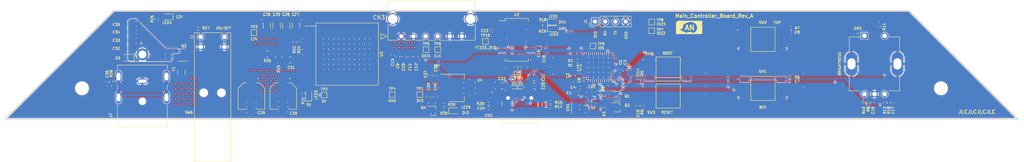
<source format=kicad_pcb>
(kicad_pcb (version 20171130) (host pcbnew "(5.1.10)-1")
  (layers (0 F.Cu signal) (1 GND power) (2 POWER power) (31 B.Cu signal) (34 B.Paste user) (35 F.Paste user) (36 B.SilkS user) (37 F.SilkS user) (38 B.Mask user) (39 F.Mask user) (44 Edge.Cuts user))
  (net 0 "")
  (net 1 GND)
  (net 2 +3V3)
  (net 3 +5V)
  (net 4 /IO0)
  (net 5 /ESP_EN)
  (net 6 "Net-(C16-Pad1)")
  (net 7 "Net-(C17-Pad1)")
  (net 8 VBUS)
  (net 9 /3V3_F232)
  (net 10 "Net-(C24-Pad1)")
  (net 11 +12V)
  (net 12 "Net-(C31-Pad1)")
  (net 13 "Net-(C32-Pad1)")
  (net 14 "Net-(C36-Pad1)")
  (net 15 /LED_DATA_IN)
  (net 16 /LED_CLK_IN)
  (net 17 /USB1_P)
  (net 18 /USB1_N)
  (net 19 "Net-(F1-Pad1)")
  (net 20 /UART_TX)
  (net 21 /UART_RX)
  (net 22 "Net-(LED1-Pad1)")
  (net 23 "Net-(LED2-Pad1)")
  (net 24 "Net-(LED3-Pad2)")
  (net 25 "Net-(LED4-Pad2)")
  (net 26 "Net-(LED5-Pad1)")
  (net 27 /RTS)
  (net 28 "Net-(Q1-Pad1)")
  (net 29 /DTR)
  (net 30 "Net-(Q2-Pad1)")
  (net 31 "Net-(Q3-Pad3)")
  (net 32 "Net-(Q4-Pad3)")
  (net 33 "Net-(Q4-Pad1)")
  (net 34 "Net-(R1-Pad2)")
  (net 35 "Net-(R2-Pad2)")
  (net 36 /ENC_A)
  (net 37 /ENC_SWITCH)
  (net 38 /ENC_B)
  (net 39 /USB2_P)
  (net 40 /USB2_N)
  (net 41 "Net-(R18-Pad2)")
  (net 42 "Net-(R19-Pad2)")
  (net 43 "Net-(R22-Pad1)")
  (net 44 "Net-(R23-Pad2)")
  (net 45 /GPIO22)
  (net 46 /GPIO23)
  (net 47 /IO5)
  (net 48 "Net-(CN2-PadA5)")
  (net 49 "Net-(CN2-PadB5)")
  (net 50 /BOT_SWITCH)
  (net 51 /TOP_SWITCH)
  (net 52 "Net-(C41-Pad1)")
  (net 53 "Net-(C42-Pad1)")
  (module personal:LogoSmall (layer F.Cu) (at 186.817 83.947)
    (fp_text reference REF** hide)
    (fp_text value LogoSmall hide)
    (fp_text user AN (at 3.302 -1.524) (layer F.SilkS) (effects (font (size 1.27 1.27) (thickness 0.254))))
  )
  (module Package_DFN_QFN:QFN-48-1EP_7x7mm_P0.5mm_EP5.3x5.3mm_ThermalVias (layer F.Cu) (at 167.513 92.329 90)
    (fp_text reference U1 (at 0 -4.8 90) (layer F.SilkS))
    (fp_text value ESP32-PICO-D4)
    (pad 49 smd rect (at 0 0 90) (size 5.3 5.3) (layers B.Cu) (net 1 GND))
    (pad 49 thru_hole circle (at 2.4 2.4 90) (size 0.5 0.5) (drill 0.2) (layers *.Cu) (net 1 GND))
    (pad 49 thru_hole circle (at 1.2 2.4 90) (size 0.5 0.5) (drill 0.2) (layers *.Cu) (net 1 GND))
    (pad 49 thru_hole circle (at 0 2.4 90) (size 0.5 0.5) (drill 0.2) (layers *.Cu) (net 1 GND))
    (pad 49 thru_hole circle (at -1.2 2.4 90) (size 0.5 0.5) (drill 0.2) (layers *.Cu) (net 1 GND))
    (pad 49 thru_hole circle (at -2.4 2.4 90) (size 0.5 0.5) (drill 0.2) (layers *.Cu) (net 1 GND))
    (pad 49 thru_hole circle (at 2.4 1.2 90) (size 0.5 0.5) (drill 0.2) (layers *.Cu) (net 1 GND))
    (pad 49 thru_hole circle (at 1.2 1.2 90) (size 0.5 0.5) (drill 0.2) (layers *.Cu) (net 1 GND))
    (pad 49 thru_hole circle (at 0 1.2 90) (size 0.5 0.5) (drill 0.2) (layers *.Cu) (net 1 GND))
    (pad 49 thru_hole circle (at -1.2 1.2 90) (size 0.5 0.5) (drill 0.2) (layers *.Cu) (net 1 GND))
    (pad 49 thru_hole circle (at -2.4 1.2 90) (size 0.5 0.5) (drill 0.2) (layers *.Cu) (net 1 GND))
    (pad 49 thru_hole circle (at 2.4 0 90) (size 0.5 0.5) (drill 0.2) (layers *.Cu) (net 1 GND))
    (pad 49 thru_hole circle (at 1.2 0 90) (size 0.5 0.5) (drill 0.2) (layers *.Cu) (net 1 GND))
    (pad 49 thru_hole circle (at 0 0 90) (size 0.5 0.5) (drill 0.2) (layers *.Cu) (net 1 GND))
    (pad 49 thru_hole circle (at -1.2 0 90) (size 0.5 0.5) (drill 0.2) (layers *.Cu) (net 1 GND))
    (pad 49 thru_hole circle (at -2.4 0 90) (size 0.5 0.5) (drill 0.2) (layers *.Cu) (net 1 GND))
    (pad 49 thru_hole circle (at 2.4 -1.2 90) (size 0.5 0.5) (drill 0.2) (layers *.Cu) (net 1 GND))
    (pad 49 thru_hole circle (at 1.2 -1.2 90) (size 0.5 0.5) (drill 0.2) (layers *.Cu) (net 1 GND))
    (pad 49 thru_hole circle (at 0 -1.2 90) (size 0.5 0.5) (drill 0.2) (layers *.Cu) (net 1 GND))
    (pad 49 thru_hole circle (at -1.2 -1.2 90) (size 0.5 0.5) (drill 0.2) (layers *.Cu) (net 1 GND))
    (pad 49 thru_hole circle (at -2.4 -1.2 90) (size 0.5 0.5) (drill 0.2) (layers *.Cu) (net 1 GND))
    (pad 49 thru_hole circle (at 2.4 -2.4 90) (size 0.5 0.5) (drill 0.2) (layers *.Cu) (net 1 GND))
    (pad 49 thru_hole circle (at 1.2 -2.4 90) (size 0.5 0.5) (drill 0.2) (layers *.Cu) (net 1 GND))
    (pad 49 thru_hole circle (at 0 -2.4 90) (size 0.5 0.5) (drill 0.2) (layers *.Cu) (net 1 GND))
    (pad 49 thru_hole circle (at -1.2 -2.4 90) (size 0.5 0.5) (drill 0.2) (layers *.Cu) (net 1 GND))
    (pad 49 thru_hole circle (at -2.4 -2.4 90) (size 0.5 0.5) (drill 0.2) (layers *.Cu) (net 1 GND))
    (pad 49 smd rect (at 0 0 90) (size 5.3 5.3) (layers F.Cu F.Mask) (net 1 GND))
    (pad 48 smd roundrect (at -2.75 -3.45 90) (size 0.25 0.8) (layers F.Cu F.Paste F.Mask))
    (pad 47 smd roundrect (at -2.25 -3.45 90) (size 0.25 0.8) (layers F.Cu F.Paste F.Mask))
    (pad 46 smd roundrect (at -1.75 -3.45 90) (size 0.25 0.8) (layers F.Cu F.Paste F.Mask) (net 2 +3V3))
    (pad 45 smd roundrect (at -1.25 -3.45 90) (size 0.25 0.8) (layers F.Cu F.Paste F.Mask))
    (pad 44 smd roundrect (at -0.75 -3.45 90) (size 0.25 0.8) (layers F.Cu F.Paste F.Mask))
    (pad 43 smd roundrect (at -0.25 -3.45 90) (size 0.25 0.8) (layers F.Cu F.Paste F.Mask) (net 2 +3V3))
    (pad 42 smd roundrect (at 0.25 -3.45 90) (size 0.25 0.8) (layers F.Cu F.Paste F.Mask))
    (pad 41 smd roundrect (at 0.75 -3.45 90) (size 0.25 0.8) (layers F.Cu F.Paste F.Mask) (net 34 "Net-(R1-Pad2)"))
    (pad 40 smd roundrect (at 1.25 -3.45 90) (size 0.25 0.8) (layers F.Cu F.Paste F.Mask) (net 35 "Net-(R2-Pad2)"))
    (pad 39 smd roundrect (at 1.75 -3.45 90) (size 0.25 0.8) (layers F.Cu F.Paste F.Mask))
    (pad 38 smd roundrect (at 2.25 -3.45 90) (size 0.25 0.8) (layers F.Cu F.Paste F.Mask))
    (pad 37 smd roundrect (at 2.75 -3.45 90) (size 0.25 0.8) (layers F.Cu F.Paste F.Mask) (net 2 +3V3))
    (pad 36 smd roundrect (at 3.45 -2.75 90) (size 0.8 0.25) (layers F.Cu F.Paste F.Mask))
    (pad 35 smd roundrect (at 3.45 -2.25 90) (size 0.8 0.25) (layers F.Cu F.Paste F.Mask))
    (pad 34 smd roundrect (at 3.45 -1.75 90) (size 0.8 0.25) (layers F.Cu F.Paste F.Mask) (net 47 /IO5))
    (pad 33 smd roundrect (at 3.45 -1.25 90) (size 0.8 0.25) (layers F.Cu F.Paste F.Mask))
    (pad 32 smd roundrect (at 3.45 -0.75 90) (size 0.8 0.25) (layers F.Cu F.Paste F.Mask))
    (pad 31 smd roundrect (at 3.45 -0.25 90) (size 0.8 0.25) (layers F.Cu F.Paste F.Mask))
    (pad 30 smd roundrect (at 3.45 0.25 90) (size 0.8 0.25) (layers F.Cu F.Paste F.Mask))
    (pad 29 smd roundrect (at 3.45 0.75 90) (size 0.8 0.25) (layers F.Cu F.Paste F.Mask))
    (pad 28 smd roundrect (at 3.45 1.25 90) (size 0.8 0.25) (layers F.Cu F.Paste F.Mask))
    (pad 27 smd roundrect (at 3.45 1.75 90) (size 0.8 0.25) (layers F.Cu F.Paste F.Mask))
    (pad 26 smd roundrect (at 3.45 2.25 90) (size 0.8 0.25) (layers F.Cu F.Paste F.Mask) (net 2 +3V3))
    (pad 25 smd roundrect (at 3.45 2.75 90) (size 0.8 0.25) (layers F.Cu F.Paste F.Mask))
    (pad 24 smd roundrect (at 2.75 3.45 90) (size 0.25 0.8) (layers F.Cu F.Paste F.Mask))
    (pad 23 smd roundrect (at 2.25 3.45 90) (size 0.25 0.8) (layers F.Cu F.Paste F.Mask) (net 4 /IO0))
    (pad 22 smd roundrect (at 1.75 3.45 90) (size 0.25 0.8) (layers F.Cu F.Paste F.Mask))
    (pad 21 smd roundrect (at 1.25 3.45 90) (size 0.25 0.8) (layers F.Cu F.Paste F.Mask))
    (pad 20 smd roundrect (at 0.75 3.45 90) (size 0.25 0.8) (layers F.Cu F.Paste F.Mask) (net 15 /LED_DATA_IN))
    (pad 19 smd roundrect (at 0.25 3.45 90) (size 0.25 0.8) (layers F.Cu F.Paste F.Mask) (net 2 +3V3))
    (pad 18 smd roundrect (at -0.25 3.45 90) (size 0.25 0.8) (layers F.Cu F.Paste F.Mask))
    (pad 17 smd roundrect (at -0.75 3.45 90) (size 0.25 0.8) (layers F.Cu F.Paste F.Mask) (net 16 /LED_CLK_IN))
    (pad 16 smd roundrect (at -1.25 3.45 90) (size 0.25 0.8) (layers F.Cu F.Paste F.Mask) (net 37 /ENC_SWITCH))
    (pad 15 smd roundrect (at -1.75 3.45 90) (size 0.25 0.8) (layers F.Cu F.Paste F.Mask) (net 38 /ENC_B))
    (pad 14 smd roundrect (at -2.25 3.45 90) (size 0.25 0.8) (layers F.Cu F.Paste F.Mask) (net 36 /ENC_A))
    (pad 13 smd roundrect (at -2.75 3.45 90) (size 0.25 0.8) (layers F.Cu F.Paste F.Mask) (net 46 /GPIO23))
    (pad 12 smd roundrect (at -3.45 2.75 90) (size 0.8 0.25) (layers F.Cu F.Paste F.Mask) (net 45 /GPIO22))
    (pad 11 smd roundrect (at -3.45 2.25 90) (size 0.8 0.25) (layers F.Cu F.Paste F.Mask))
    (pad 10 smd roundrect (at -3.45 1.75 90) (size 0.8 0.25) (layers F.Cu F.Paste F.Mask))
    (pad 9 smd roundrect (at -3.45 1.25 90) (size 0.8 0.25) (layers F.Cu F.Paste F.Mask) (net 5 /ESP_EN))
    (pad 8 smd roundrect (at -3.45 0.75 90) (size 0.8 0.25) (layers F.Cu F.Paste F.Mask))
    (pad 7 smd roundrect (at -3.45 0.25 90) (size 0.8 0.25) (layers F.Cu F.Paste F.Mask) (net 51 /TOP_SWITCH))
    (pad 6 smd roundrect (at -3.45 -0.25 90) (size 0.8 0.25) (layers F.Cu F.Paste F.Mask) (net 50 /BOT_SWITCH))
    (pad 5 smd roundrect (at -3.45 -0.75 90) (size 0.8 0.25) (layers F.Cu F.Paste F.Mask))
    (pad 4 smd roundrect (at -3.45 -1.25 90) (size 0.8 0.25) (layers F.Cu F.Paste F.Mask) (net 2 +3V3))
    (pad 3 smd roundrect (at -3.45 -1.75 90) (size 0.8 0.25) (layers F.Cu F.Paste F.Mask) (net 2 +3V3))
    (pad 2 smd roundrect (at -3.45 -2.25 90) (size 0.8 0.25) (layers F.Cu F.Paste F.Mask) (net 52 "Net-(C41-Pad1)"))
    (pad 1 smd roundrect (at -3.45 -2.75 90) (size 0.8 0.25) (layers F.Cu F.Paste F.Mask) (net 2 +3V3))
  )
  (module personal:436500603 (layer F.Cu) (at 118.618 84.582 180)
    (fp_text reference CN3 (at 5.588 4.699) (layer F.SilkS))
    (fp_text value 0436500603)
    (pad 1 thru_hole rect (at 0 0 180) (size 1.52 1.52) (drill 1.02) (layers *.Cu *.Mask) (net 3 +5V))
    (pad 2 thru_hole circle (at -2.999999 0 180) (size 1.52 1.52) (drill 1.02) (layers *.Cu *.Mask) (net 3 +5V))
    (pad 3 thru_hole circle (at -5.999998 0 180) (size 1.52 1.52) (drill 1.02) (layers *.Cu *.Mask) (net 15 /LED_DATA_IN))
    (pad 4 thru_hole circle (at -8.999997 0 180) (size 1.52 1.52) (drill 1.02) (layers *.Cu *.Mask) (net 16 /LED_CLK_IN))
    (pad 5 thru_hole circle (at -11.999996 0 180) (size 1.52 1.52) (drill 1.02) (layers *.Cu *.Mask) (net 1 GND))
    (pad 6 thru_hole circle (at -14.999995 0 180) (size 1.52 1.52) (drill 1.02) (layers *.Cu *.Mask) (net 1 GND))
    (pad MP thru_hole circle (at 2.149998 4.319999 180) (size 2.909999 2.909999) (drill 2.41) (layers *.Cu *.Mask) (net 1 GND))
    (pad MP thru_hole circle (at -17.149994 4.319999 180) (size 2.909999 2.909999) (drill 2.41) (layers *.Cu *.Mask) (net 1 GND))
  )
  (module Inductor_SMD:L_0402_1005Metric (layer F.Cu) (at 165.354 99.822 270)
    (fp_text reference L1 (at 0 -1.17 90) (layer F.SilkS) (effects (font (size 0.635 0.635) (thickness 0.127))))
    (fp_text value LQG15HS2N7S02D)
    (pad 2 smd roundrect (at 0.485 0 270) (size 0.59 0.64) (layers F.Cu F.Paste F.Mask) (net 53 "Net-(C42-Pad1)"))
    (pad 1 smd roundrect (at -0.485 0 270) (size 0.59 0.64) (layers F.Cu F.Paste F.Mask) (net 52 "Net-(C41-Pad1)"))
  )
  (module personal:TE_1909763-1 (layer F.Cu) (at 162.306 102.284 90)
    (fp_text reference CN1 (at 0.032028 -2.40877 90) (layer F.SilkS) (effects (font (size 0.635 0.635) (thickness 0.127))))
    (fp_text value 1909763-1)
    (pad 2 smd rect (at -1.475 0 90) (size 1.05 2.2) (layers F.Cu F.Paste F.Mask) (net 1 GND))
    (pad 3 smd rect (at 1.475 0 90) (size 1.05 2.2) (layers F.Cu F.Paste F.Mask) (net 1 GND))
    (pad 1 smd rect (at 0 1.525 90) (size 1 1.05) (layers F.Cu F.Paste F.Mask) (net 53 "Net-(C42-Pad1)"))
  )
  (module Capacitor_SMD:C_0402_1005Metric (layer F.Cu) (at 165.811 101.346)
    (fp_text reference C42 (at 0.051 1.016) (layer F.SilkS) (effects (font (size 0.635 0.635) (thickness 0.127))))
    (fp_text value 2pF)
    (pad 2 smd roundrect (at 0.48 0) (size 0.56 0.62) (layers F.Cu F.Paste F.Mask) (net 1 GND))
    (pad 1 smd roundrect (at -0.48 0) (size 0.56 0.62) (layers F.Cu F.Paste F.Mask) (net 53 "Net-(C42-Pad1)"))
  )
  (module Capacitor_SMD:C_0402_1005Metric (layer F.Cu) (at 165.862 98.298)
    (fp_text reference C41 (at 0 -1.16) (layer F.SilkS) (effects (font (size 0.635 0.635) (thickness 0.127))))
    (fp_text value 2.7pF)
    (pad 2 smd roundrect (at 0.48 0) (size 0.56 0.62) (layers F.Cu F.Paste F.Mask) (net 1 GND))
    (pad 1 smd roundrect (at -0.48 0) (size 0.56 0.62) (layers F.Cu F.Paste F.Mask) (net 52 "Net-(C41-Pad1)"))
  )
  (module personal:CurrentTestPoint (layer F.Cu) (at 139.446 85.852)
    (fp_text reference TP10 (at 0 -1.524) (layer F.SilkS) (effects (font (size 0.635 0.635) (thickness 0.127))))
    (fp_text value FT232_3V3 (at 0 1.55) (layer F.SilkS) (effects (font (size 0.635 0.635) (thickness 0.127))))
    (pad 1 smd rect (at 0 0) (size 1 1) (layers F.Cu F.Mask) (net 9 /3V3_F232))
  )
  (module personal:GCT_USB4110-GF-A_REVB (layer F.Cu) (at 147.955 99.933)
    (fp_text reference CN2 (at -7.728572 4.318) (layer F.SilkS) (effects (font (size 0.635 0.635) (thickness 0.127))))
    (fp_text value USB4110-GF-A_REVB)
    (pad None np_thru_hole circle (at 2.89 0) (size 0.65 0.65) (drill 0.65) (layers *.Cu *.Mask))
    (pad None np_thru_hole circle (at -2.89 0) (size 0.65 0.65) (drill 0.65) (layers *.Cu *.Mask))
    (pad S smd rect (at 5.11 3.43) (size 2.18 2) (layers F.Cu F.Paste F.Mask) (net 10 "Net-(C24-Pad1)"))
    (pad S smd rect (at -5.11 3.43) (size 2.18 2) (layers F.Cu F.Paste F.Mask) (net 10 "Net-(C24-Pad1)"))
    (pad S smd rect (at 5.11 -0.5) (size 2.18 2) (layers F.Cu F.Paste F.Mask) (net 10 "Net-(C24-Pad1)"))
    (pad S smd rect (at -5.11 -0.5) (size 2.18 2) (layers F.Cu F.Paste F.Mask) (net 10 "Net-(C24-Pad1)"))
    (pad A7 smd rect (at 0.25 -1.075) (size 0.3 1.15) (layers F.Cu F.Paste F.Mask) (net 18 /USB1_N))
    (pad A6 smd rect (at -0.25 -1.075) (size 0.3 1.15) (layers F.Cu F.Paste F.Mask) (net 17 /USB1_P))
    (pad B6 smd rect (at 0.75 -1.075) (size 0.3 1.15) (layers F.Cu F.Paste F.Mask) (net 17 /USB1_P))
    (pad B7 smd rect (at -0.75 -1.075) (size 0.3 1.15) (layers F.Cu F.Paste F.Mask) (net 18 /USB1_N))
    (pad A8 smd rect (at 1.25 -1.075) (size 0.3 1.15) (layers F.Cu F.Paste F.Mask))
    (pad A5 smd rect (at -1.25 -1.075) (size 0.3 1.15) (layers F.Cu F.Paste F.Mask) (net 48 "Net-(CN2-PadA5)"))
    (pad B5 smd rect (at 1.75 -1.075) (size 0.3 1.15) (layers F.Cu F.Paste F.Mask) (net 49 "Net-(CN2-PadB5)"))
    (pad B8 smd rect (at -1.75 -1.075) (size 0.3 1.15) (layers F.Cu F.Paste F.Mask))
    (pad B1/A12 smd rect (at 3.2 -1.075) (size 0.6 1.15) (layers F.Cu F.Paste F.Mask) (net 1 GND))
    (pad B4/A9 smd rect (at 2.4 -1.075) (size 0.6 1.15) (layers F.Cu F.Paste F.Mask) (net 8 VBUS))
    (pad A4/B9 smd rect (at -2.4 -1.075) (size 0.6 1.15) (layers F.Cu F.Paste F.Mask) (net 8 VBUS))
    (pad A1/B12 smd rect (at -3.2 -1.075) (size 0.6 1.15) (layers F.Cu F.Paste F.Mask) (net 1 GND))
  )
  (module MountingHole:MountingHole_3.2mm_M3_ISO7380 (layer F.Cu) (at 252.46 97.52)
    (fp_text reference H2 hide)
    (fp_text value MountingHole)
    (pad 1 np_thru_hole circle (at 0 0) (size 3.2 3.2) (drill 3.2) (layers *.Cu *.Mask))
  )
  (module MountingHole:MountingHole_3.2mm_M3_ISO7380 (layer F.Cu) (at 39.388428 97.52)
    (fp_text reference H1 hide)
    (fp_text value MountingHole)
    (pad 1 np_thru_hole circle (at 0 0) (size 3.2 3.2) (drill 3.2) (layers *.Cu *.Mask))
  )
  (module Resistor_SMD:R_0402_1005Metric (layer F.Cu) (at 155.593428 100.949)
    (fp_text reference R15 (at 2.032 0.127) (layer F.SilkS) (effects (font (size 0.635 0.635) (thickness 0.127))))
    (fp_text value 5.1k)
    (pad 2 smd roundrect (at 0.51 0) (size 0.54 0.64) (layers F.Cu F.Paste F.Mask) (net 1 GND))
    (pad 1 smd roundrect (at -0.51 0) (size 0.54 0.64) (layers F.Cu F.Paste F.Mask) (net 49 "Net-(CN2-PadB5)"))
  )
  (module Package_TO_SOT_SMD:SOT-223-6_TabPin3 (layer F.Cu) (at 132.352428 97.4184)
    (fp_text reference U4 (at 5.696572 -1.9144) (layer F.SilkS) (effects (font (size 0.635 0.635) (thickness 0.127))))
    (fp_text value MCP1826T-3302E_DC)
    (pad 1 smd rect (at -3.1375 -2.54) (size 2.2 0.6) (layers F.Cu F.Paste F.Mask) (net 3 +5V))
    (pad 5 smd rect (at -3.1375 2.54) (size 2.2 0.6) (layers F.Cu F.Paste F.Mask) (net 33 "Net-(Q4-Pad1)"))
    (pad 3 smd rect (at -3.1375 0) (size 2.2 0.6) (layers F.Cu F.Paste F.Mask) (net 1 GND))
    (pad 3 smd rect (at 3.1625 0) (size 2.15 3.45) (layers F.Cu F.Paste F.Mask) (net 1 GND))
    (pad 2 smd rect (at -3.1375 -1.27) (size 2.2 0.6) (layers F.Cu F.Paste F.Mask) (net 3 +5V))
    (pad 4 smd rect (at -3.1375 1.27) (size 2.2 0.6) (layers F.Cu F.Paste F.Mask) (net 2 +3V3))
  )
  (module personal:Texas_NDY0011A (layer F.Cu) (at 103.142428 89.011 270)
    (fp_text reference U3 (at 0 -10.51 90) (layer F.SilkS) (effects (font (size 0.635 0.635) (thickness 0.127))))
    (fp_text value LMZ13610)
    (pad 12 smd rect (at 0 -2.01 270) (size 9.126 13.37) (layers F.Cu F.Paste F.Mask) (net 1 GND))
    (pad 6 smd rect (at 0 7.49 270) (size 0.86 2.41) (layers F.Cu F.Paste F.Mask) (net 1 GND))
    (pad 7 smd rect (at 1.27 7.49 270) (size 0.86 2.41) (layers F.Cu F.Paste F.Mask) (net 44 "Net-(R23-Pad2)"))
    (pad 8 smd rect (at 2.54 7.49 270) (size 0.86 2.41) (layers F.Cu F.Paste F.Mask) (net 12 "Net-(C31-Pad1)"))
    (pad 9 smd rect (at 3.81 7.49 270) (size 0.86 2.41) (layers F.Cu F.Paste F.Mask))
    (pad 10 smd rect (at 5.08 7.49 270) (size 0.86 2.41) (layers F.Cu F.Paste F.Mask) (net 3 +5V))
    (pad 11 smd rect (at 6.35 7.49 270) (size 0.86 2.41) (layers F.Cu F.Paste F.Mask) (net 3 +5V))
    (pad 5 smd rect (at -1.27 7.49 270) (size 0.86 2.41) (layers F.Cu F.Paste F.Mask) (net 1 GND))
    (pad 4 smd rect (at -2.54 7.49 270) (size 0.86 2.41) (layers F.Cu F.Paste F.Mask) (net 43 "Net-(R22-Pad1)"))
    (pad 2 smd rect (at -5.08 7.49 270) (size 0.86 2.41) (layers F.Cu F.Paste F.Mask) (net 11 +12V))
    (pad 3 smd rect (at -3.81 7.49 270) (size 0.86 2.41) (layers F.Cu F.Paste F.Mask) (net 1 GND))
    (pad 1 smd rect (at -6.35 7.49 270) (size 0.86 2.41) (layers F.Cu F.Paste F.Mask) (net 11 +12V))
  )
  (module Package_SO:SSOP-28_5.3x10.2mm_P0.65mm (layer F.Cu) (at 147.211428 85.455)
    (fp_text reference U2 (at 0 -6.25) (layer F.SilkS) (effects (font (size 0.635 0.635) (thickness 0.127))))
    (fp_text value FT232RL)
    (pad 28 smd rect (at 3.6 -4.225) (size 1.75 0.45) (layers F.Cu F.Paste F.Mask))
    (pad 27 smd rect (at 3.6 -3.575) (size 1.75 0.45) (layers F.Cu F.Paste F.Mask))
    (pad 26 smd rect (at 3.6 -2.925) (size 1.75 0.45) (layers F.Cu F.Paste F.Mask) (net 1 GND))
    (pad 25 smd rect (at 3.6 -2.275) (size 1.75 0.45) (layers F.Cu F.Paste F.Mask) (net 1 GND))
    (pad 24 smd rect (at 3.6 -1.625) (size 1.75 0.45) (layers F.Cu F.Paste F.Mask))
    (pad 23 smd rect (at 3.6 -0.975) (size 1.75 0.45) (layers F.Cu F.Paste F.Mask) (net 41 "Net-(R18-Pad2)"))
    (pad 22 smd rect (at 3.6 -0.325) (size 1.75 0.45) (layers F.Cu F.Paste F.Mask) (net 42 "Net-(R19-Pad2)"))
    (pad 21 smd rect (at 3.6 0.325) (size 1.75 0.45) (layers F.Cu F.Paste F.Mask) (net 1 GND))
    (pad 20 smd rect (at 3.6 0.975) (size 1.75 0.45) (layers F.Cu F.Paste F.Mask) (net 8 VBUS))
    (pad 19 smd rect (at 3.6 1.625) (size 1.75 0.45) (layers F.Cu F.Paste F.Mask))
    (pad 18 smd rect (at 3.6 2.275) (size 1.75 0.45) (layers F.Cu F.Paste F.Mask) (net 1 GND))
    (pad 17 smd rect (at 3.6 2.925) (size 1.75 0.45) (layers F.Cu F.Paste F.Mask) (net 9 /3V3_F232))
    (pad 16 smd rect (at 3.6 3.575) (size 1.75 0.45) (layers F.Cu F.Paste F.Mask) (net 40 /USB2_N))
    (pad 15 smd rect (at 3.6 4.225) (size 1.75 0.45) (layers F.Cu F.Paste F.Mask) (net 39 /USB2_P))
    (pad 14 smd rect (at -3.6 4.225) (size 1.75 0.45) (layers F.Cu F.Paste F.Mask))
    (pad 13 smd rect (at -3.6 3.575) (size 1.75 0.45) (layers F.Cu F.Paste F.Mask))
    (pad 12 smd rect (at -3.6 2.925) (size 1.75 0.45) (layers F.Cu F.Paste F.Mask))
    (pad 11 smd rect (at -3.6 2.275) (size 1.75 0.45) (layers F.Cu F.Paste F.Mask))
    (pad 10 smd rect (at -3.6 1.625) (size 1.75 0.45) (layers F.Cu F.Paste F.Mask))
    (pad 9 smd rect (at -3.6 0.975) (size 1.75 0.45) (layers F.Cu F.Paste F.Mask))
    (pad 8 smd rect (at -3.6 0.325) (size 1.75 0.45) (layers F.Cu F.Paste F.Mask))
    (pad 7 smd rect (at -3.6 -0.325) (size 1.75 0.45) (layers F.Cu F.Paste F.Mask) (net 1 GND))
    (pad 6 smd rect (at -3.6 -0.975) (size 1.75 0.45) (layers F.Cu F.Paste F.Mask))
    (pad 5 smd rect (at -3.6 -1.625) (size 1.75 0.45) (layers F.Cu F.Paste F.Mask) (net 21 /UART_RX))
    (pad 4 smd rect (at -3.6 -2.275) (size 1.75 0.45) (layers F.Cu F.Paste F.Mask) (net 9 /3V3_F232))
    (pad 3 smd rect (at -3.6 -2.925) (size 1.75 0.45) (layers F.Cu F.Paste F.Mask) (net 27 /RTS))
    (pad 2 smd rect (at -3.6 -3.575) (size 1.75 0.45) (layers F.Cu F.Paste F.Mask) (net 29 /DTR))
    (pad 1 smd rect (at -3.6 -4.225) (size 1.75 0.45) (layers F.Cu F.Paste F.Mask) (net 20 /UART_TX))
  )
  (module personal:CurrentTestPoint (layer F.Cu) (at 166.116 86.995)
    (fp_text reference TP9 (at 2.032 -0.508) (layer F.SilkS) (effects (font (size 0.635 0.635) (thickness 0.127))))
    (fp_text value IO5 (at 2.032 0.508) (layer F.SilkS) (effects (font (size 0.635 0.635) (thickness 0.127))))
    (pad 1 smd rect (at 0 0) (size 1 1) (layers F.Cu F.Mask) (net 47 /IO5))
  )
  (module personal:CurrentTestPoint (layer F.Cu) (at 180.721 81.026)
    (fp_text reference TP8 (at 2.032 -0.508) (layer F.SilkS) (effects (font (size 0.635 0.635) (thickness 0.127))))
    (fp_text value IO23 (at 2.286 0.508) (layer F.SilkS) (effects (font (size 0.635 0.635) (thickness 0.127))))
    (pad 1 smd rect (at 0 0) (size 1 1) (layers F.Cu F.Mask) (net 46 /GPIO23))
  )
  (module personal:CurrentTestPoint (layer F.Cu) (at 180.721 83.185)
    (fp_text reference TP7 (at 2.032 -0.254) (layer F.SilkS) (effects (font (size 0.635 0.635) (thickness 0.127))))
    (fp_text value IO22 (at 2.286 0.635) (layer F.SilkS) (effects (font (size 0.635 0.635) (thickness 0.127))))
    (pad 1 smd rect (at 0 0) (size 1 1) (layers F.Cu F.Mask) (net 45 /GPIO22))
  )
  (module personal:CurrentTestPoint (layer F.Cu) (at 127.635 87.884)
    (fp_text reference TP6 (at 0 -1.448) (layer F.SilkS) (effects (font (size 0.635 0.635) (thickness 0.127))))
    (fp_text value CLK (at 0 1.55) (layer F.SilkS) (effects (font (size 0.635 0.635) (thickness 0.127))))
    (pad 1 smd rect (at 0 0) (size 1 1) (layers F.Cu F.Mask) (net 16 /LED_CLK_IN))
  )
  (module personal:CurrentTestPoint (layer F.Cu) (at 124.714 87.884)
    (fp_text reference TP5 (at 0 -1.448) (layer F.SilkS) (effects (font (size 0.635 0.635) (thickness 0.127))))
    (fp_text value DATA (at 0 1.55) (layer F.SilkS) (effects (font (size 0.635 0.635) (thickness 0.127))))
    (pad 1 smd rect (at 0 0) (size 1 1) (layers F.Cu F.Mask) (net 15 /LED_DATA_IN))
  )
  (module personal:CurrentTestPoint (layer F.Cu) (at 116.332 99.06)
    (fp_text reference TP4 (at 0 -1.448) (layer F.SilkS) (effects (font (size 0.635 0.635) (thickness 0.127))))
    (fp_text value GND (at 0 1.55) (layer F.SilkS) (effects (font (size 0.635 0.635) (thickness 0.127))))
    (pad 1 smd rect (at 0 0) (size 1 1) (layers F.Cu F.Mask) (net 1 GND))
  )
  (module personal:CurrentTestPoint (layer F.Cu) (at 82.042 83.693)
    (fp_text reference TP3 (at 0 -1.448) (layer F.SilkS) (effects (font (size 0.635 0.635) (thickness 0.127))))
    (fp_text value 12V (at 0 1.55) (layer F.SilkS) (effects (font (size 0.635 0.635) (thickness 0.127))))
    (pad 1 smd rect (at 0 0) (size 1 1) (layers F.Cu F.Mask) (net 11 +12V))
  )
  (module personal:CurrentTestPoint (layer F.Cu) (at 99.441 99.187)
    (fp_text reference TP2 (at 0 -1.448) (layer F.SilkS) (effects (font (size 0.635 0.635) (thickness 0.127))))
    (fp_text value 5V (at 0 1.55) (layer F.SilkS) (effects (font (size 0.635 0.635) (thickness 0.127))))
    (pad 1 smd rect (at 0 0) (size 1 1) (layers F.Cu F.Mask) (net 3 +5V))
  )
  (module personal:CurrentTestPoint (layer F.Cu) (at 123.19 99.06)
    (fp_text reference TP1 (at 0 -1.448) (layer F.SilkS) (effects (font (size 0.635 0.635) (thickness 0.127))))
    (fp_text value 3V3 (at 0 1.55) (layer F.SilkS) (effects (font (size 0.635 0.635) (thickness 0.127))))
    (pad 1 smd rect (at 0 0) (size 1 1) (layers F.Cu F.Mask) (net 2 +3V3))
  )
  (module personal:PB400EEQR1BLK (layer F.Cu) (at 68.834 84.709)
    (fp_text reference SW6 (at -2.921 18.796) (layer F.SilkS) (effects (font (size 0.635 0.635) (thickness 0.127))))
    (fp_text value PB400EEQR1BLK hide)
    (fp_text user ON/OFF (at 5.715 -2.159) (layer F.SilkS) (effects (font (size 0.635 0.635) (thickness 0.127))))
    (pad 1 thru_hole circle (at 0 0) (size 1.6002 1.6002) (drill 1.0922) (layers *.Cu *.Mask) (net 31 "Net-(Q3-Pad3)"))
    (pad 2 thru_hole circle (at 0 2.4892) (size 1.6002 1.6002) (drill 1.0922) (layers *.Cu *.Mask) (net 1 GND))
    (pad 3 thru_hole circle (at 5.8928 0) (size 1.6002 1.6002) (drill 1.0922) (layers *.Cu *.Mask) (net 31 "Net-(Q3-Pad3)"))
    (pad 4 thru_hole circle (at 5.8928 2.4892) (size 1.6002 1.6002) (drill 1.0922) (layers *.Cu *.Mask) (net 1 GND))
    (pad 5 np_thru_hole circle (at 0.7493 13.9192) (size 1.905 1.905) (drill 1.905) (layers *.Cu *.Mask))
    (pad 6 np_thru_hole circle (at 5.1435 13.9192) (size 1.905 1.905) (drill 1.905) (layers *.Cu *.Mask))
  )
  (module personal:PEC11R-4020F-S0024 (layer F.Cu) (at 235.966 91.44)
    (fp_text reference SW5 (at -4.175 -8.835) (layer F.SilkS) (effects (font (size 0.635 0.635) (thickness 0.127))))
    (fp_text value PEC11R-4020F-S0024)
    (fp_text user BRIGHTNESS (at -8.654428 0 90) (layer F.SilkS) (effects (font (size 0.635 0.635) (thickness 0.127))))
    (pad S2 thru_hole oval (at 5.7 0) (size 2.999999 6.000001) (drill oval 2 2.799999) (layers *.Cu *.Mask) (net 1 GND))
    (pad S1 thru_hole oval (at -5.7 0) (size 3 6) (drill oval 2 2.8) (layers *.Cu *.Mask) (net 1 GND))
    (pad B thru_hole circle (at 2.5 7.5) (size 1.65 1.65) (drill 1.1) (layers *.Cu *.Mask) (net 7 "Net-(C17-Pad1)"))
    (pad C thru_hole circle (at 0 7.5) (size 1.65 1.65) (drill 1.1) (layers *.Cu *.Mask) (net 1 GND))
    (pad A thru_hole circle (at -2.5 7.5) (size 1.65 1.65) (drill 1.1) (layers *.Cu *.Mask) (net 6 "Net-(C16-Pad1)"))
    (pad 2 thru_hole circle (at 2.5 -7) (size 1.65 1.65) (drill 1.1) (layers *.Cu *.Mask) (net 37 /ENC_SWITCH))
    (pad 1 thru_hole rect (at -2.5 -7) (size 1.65 1.65) (drill 1.1) (layers *.Cu *.Mask) (net 2 +3V3))
  )
  (module personal:SW_2-1437565-8 (layer F.Cu) (at 184.785 92.71)
    (fp_text reference SW4 (at -4.699 -3.81) (layer F.SilkS) (effects (font (size 0.635 0.635) (thickness 0.127))))
    (fp_text value FSM2JSMAA)
    (fp_text user BOOT (at -0.127 -3.937) (layer F.SilkS) (effects (font (size 0.635 0.635) (thickness 0.127))))
    (pad 4 smd rect (at 4.55 2.25) (size 2.1 1.4) (layers F.Cu F.Paste F.Mask) (net 4 /IO0))
    (pad 3 smd rect (at -4.55 2.25) (size 2.1 1.4) (layers F.Cu F.Paste F.Mask) (net 4 /IO0))
    (pad 1 smd rect (at -4.55 -2.25) (size 2.1 1.4) (layers F.Cu F.Paste F.Mask) (net 1 GND))
    (pad 2 smd rect (at 4.55 -2.25) (size 2.1 1.4) (layers F.Cu F.Paste F.Mask) (net 1 GND))
  )
  (module personal:SW_2-1437565-8 (layer F.Cu) (at 184.785 99.441)
    (fp_text reference SW3 (at -4.191 4.064) (layer F.SilkS) (effects (font (size 0.635 0.635) (thickness 0.127))))
    (fp_text value FSM2JSMAA)
    (fp_text user RESET (at -0.254 4.064) (layer F.SilkS) (effects (font (size 0.635 0.635) (thickness 0.127))))
    (pad 4 smd rect (at 4.55 2.25) (size 2.1 1.4) (layers F.Cu F.Paste F.Mask) (net 5 /ESP_EN))
    (pad 3 smd rect (at -4.55 2.25) (size 2.1 1.4) (layers F.Cu F.Paste F.Mask) (net 5 /ESP_EN))
    (pad 1 smd rect (at -4.55 -2.25) (size 2.1 1.4) (layers F.Cu F.Paste F.Mask) (net 1 GND))
    (pad 2 smd rect (at 4.55 -2.25) (size 2.1 1.4) (layers F.Cu F.Paste F.Mask) (net 1 GND))
  )
  (module personal:SW_2-1437565-8 (layer F.Cu) (at 208.28 85.344)
    (fp_text reference SW2 (at -0.025 -4.235) (layer F.SilkS) (effects (font (size 0.635 0.635) (thickness 0.127))))
    (fp_text value FSM2JSMAA)
    (fp_text user TOP (at 3.556 -4.191) (layer F.SilkS) (effects (font (size 0.635 0.635) (thickness 0.127))))
    (pad 4 smd rect (at 4.55 2.25) (size 2.1 1.4) (layers F.Cu F.Paste F.Mask) (net 2 +3V3))
    (pad 3 smd rect (at -4.55 2.25) (size 2.1 1.4) (layers F.Cu F.Paste F.Mask) (net 2 +3V3))
    (pad 1 smd rect (at -4.55 -2.25) (size 2.1 1.4) (layers F.Cu F.Paste F.Mask) (net 51 /TOP_SWITCH))
    (pad 2 smd rect (at 4.55 -2.25) (size 2.1 1.4) (layers F.Cu F.Paste F.Mask) (net 51 /TOP_SWITCH))
  )
  (module personal:SW_2-1437565-8 (layer F.Cu) (at 208.28 97.536)
    (fp_text reference SW1 (at -0.025 -4.235) (layer F.SilkS) (effects (font (size 0.635 0.635) (thickness 0.127))))
    (fp_text value FSM2JSMAA)
    (fp_text user BOT (at -0.018428 4.715) (layer F.SilkS) (effects (font (size 0.635 0.635) (thickness 0.127))))
    (pad 4 smd rect (at 4.55 2.25) (size 2.1 1.4) (layers F.Cu F.Paste F.Mask) (net 2 +3V3))
    (pad 3 smd rect (at -4.55 2.25) (size 2.1 1.4) (layers F.Cu F.Paste F.Mask) (net 2 +3V3))
    (pad 1 smd rect (at -4.55 -2.25) (size 2.1 1.4) (layers F.Cu F.Paste F.Mask) (net 50 /BOT_SWITCH))
    (pad 2 smd rect (at 4.55 -2.25) (size 2.1 1.4) (layers F.Cu F.Paste F.Mask) (net 50 /BOT_SWITCH))
  )
  (module Resistor_SMD:R_0402_1005Metric (layer F.Cu) (at 129.177428 102.727)
    (fp_text reference R30 (at 0 1.016) (layer F.SilkS) (effects (font (size 0.635 0.635) (thickness 0.127))))
    (fp_text value 330)
    (pad 2 smd roundrect (at 0.51 0) (size 0.54 0.64) (layers F.Cu F.Paste F.Mask) (net 26 "Net-(LED5-Pad1)"))
    (pad 1 smd roundrect (at -0.51 0) (size 0.54 0.64) (layers F.Cu F.Paste F.Mask) (net 32 "Net-(Q4-Pad3)"))
  )
  (module Resistor_SMD:R_0402_1005Metric (layer F.Cu) (at 129.177428 101.584)
    (fp_text reference R29 (at 1.905 0) (layer F.SilkS) (effects (font (size 0.635 0.635) (thickness 0.127))))
    (fp_text value 100k)
    (pad 2 smd roundrect (at 0.51 0) (size 0.54 0.64) (layers F.Cu F.Paste F.Mask) (net 2 +3V3))
    (pad 1 smd roundrect (at -0.51 0) (size 0.54 0.64) (layers F.Cu F.Paste F.Mask) (net 33 "Net-(Q4-Pad1)"))
  )
  (module Resistor_SMD:R_0402_1005Metric (layer F.Cu) (at 46.627428 95.869 270)
    (fp_text reference R28 (at -2.032 0 90) (layer F.SilkS) (effects (font (size 0.635 0.635) (thickness 0.127))))
    (fp_text value 330)
    (pad 2 smd roundrect (at 0.51 0 270) (size 0.54 0.64) (layers F.Cu F.Paste F.Mask) (net 1 GND))
    (pad 1 smd roundrect (at -0.51 0 270) (size 0.54 0.64) (layers F.Cu F.Paste F.Mask) (net 14 "Net-(C36-Pad1)"))
  )
  (module Resistor_SMD:R_0402_1005Metric (layer F.Cu) (at 68.217428 82.661)
    (fp_text reference R27 (at 1.905 -0.127) (layer F.SilkS) (effects (font (size 0.635 0.635) (thickness 0.127))))
    (fp_text value 100k)
    (pad 2 smd roundrect (at 0.51 0) (size 0.54 0.64) (layers F.Cu F.Paste F.Mask) (net 31 "Net-(Q3-Pad3)"))
    (pad 1 smd roundrect (at -0.51 0) (size 0.54 0.64) (layers F.Cu F.Paste F.Mask) (net 13 "Net-(C32-Pad1)"))
  )
  (module Resistor_SMD:R_0402_1005Metric (layer F.Cu) (at 57.930428 80.248 90)
    (fp_text reference R26 (at 0 -1.17 90) (layer F.SilkS) (effects (font (size 0.635 0.635) (thickness 0.127))))
    (fp_text value 3k)
    (pad 2 smd roundrect (at 0.51 0 90) (size 0.54 0.64) (layers F.Cu F.Paste F.Mask) (net 25 "Net-(LED4-Pad2)"))
    (pad 1 smd roundrect (at -0.51 0 90) (size 0.54 0.64) (layers F.Cu F.Paste F.Mask) (net 13 "Net-(C32-Pad1)"))
  )
  (module Resistor_SMD:R_0805_2012Metric (layer F.Cu) (at 85.362428 89.011 180)
    (fp_text reference R25 (at 0 -1.65) (layer F.SilkS) (effects (font (size 0.635 0.635) (thickness 0.127))))
    (fp_text value 1.07k)
    (pad 2 smd roundrect (at 0.9125 0 180) (size 1.025 1.4) (layers F.Cu F.Paste F.Mask) (roundrect_rratio 0.2439014634146341) (net 1 GND))
    (pad 1 smd roundrect (at -0.9125 0 180) (size 1.025 1.4) (layers F.Cu F.Paste F.Mask) (roundrect_rratio 0.2439014634146341) (net 44 "Net-(R23-Pad2)"))
  )
  (module Resistor_SMD:R_0402_1005Metric (layer F.Cu) (at 93.218 85.979 90)
    (fp_text reference R24 (at -1.905 0 90) (layer F.SilkS) (effects (font (size 0.635 0.635) (thickness 0.127))))
    (fp_text value 22k)
    (pad 2 smd roundrect (at 0.51 0 90) (size 0.54 0.64) (layers F.Cu F.Paste F.Mask) (net 1 GND))
    (pad 1 smd roundrect (at -0.51 0 90) (size 0.54 0.64) (layers F.Cu F.Paste F.Mask) (net 43 "Net-(R22-Pad1)"))
  )
  (module Resistor_SMD:R_0805_2012Metric (layer F.Cu) (at 88.156428 89.773 90)
    (fp_text reference R23 (at -2.921 0 90) (layer F.SilkS) (effects (font (size 0.635 0.635) (thickness 0.127))))
    (fp_text value 5.62k)
    (pad 2 smd roundrect (at 0.9125 0 90) (size 1.025 1.4) (layers F.Cu F.Paste F.Mask) (roundrect_rratio 0.2439014634146341) (net 44 "Net-(R23-Pad2)"))
    (pad 1 smd roundrect (at -0.9125 0 90) (size 1.025 1.4) (layers F.Cu F.Paste F.Mask) (roundrect_rratio 0.2439014634146341) (net 3 +5V))
  )
  (module Resistor_SMD:R_0402_1005Metric (layer F.Cu) (at 92.075 85.979 90)
    (fp_text reference R22 (at -1.905 0 90) (layer F.SilkS) (effects (font (size 0.635 0.635) (thickness 0.127))))
    (fp_text value 100k)
    (pad 2 smd roundrect (at 0.51 0 90) (size 0.54 0.64) (layers F.Cu F.Paste F.Mask) (net 11 +12V))
    (pad 1 smd roundrect (at -0.51 0 90) (size 0.54 0.64) (layers F.Cu F.Paste F.Mask) (net 43 "Net-(R22-Pad1)"))
  )
  (module Resistor_SMD:R_0402_1005Metric (layer F.Cu) (at 94.234 98.679 270)
    (fp_text reference R21 (at 1.905 0 90) (layer F.SilkS) (effects (font (size 0.635 0.635) (thickness 0.127))))
    (fp_text value 820)
    (pad 2 smd roundrect (at 0.51 0 270) (size 0.54 0.64) (layers F.Cu F.Paste F.Mask) (net 24 "Net-(LED3-Pad2)"))
    (pad 1 smd roundrect (at -0.51 0 270) (size 0.54 0.64) (layers F.Cu F.Paste F.Mask) (net 3 +5V))
  )
  (module Resistor_SMD:R_0402_1005Metric (layer F.Cu) (at 140.226428 101.33 180)
    (fp_text reference R20 (at 2.032 0) (layer F.SilkS) (effects (font (size 0.635 0.635) (thickness 0.127))))
    (fp_text value 330)
    (pad 2 smd roundrect (at 0.51 0 180) (size 0.54 0.64) (layers F.Cu F.Paste F.Mask) (net 1 GND))
    (pad 1 smd roundrect (at -0.51 0 180) (size 0.54 0.64) (layers F.Cu F.Paste F.Mask) (net 10 "Net-(C24-Pad1)"))
  )
  (module Resistor_SMD:R_0402_1005Metric (layer F.Cu) (at 153.67 82.3595 180)
    (fp_text reference R19 (at 0.0635 -1.016) (layer F.SilkS) (effects (font (size 0.635 0.635) (thickness 0.127))))
    (fp_text value 330)
    (pad 2 smd roundrect (at 0.51 0 180) (size 0.54 0.64) (layers F.Cu F.Paste F.Mask) (net 42 "Net-(R19-Pad2)"))
    (pad 1 smd roundrect (at -0.51 0 180) (size 0.54 0.64) (layers F.Cu F.Paste F.Mask) (net 23 "Net-(LED2-Pad1)"))
  )
  (module Resistor_SMD:R_0402_1005Metric (layer F.Cu) (at 153.67 81.3435 180)
    (fp_text reference R18 (at 0 0.889) (layer F.SilkS) (effects (font (size 0.635 0.635) (thickness 0.127))))
    (fp_text value 330)
    (pad 2 smd roundrect (at 0.51 0 180) (size 0.54 0.64) (layers F.Cu F.Paste F.Mask) (net 41 "Net-(R18-Pad2)"))
    (pad 1 smd roundrect (at -0.51 0 180) (size 0.54 0.64) (layers F.Cu F.Paste F.Mask) (net 22 "Net-(LED1-Pad1)"))
  )
  (module Resistor_SMD:R_0402_1005Metric (layer F.Cu) (at 146.957428 92.186 270)
    (fp_text reference R17 (at 1.905 0 90) (layer F.SilkS) (effects (font (size 0.635 0.635) (thickness 0.127))))
    (fp_text value 0)
    (pad 2 smd roundrect (at 0.51 0 270) (size 0.54 0.64) (layers F.Cu F.Paste F.Mask) (net 18 /USB1_N))
    (pad 1 smd roundrect (at -0.51 0 270) (size 0.54 0.64) (layers F.Cu F.Paste F.Mask) (net 40 /USB2_N))
  )
  (module Resistor_SMD:R_0402_1005Metric (layer F.Cu) (at 147.973428 92.186 270)
    (fp_text reference R16 (at 1.905 0 90) (layer F.SilkS) (effects (font (size 0.635 0.635) (thickness 0.127))))
    (fp_text value 0)
    (pad 2 smd roundrect (at 0.51 0 270) (size 0.54 0.64) (layers F.Cu F.Paste F.Mask) (net 17 /USB1_P))
    (pad 1 smd roundrect (at -0.51 0 270) (size 0.54 0.64) (layers F.Cu F.Paste F.Mask) (net 39 /USB2_P))
  )
  (module Resistor_SMD:R_0402_1005Metric (layer F.Cu) (at 155.593428 102.092)
    (fp_text reference R14 (at 2.032 0) (layer F.SilkS) (effects (font (size 0.635 0.635) (thickness 0.127))))
    (fp_text value 5.1k)
    (pad 2 smd roundrect (at 0.51 0) (size 0.54 0.64) (layers F.Cu F.Paste F.Mask) (net 1 GND))
    (pad 1 smd roundrect (at -0.51 0) (size 0.54 0.64) (layers F.Cu F.Paste F.Mask) (net 48 "Net-(CN2-PadA5)"))
  )
  (module Resistor_SMD:R_0402_1005Metric (layer F.Cu) (at 238.506 101.092 270)
    (fp_text reference R13 (at 1.905 0 90) (layer F.SilkS) (effects (font (size 0.635 0.635) (thickness 0.127))))
    (fp_text value 10k)
    (pad 2 smd roundrect (at 0.51 0 270) (size 0.54 0.64) (layers F.Cu F.Paste F.Mask) (net 38 /ENC_B))
    (pad 1 smd roundrect (at -0.51 0 270) (size 0.54 0.64) (layers F.Cu F.Paste F.Mask) (net 7 "Net-(C17-Pad1)"))
  )
  (module Resistor_SMD:R_0402_1005Metric (layer F.Cu) (at 239.522 101.092 90)
    (fp_text reference R12 (at -1.905 0 90) (layer F.SilkS) (effects (font (size 0.635 0.635) (thickness 0.127))))
    (fp_text value 10k)
    (pad 2 smd roundrect (at 0.51 0 90) (size 0.54 0.64) (layers F.Cu F.Paste F.Mask) (net 7 "Net-(C17-Pad1)"))
    (pad 1 smd roundrect (at -0.51 0 90) (size 0.54 0.64) (layers F.Cu F.Paste F.Mask) (net 2 +3V3))
  )
  (module Resistor_SMD:R_0402_1005Metric (layer F.Cu) (at 237.236 82.169 90)
    (fp_text reference R11 (at 0 1.143 90) (layer F.SilkS) (effects (font (size 0.635 0.635) (thickness 0.127))))
    (fp_text value 4.7k)
    (pad 2 smd roundrect (at 0.51 0 90) (size 0.54 0.64) (layers F.Cu F.Paste F.Mask) (net 1 GND))
    (pad 1 smd roundrect (at -0.51 0 90) (size 0.54 0.64) (layers F.Cu F.Paste F.Mask) (net 37 /ENC_SWITCH))
  )
  (module Resistor_SMD:R_0402_1005Metric (layer F.Cu) (at 233.426 101.092 270)
    (fp_text reference R10 (at 1.905 0.127 90) (layer F.SilkS) (effects (font (size 0.635 0.635) (thickness 0.127))))
    (fp_text value 10k)
    (pad 2 smd roundrect (at 0.51 0 270) (size 0.54 0.64) (layers F.Cu F.Paste F.Mask) (net 36 /ENC_A))
    (pad 1 smd roundrect (at -0.51 0 270) (size 0.54 0.64) (layers F.Cu F.Paste F.Mask) (net 6 "Net-(C16-Pad1)"))
  )
  (module Resistor_SMD:R_0402_1005Metric (layer F.Cu) (at 234.442 101.092 90)
    (fp_text reference R9 (at -1.651 0 90) (layer F.SilkS) (effects (font (size 0.635 0.635) (thickness 0.127))))
    (fp_text value 10k)
    (pad 2 smd roundrect (at 0.51 0 90) (size 0.54 0.64) (layers F.Cu F.Paste F.Mask) (net 6 "Net-(C16-Pad1)"))
    (pad 1 smd roundrect (at -0.51 0 90) (size 0.54 0.64) (layers F.Cu F.Paste F.Mask) (net 2 +3V3))
  )
  (module Resistor_SMD:R_0402_1005Metric (layer F.Cu) (at 168.783 99.314 270)
    (fp_text reference R8 (at -1.651 0.127 90) (layer F.SilkS) (effects (font (size 0.635 0.635) (thickness 0.127))))
    (fp_text value 10k)
    (pad 2 smd roundrect (at 0.51 0 270) (size 0.54 0.64) (layers F.Cu F.Paste F.Mask) (net 27 /RTS))
    (pad 1 smd roundrect (at -0.51 0 270) (size 0.54 0.64) (layers F.Cu F.Paste F.Mask) (net 30 "Net-(Q2-Pad1)"))
  )
  (module Resistor_SMD:R_0402_1005Metric (layer F.Cu) (at 215.265 82.55)
    (fp_text reference R7 (at 1.524 0) (layer F.SilkS) (effects (font (size 0.635 0.635) (thickness 0.127))))
    (fp_text value 4.7k)
    (pad 2 smd roundrect (at 0.51 0) (size 0.54 0.64) (layers F.Cu F.Paste F.Mask) (net 1 GND))
    (pad 1 smd roundrect (at -0.51 0) (size 0.54 0.64) (layers F.Cu F.Paste F.Mask) (net 51 /TOP_SWITCH))
  )
  (module Resistor_SMD:R_0402_1005Metric (layer F.Cu) (at 215.138 94.742)
    (fp_text reference R6 (at 1.651 0) (layer F.SilkS) (effects (font (size 0.635 0.635) (thickness 0.127))))
    (fp_text value 4.7k)
    (pad 2 smd roundrect (at 0.51 0) (size 0.54 0.64) (layers F.Cu F.Paste F.Mask) (net 1 GND))
    (pad 1 smd roundrect (at -0.51 0) (size 0.54 0.64) (layers F.Cu F.Paste F.Mask) (net 50 /BOT_SWITCH))
  )
  (module Resistor_SMD:R_0402_1005Metric (layer F.Cu) (at 178.308 95.377 90)
    (fp_text reference R5 (at 1.651 0 90) (layer F.SilkS) (effects (font (size 0.635 0.635) (thickness 0.127))))
    (fp_text value 4.7k)
    (pad 2 smd roundrect (at 0.51 0 90) (size 0.54 0.64) (layers F.Cu F.Paste F.Mask) (net 4 /IO0))
    (pad 1 smd roundrect (at -0.51 0 90) (size 0.54 0.64) (layers F.Cu F.Paste F.Mask) (net 2 +3V3))
  )
  (module Resistor_SMD:R_0402_1005Metric (layer F.Cu) (at 178.308 101.854 90)
    (fp_text reference R4 (at -1.651 0 90) (layer F.SilkS) (effects (font (size 0.635 0.635) (thickness 0.127))))
    (fp_text value 10k)
    (pad 2 smd roundrect (at 0.51 0 90) (size 0.54 0.64) (layers F.Cu F.Paste F.Mask) (net 5 /ESP_EN))
    (pad 1 smd roundrect (at -0.51 0 90) (size 0.54 0.64) (layers F.Cu F.Paste F.Mask) (net 2 +3V3))
  )
  (module Resistor_SMD:R_0402_1005Metric (layer F.Cu) (at 168.783 102.235 270)
    (fp_text reference R3 (at 1.651 -0.127 90) (layer F.SilkS) (effects (font (size 0.635 0.635) (thickness 0.127))))
    (fp_text value 10k)
    (pad 2 smd roundrect (at 0.51 0 270) (size 0.54 0.64) (layers F.Cu F.Paste F.Mask) (net 29 /DTR))
    (pad 1 smd roundrect (at -0.51 0 270) (size 0.54 0.64) (layers F.Cu F.Paste F.Mask) (net 28 "Net-(Q1-Pad1)"))
  )
  (module Resistor_SMD:R_0402_1005Metric (layer F.Cu) (at 162.306 90.678)
    (fp_text reference R2 (at -1.778 0) (layer F.SilkS) (effects (font (size 0.635 0.635) (thickness 0.127))))
    (fp_text value 0)
    (pad 2 smd roundrect (at 0.51 0) (size 0.54 0.64) (layers F.Cu F.Paste F.Mask) (net 35 "Net-(R2-Pad2)"))
    (pad 1 smd roundrect (at -0.51 0) (size 0.54 0.64) (layers F.Cu F.Paste F.Mask) (net 20 /UART_TX))
  )
  (module Resistor_SMD:R_0402_1005Metric (layer F.Cu) (at 162.306 91.821)
    (fp_text reference R1 (at -1.778 0) (layer F.SilkS) (effects (font (size 0.635 0.635) (thickness 0.127))))
    (fp_text value 0)
    (pad 2 smd roundrect (at 0.51 0) (size 0.54 0.64) (layers F.Cu F.Paste F.Mask) (net 34 "Net-(R1-Pad2)"))
    (pad 1 smd roundrect (at -0.51 0) (size 0.54 0.64) (layers F.Cu F.Paste F.Mask) (net 21 /UART_RX))
  )
  (module Package_TO_SOT_SMD:SOT-323_SC-70 (layer F.Cu) (at 126.383428 103.108)
    (fp_text reference Q4 (at -2.286 -0.762) (layer F.SilkS) (effects (font (size 0.635 0.635) (thickness 0.127))))
    (fp_text value DMN67D8LW-13)
    (pad 3 smd rect (at 1 0 270) (size 0.45 0.7) (layers F.Cu F.Paste F.Mask) (net 32 "Net-(Q4-Pad3)"))
    (pad 2 smd rect (at -1 0.65 270) (size 0.45 0.7) (layers F.Cu F.Paste F.Mask) (net 1 GND))
    (pad 1 smd rect (at -1 -0.65 270) (size 0.45 0.7) (layers F.Cu F.Paste F.Mask) (net 33 "Net-(Q4-Pad1)"))
  )
  (module Package_TO_SOT_SMD:TSOT-23-6 (layer F.Cu) (at 64.026428 89.265 180)
    (fp_text reference Q3 (at -0.635 2.286) (layer F.SilkS) (effects (font (size 0.635 0.635) (thickness 0.127))))
    (fp_text value SI3469DV-T1-E3)
    (pad 6 smd rect (at 1.31 -0.95 180) (size 1.22 0.65) (layers F.Cu F.Paste F.Mask) (net 19 "Net-(F1-Pad1)"))
    (pad 5 smd rect (at 1.31 0 180) (size 1.22 0.65) (layers F.Cu F.Paste F.Mask) (net 19 "Net-(F1-Pad1)"))
    (pad 4 smd rect (at 1.31 0.95 180) (size 1.22 0.65) (layers F.Cu F.Paste F.Mask) (net 13 "Net-(C32-Pad1)"))
    (pad 3 smd rect (at -1.31 0.95 180) (size 1.22 0.65) (layers F.Cu F.Paste F.Mask) (net 31 "Net-(Q3-Pad3)"))
    (pad 2 smd rect (at -1.31 0 180) (size 1.22 0.65) (layers F.Cu F.Paste F.Mask) (net 19 "Net-(F1-Pad1)"))
    (pad 1 smd rect (at -1.31 -0.95 180) (size 1.22 0.65) (layers F.Cu F.Paste F.Mask) (net 19 "Net-(F1-Pad1)"))
  )
  (module Package_TO_SOT_SMD:SOT-323_SC-70 (layer F.Cu) (at 172.085 102.235)
    (fp_text reference Q2 (at 2.54 -0.508) (layer F.SilkS) (effects (font (size 0.635 0.635) (thickness 0.127))))
    (fp_text value BC846W,115)
    (pad 3 smd rect (at 1 0 270) (size 0.45 0.7) (layers F.Cu F.Paste F.Mask) (net 4 /IO0))
    (pad 2 smd rect (at -1 0.65 270) (size 0.45 0.7) (layers F.Cu F.Paste F.Mask) (net 29 /DTR))
    (pad 1 smd rect (at -1 -0.65 270) (size 0.45 0.7) (layers F.Cu F.Paste F.Mask) (net 30 "Net-(Q2-Pad1)"))
  )
  (module Package_TO_SOT_SMD:SOT-323_SC-70 (layer F.Cu) (at 172.085 99.441)
    (fp_text reference Q1 (at 2.54 0) (layer F.SilkS) (effects (font (size 0.635 0.635) (thickness 0.127))))
    (fp_text value BC846W,115)
    (pad 3 smd rect (at 1 0 270) (size 0.45 0.7) (layers F.Cu F.Paste F.Mask) (net 5 /ESP_EN))
    (pad 2 smd rect (at -1 0.65 270) (size 0.45 0.7) (layers F.Cu F.Paste F.Mask) (net 27 /RTS))
    (pad 1 smd rect (at -1 -0.65 270) (size 0.45 0.7) (layers F.Cu F.Paste F.Mask) (net 28 "Net-(Q1-Pad1)"))
  )
  (module LED_SMD:LED_0603_1608Metric (layer F.Cu) (at 131.844428 103.108)
    (fp_text reference LED5 (at 2.794 -0.889) (layer F.SilkS) (effects (font (size 0.635 0.635) (thickness 0.127))))
    (fp_text value SML-D12P8WT86)
    (fp_text user 3V3 (at 2.667 0.508) (layer F.SilkS) (effects (font (size 0.635 0.635) (thickness 0.127))))
    (pad 2 smd roundrect (at 0.7875 0) (size 0.875 0.95) (layers F.Cu F.Paste F.Mask) (net 2 +3V3))
    (pad 1 smd roundrect (at -0.7875 0) (size 0.875 0.95) (layers F.Cu F.Paste F.Mask) (net 26 "Net-(LED5-Pad1)"))
  )
  (module LED_SMD:LED_0603_1608Metric (layer F.Cu) (at 60.470428 79.74 180)
    (fp_text reference LED4 (at 0 -1.43) (layer F.SilkS) (effects (font (size 0.635 0.635) (thickness 0.127))))
    (fp_text value SML-D12P8WT86)
    (fp_text user 12V (at -3.048 0) (layer F.SilkS) (effects (font (size 0.635 0.635) (thickness 0.127))))
    (pad 2 smd roundrect (at 0.7875 0 180) (size 0.875 0.95) (layers F.Cu F.Paste F.Mask) (net 25 "Net-(LED4-Pad2)"))
    (pad 1 smd roundrect (at -0.7875 0 180) (size 0.875 0.95) (layers F.Cu F.Paste F.Mask) (net 1 GND))
  )
  (module LED_SMD:LED_0603_1608Metric (layer F.Cu) (at 95.631 99.187 90)
    (fp_text reference LED3 (at 0 1.778 90) (layer F.SilkS) (effects (font (size 0.635 0.635) (thickness 0.127))))
    (fp_text value SML-D12P8WT86)
    (fp_text user 5V (at -2.413 0 180) (layer F.SilkS) (effects (font (size 0.635 0.635) (thickness 0.127))))
    (pad 2 smd roundrect (at 0.7875 0 90) (size 0.875 0.95) (layers F.Cu F.Paste F.Mask) (net 24 "Net-(LED3-Pad2)"))
    (pad 1 smd roundrect (at -0.7875 0 90) (size 0.875 0.95) (layers F.Cu F.Paste F.Mask) (net 1 GND))
  )
  (module LED_SMD:LED_0603_1608Metric (layer F.Cu) (at 156.337 82.677)
    (fp_text reference LED2 (at 0.0635 1.397) (layer F.SilkS) (effects (font (size 0.635 0.635) (thickness 0.127))))
    (fp_text value SML-D12U1WT86)
    (fp_text user RX (at 2.6035 0) (layer F.SilkS) (effects (font (size 0.635 0.635) (thickness 0.127))))
    (pad 2 smd roundrect (at 0.7875 0) (size 0.875 0.95) (layers F.Cu F.Paste F.Mask) (net 2 +3V3))
    (pad 1 smd roundrect (at -0.7875 0) (size 0.875 0.95) (layers F.Cu F.Paste F.Mask) (net 23 "Net-(LED2-Pad1)"))
  )
  (module LED_SMD:LED_0603_1608Metric (layer F.Cu) (at 156.337 81.026)
    (fp_text reference LED1 (at 0 -1.43) (layer F.SilkS) (effects (font (size 0.635 0.635) (thickness 0.127))))
    (fp_text value SML-D12P8WT86)
    (fp_text user TX (at 2.54 0.0635) (layer F.SilkS) (effects (font (size 0.635 0.635) (thickness 0.127))))
    (pad 2 smd roundrect (at 0.7875 0) (size 0.875 0.95) (layers F.Cu F.Paste F.Mask) (net 2 +3V3))
    (pad 1 smd roundrect (at -0.7875 0) (size 0.875 0.95) (layers F.Cu F.Paste F.Mask) (net 22 "Net-(LED1-Pad1)"))
  )
  (module personal:CUI_PJ-080BH (layer F.Cu) (at 54.374428 99.436 90)
    (fp_text reference J2 (at -4.81226 -7.86687 90) (layer F.SilkS) (effects (font (size 0.635 0.635) (thickness 0.127))))
    (fp_text value PJ-080BH)
    (pad 1 thru_hole circle (at 10.35 0 90) (size 3 3) (drill 2) (layers *.Cu *.Mask) (net 13 "Net-(C32-Pad1)"))
    (pad 2 thru_hole oval (at 3.7 0 90) (size 1.308 2.616) (drill oval 0.8 2.1) (layers *.Cu *.Mask) (net 1 GND))
    (pad MP thru_hole oval (at 4.85 -5.95 90) (size 3.016001 1.508) (drill oval 2 1) (layers *.Cu *.Mask) (net 14 "Net-(C36-Pad1)"))
    (pad MP thru_hole oval (at -0.35 -5.95 90) (size 3.016001 1.508) (drill oval 2 1) (layers *.Cu *.Mask) (net 14 "Net-(C36-Pad1)"))
    (pad MP thru_hole oval (at -0.35 5.95 90) (size 3.016001 1.508) (drill oval 2 1) (layers *.Cu *.Mask) (net 14 "Net-(C36-Pad1)"))
    (pad MP thru_hole oval (at 4.85 5.95 90) (size 3.016001 1.508) (drill oval 2 1) (layers *.Cu *.Mask) (net 14 "Net-(C36-Pad1)"))
    (pad None np_thru_hole circle (at -1.3 0 90) (size 1.6 1.6) (drill 1.6) (layers *.Cu *.Mask))
  )
  (module Connector_PinHeader_2.54mm:PinHeader_1x04_P2.54mm_Vertical (layer F.Cu) (at 166.624 80.899 90)
    (fp_text reference J1 (at 0 -2.33 90) (layer F.SilkS) (effects (font (size 0.635 0.635) (thickness 0.127))))
    (fp_text value Conn_01x04)
    (fp_text user RX (at -2.921 2.54 270) (layer F.SilkS) (effects (font (size 0.635 0.635) (thickness 0.127))))
    (fp_text user TX (at -2.794 5.08 90) (layer F.SilkS) (effects (font (size 0.635 0.635) (thickness 0.127))))
    (fp_text user 3V3 (at -3.302 0.127 90) (layer F.SilkS) (effects (font (size 0.635 0.635) (thickness 0.127))))
    (fp_text user GND (at -3.429 7.747 90) (layer F.SilkS) (effects (font (size 0.635 0.635) (thickness 0.127))))
    (pad 4 thru_hole oval (at 0 7.62 90) (size 1.7 1.7) (drill 1) (layers *.Cu *.Mask) (net 1 GND))
    (pad 3 thru_hole oval (at 0 5.08 90) (size 1.7 1.7) (drill 1) (layers *.Cu *.Mask) (net 20 /UART_TX))
    (pad 2 thru_hole oval (at 0 2.54 90) (size 1.7 1.7) (drill 1) (layers *.Cu *.Mask) (net 21 /UART_RX))
    (pad 1 thru_hole rect (at 0 0 90) (size 1.7 1.7) (drill 1) (layers *.Cu *.Mask) (net 2 +3V3))
  )
  (module Fuse:Fuse_1206_3216Metric (layer F.Cu) (at 64.026428 93.583 270)
    (fp_text reference F1 (at -0.889 1.905 90) (layer F.SilkS) (effects (font (size 0.635 0.635) (thickness 0.127))))
    (fp_text value C1F_7)
    (pad 2 smd roundrect (at 1.4 0 270) (size 1.25 1.75) (layers F.Cu F.Paste F.Mask) (roundrect_rratio 0.2) (net 11 +12V))
    (pad 1 smd roundrect (at -1.4 0 270) (size 1.25 1.75) (layers F.Cu F.Paste F.Mask) (roundrect_rratio 0.2) (net 19 "Net-(F1-Pad1)"))
  )
  (module Diode_SMD:D_SOD-323 (layer F.Cu) (at 50.818428 89.9 180)
    (fp_text reference D3 (at 2.54 -0.127) (layer F.SilkS) (effects (font (size 0.635 0.635) (thickness 0.127))))
    (fp_text value ESD12VD3-TP)
    (pad 2 smd rect (at 1.05 0 180) (size 0.6 0.45) (layers F.Cu F.Paste F.Mask) (net 1 GND))
    (pad 1 smd rect (at -1.05 0 180) (size 0.6 0.45) (layers F.Cu F.Paste F.Mask) (net 13 "Net-(C32-Pad1)"))
  )
  (module Diode_SMD:D_SOD-923 (layer F.Cu) (at 146.6215 97.266 180)
    (fp_text reference D2 (at 0 1.016) (layer F.SilkS) (effects (font (size 0.635 0.635) (thickness 0.127))))
    (fp_text value ESD7951ST5G)
    (pad 2 smd rect (at 0.42 0) (size 0.36 0.25) (layers F.Cu F.Paste F.Mask) (net 1 GND))
    (pad 1 smd rect (at -0.42 0) (size 0.36 0.25) (layers F.Cu F.Paste F.Mask) (net 18 /USB1_N))
  )
  (module Diode_SMD:D_SOD-923 (layer F.Cu) (at 148.240128 97.266)
    (fp_text reference D1 (at 0 -1.016) (layer F.SilkS) (effects (font (size 0.635 0.635) (thickness 0.127))))
    (fp_text value ESD7951ST5G)
    (pad 2 smd rect (at 0.42 0 180) (size 0.36 0.25) (layers F.Cu F.Paste F.Mask) (net 1 GND))
    (pad 1 smd rect (at -0.42 0 180) (size 0.36 0.25) (layers F.Cu F.Paste F.Mask) (net 17 /USB1_P))
  )
  (module Capacitor_SMD:C_0603_1608Metric (layer F.Cu) (at 127.018428 99.679 270)
    (fp_text reference C40 (at -2.54 0 90) (layer F.SilkS) (effects (font (size 0.635 0.635) (thickness 0.127))))
    (fp_text value 2.2uF)
    (pad 2 smd roundrect (at 0.775 0 270) (size 0.9 0.95) (layers F.Cu F.Paste F.Mask) (net 1 GND))
    (pad 1 smd roundrect (at -0.775 0 270) (size 0.9 0.95) (layers F.Cu F.Paste F.Mask) (net 2 +3V3))
  )
  (module Capacitor_SMD:C_0603_1608Metric (layer F.Cu) (at 125.367428 99.679 270)
    (fp_text reference C39 (at -2.54 0 90) (layer F.SilkS) (effects (font (size 0.635 0.635) (thickness 0.127))))
    (fp_text value 2.2uF)
    (pad 2 smd roundrect (at 0.775 0 270) (size 0.9 0.95) (layers F.Cu F.Paste F.Mask) (net 1 GND))
    (pad 1 smd roundrect (at -0.775 0 270) (size 0.9 0.95) (layers F.Cu F.Paste F.Mask) (net 2 +3V3))
  )
  (module Capacitor_SMD:C_0402_1005Metric (layer F.Cu) (at 127.145428 94.361 90)
    (fp_text reference C38 (at 1.905 0 90) (layer F.SilkS) (effects (font (size 0.635 0.635) (thickness 0.127))))
    (fp_text value 0.1uF)
    (pad 2 smd roundrect (at 0.48 0 90) (size 0.56 0.62) (layers F.Cu F.Paste F.Mask) (net 1 GND))
    (pad 1 smd roundrect (at -0.48 0 90) (size 0.56 0.62) (layers F.Cu F.Paste F.Mask) (net 3 +5V))
  )
  (module Capacitor_SMD:C_0603_1608Metric (layer F.Cu) (at 125.748428 94.218 90)
    (fp_text reference C37 (at 0.238 -1.161428 90) (layer F.SilkS) (effects (font (size 0.635 0.635) (thickness 0.127))))
    (fp_text value 2.2uF)
    (pad 2 smd roundrect (at 0.775 0 90) (size 0.9 0.95) (layers F.Cu F.Paste F.Mask) (net 1 GND))
    (pad 1 smd roundrect (at -0.775 0 90) (size 0.9 0.95) (layers F.Cu F.Paste F.Mask) (net 3 +5V))
  )
  (module Capacitor_SMD:C_0402_1005Metric (layer F.Cu) (at 45.611428 95.869 270)
    (fp_text reference C36 (at -1.905 0 90) (layer F.SilkS) (effects (font (size 0.635 0.635) (thickness 0.127))))
    (fp_text value 0.1uF)
    (pad 2 smd roundrect (at 0.48 0 270) (size 0.56 0.62) (layers F.Cu F.Paste F.Mask) (net 1 GND))
    (pad 1 smd roundrect (at -0.48 0 270) (size 0.56 0.62) (layers F.Cu F.Paste F.Mask) (net 14 "Net-(C36-Pad1)"))
  )
  (module Capacitor_SMD:C_0805_2012Metric (layer F.Cu) (at 50.691428 81.518 180)
    (fp_text reference C35 (at 2.794 -0.127) (layer F.SilkS) (effects (font (size 0.635 0.635) (thickness 0.127))))
    (fp_text value 10uF)
    (pad 2 smd roundrect (at 0.95 0 180) (size 1 1.45) (layers F.Cu F.Paste F.Mask) (net 1 GND))
    (pad 1 smd roundrect (at -0.95 0 180) (size 1 1.45) (layers F.Cu F.Paste F.Mask) (net 13 "Net-(C32-Pad1)"))
  )
  (module Capacitor_SMD:C_0805_2012Metric (layer F.Cu) (at 50.691428 83.55 180)
    (fp_text reference C34 (at 2.794 0) (layer F.SilkS) (effects (font (size 0.635 0.635) (thickness 0.127))))
    (fp_text value 10uF)
    (pad 2 smd roundrect (at 0.95 0 180) (size 1 1.45) (layers F.Cu F.Paste F.Mask) (net 1 GND))
    (pad 1 smd roundrect (at -0.95 0 180) (size 1 1.45) (layers F.Cu F.Paste F.Mask) (net 13 "Net-(C32-Pad1)"))
  )
  (module Capacitor_SMD:C_0805_2012Metric (layer F.Cu) (at 50.691428 85.582 180)
    (fp_text reference C33 (at 2.794 0) (layer F.SilkS) (effects (font (size 0.635 0.635) (thickness 0.127))))
    (fp_text value 10uF)
    (pad 2 smd roundrect (at 0.95 0 180) (size 1 1.45) (layers F.Cu F.Paste F.Mask) (net 1 GND))
    (pad 1 smd roundrect (at -0.95 0 180) (size 1 1.45) (layers F.Cu F.Paste F.Mask) (net 13 "Net-(C32-Pad1)"))
  )
  (module Capacitor_SMD:C_0805_2012Metric (layer F.Cu) (at 50.691428 87.614 180)
    (fp_text reference C32 (at 2.794 0) (layer F.SilkS) (effects (font (size 0.635 0.635) (thickness 0.127))))
    (fp_text value 10uF)
    (pad 2 smd roundrect (at 0.95 0 180) (size 1 1.45) (layers F.Cu F.Paste F.Mask) (net 1 GND))
    (pad 1 smd roundrect (at -0.95 0 180) (size 1 1.45) (layers F.Cu F.Paste F.Mask) (net 13 "Net-(C32-Pad1)"))
  )
  (module Capacitor_SMD:C_0805_2012Metric (layer F.Cu) (at 91.059 90.424 180)
    (fp_text reference C31 (at -0.235572 -1.921) (layer F.SilkS) (effects (font (size 0.635 0.635) (thickness 0.127))))
    (fp_text value 0.47uF)
    (pad 2 smd roundrect (at 0.95 0 180) (size 1 1.45) (layers F.Cu F.Paste F.Mask) (net 1 GND))
    (pad 1 smd roundrect (at -0.95 0 180) (size 1 1.45) (layers F.Cu F.Paste F.Mask) (net 12 "Net-(C31-Pad1)"))
  )
  (module personal:CAP_16SVPG270M (layer F.Cu) (at 89.299428 99.425 270)
    (fp_text reference C30 (at 4.318 -2.54 180) (layer F.SilkS) (effects (font (size 0.635 0.635) (thickness 0.127))))
    (fp_text value 270uF)
    (pad 1 smd rect (at -2.8 0 270) (size 3.5 1.6) (layers F.Cu F.Paste F.Mask) (net 3 +5V))
    (pad 2 smd rect (at 2.8 0 270) (size 3.5 1.6) (layers F.Cu F.Paste F.Mask) (net 1 GND))
  )
  (module personal:CAP_16SVPG270M (layer F.Cu) (at 81.425428 99.425 270)
    (fp_text reference C29 (at 4.191 -2.413 180) (layer F.SilkS) (effects (font (size 0.635 0.635) (thickness 0.127))))
    (fp_text value 270uF)
    (pad 1 smd rect (at -2.8 0 270) (size 3.5 1.6) (layers F.Cu F.Paste F.Mask) (net 3 +5V))
    (pad 2 smd rect (at 2.8 0 270) (size 3.5 1.6) (layers F.Cu F.Paste F.Mask) (net 1 GND))
  )
  (module Capacitor_SMD:C_1206_3216Metric (layer F.Cu) (at 90.061428 81.899 90)
    (fp_text reference C28 (at 2.794 -0.127 180) (layer F.SilkS) (effects (font (size 0.635 0.635) (thickness 0.127))))
    (fp_text value 22uF_1206)
    (pad 2 smd roundrect (at 1.475 0 90) (size 1.15 1.8) (layers F.Cu F.Paste F.Mask) (roundrect_rratio 0.2173904347826087) (net 1 GND))
    (pad 1 smd roundrect (at -1.475 0 90) (size 1.15 1.8) (layers F.Cu F.Paste F.Mask) (roundrect_rratio 0.2173904347826087) (net 11 +12V))
  )
  (module Capacitor_SMD:C_1206_3216Metric (layer F.Cu) (at 92.474428 81.899 90)
    (fp_text reference C27 (at 2.794 -0.127 180) (layer F.SilkS) (effects (font (size 0.635 0.635) (thickness 0.127))))
    (fp_text value 22uF_1206)
    (pad 2 smd roundrect (at 1.475 0 90) (size 1.15 1.8) (layers F.Cu F.Paste F.Mask) (roundrect_rratio 0.2173904347826087) (net 1 GND))
    (pad 1 smd roundrect (at -1.475 0 90) (size 1.15 1.8) (layers F.Cu F.Paste F.Mask) (roundrect_rratio 0.2173904347826087) (net 11 +12V))
  )
  (module Capacitor_SMD:C_1206_3216Metric (layer F.Cu) (at 85.235428 81.899 90)
    (fp_text reference C26 (at 2.794 0 180) (layer F.SilkS) (effects (font (size 0.635 0.635) (thickness 0.127))))
    (fp_text value 22uF_1206)
    (pad 2 smd roundrect (at 1.475 0 90) (size 1.15 1.8) (layers F.Cu F.Paste F.Mask) (roundrect_rratio 0.2173904347826087) (net 1 GND))
    (pad 1 smd roundrect (at -1.475 0 90) (size 1.15 1.8) (layers F.Cu F.Paste F.Mask) (roundrect_rratio 0.2173904347826087) (net 11 +12V))
  )
  (module Capacitor_SMD:C_1206_3216Metric (layer F.Cu) (at 87.648428 81.899 90)
    (fp_text reference C25 (at 2.794 0 180) (layer F.SilkS) (effects (font (size 0.635 0.635) (thickness 0.127))))
    (fp_text value 22uF_1206)
    (pad 2 smd roundrect (at 1.475 0 90) (size 1.15 1.8) (layers F.Cu F.Paste F.Mask) (roundrect_rratio 0.2173904347826087) (net 1 GND))
    (pad 1 smd roundrect (at -1.475 0 90) (size 1.15 1.8) (layers F.Cu F.Paste F.Mask) (roundrect_rratio 0.2173904347826087) (net 11 +12V))
  )
  (module Capacitor_SMD:C_0402_1005Metric (layer F.Cu) (at 140.226428 102.346 180)
    (fp_text reference C24 (at 1.905 -0.127) (layer F.SilkS) (effects (font (size 0.635 0.635) (thickness 0.127))))
    (fp_text value 0.1uF)
    (pad 2 smd roundrect (at 0.48 0 180) (size 0.56 0.62) (layers F.Cu F.Paste F.Mask) (net 1 GND))
    (pad 1 smd roundrect (at -0.48 0 180) (size 0.56 0.62) (layers F.Cu F.Paste F.Mask) (net 10 "Net-(C24-Pad1)"))
  )
  (module Capacitor_SMD:C_0402_1005Metric (layer F.Cu) (at 141.224 83.185)
    (fp_text reference C23 (at -1.9685 0) (layer F.SilkS) (effects (font (size 0.635 0.635) (thickness 0.127))))
    (fp_text value 0.1uF)
    (pad 2 smd roundrect (at 0.48 0) (size 0.56 0.62) (layers F.Cu F.Paste F.Mask) (net 9 /3V3_F232))
    (pad 1 smd roundrect (at -0.48 0) (size 0.56 0.62) (layers F.Cu F.Paste F.Mask) (net 1 GND))
  )
  (module Capacitor_SMD:C_0805_2012Metric (layer F.Cu) (at 143.528428 96.885 180)
    (fp_text reference C22 (at 0 1.778) (layer F.SilkS) (effects (font (size 0.635 0.635) (thickness 0.127))))
    (fp_text value 10uF)
    (pad 2 smd roundrect (at 0.95 0 180) (size 1 1.45) (layers F.Cu F.Paste F.Mask) (net 1 GND))
    (pad 1 smd roundrect (at -0.95 0 180) (size 1 1.45) (layers F.Cu F.Paste F.Mask) (net 8 VBUS))
  )
  (module Capacitor_SMD:C_0805_2012Metric (layer F.Cu) (at 151.529428 94.853)
    (fp_text reference C21 (at 2.286 0 90) (layer F.SilkS) (effects (font (size 0.635 0.635) (thickness 0.127))))
    (fp_text value 10uF)
    (pad 2 smd roundrect (at 0.95 0) (size 1 1.45) (layers F.Cu F.Paste F.Mask) (net 1 GND))
    (pad 1 smd roundrect (at -0.95 0) (size 1 1.45) (layers F.Cu F.Paste F.Mask) (net 8 VBUS))
  )
  (module Capacitor_SMD:C_0805_2012Metric (layer F.Cu) (at 151.529428 96.885)
    (fp_text reference C20 (at 2.286 0 90) (layer F.SilkS) (effects (font (size 0.635 0.635) (thickness 0.127))))
    (fp_text value 10uF)
    (pad 2 smd roundrect (at 0.95 0) (size 1 1.45) (layers F.Cu F.Paste F.Mask) (net 1 GND))
    (pad 1 smd roundrect (at -0.95 0) (size 1 1.45) (layers F.Cu F.Paste F.Mask) (net 8 VBUS))
  )
  (module Capacitor_SMD:C_0402_1005Metric (layer F.Cu) (at 152.5905 87.0585 270)
    (fp_text reference C19 (at 1.8415 -0.0635 90) (layer F.SilkS) (effects (font (size 0.635 0.635) (thickness 0.127))))
    (fp_text value 0.1uF)
    (pad 2 smd roundrect (at 0.48 0 270) (size 0.56 0.62) (layers F.Cu F.Paste F.Mask) (net 1 GND))
    (pad 1 smd roundrect (at -0.48 0 270) (size 0.56 0.62) (layers F.Cu F.Paste F.Mask) (net 8 VBUS))
  )
  (module Capacitor_SMD:C_0603_1608Metric (layer F.Cu) (at 153.924 87.63 270)
    (fp_text reference C18 (at 2.54 -0.0635 90) (layer F.SilkS) (effects (font (size 0.635 0.635) (thickness 0.127))))
    (fp_text value 4.7uF)
    (pad 2 smd roundrect (at 0.775 0 270) (size 0.9 0.95) (layers F.Cu F.Paste F.Mask) (net 1 GND))
    (pad 1 smd roundrect (at -0.775 0 270) (size 0.9 0.95) (layers F.Cu F.Paste F.Mask) (net 8 VBUS))
  )
  (module Capacitor_SMD:C_0402_1005Metric (layer F.Cu) (at 240.538 101.092 270)
    (fp_text reference C17 (at 1.905 0 90) (layer F.SilkS) (effects (font (size 0.635 0.635) (thickness 0.127))))
    (fp_text value 0.01uF)
    (pad 2 smd roundrect (at 0.48 0 270) (size 0.56 0.62) (layers F.Cu F.Paste F.Mask) (net 1 GND))
    (pad 1 smd roundrect (at -0.48 0 270) (size 0.56 0.62) (layers F.Cu F.Paste F.Mask) (net 7 "Net-(C17-Pad1)"))
  )
  (module Capacitor_SMD:C_0402_1005Metric (layer F.Cu) (at 235.458 101.092 270)
    (fp_text reference C16 (at 1.905 -0.127 90) (layer F.SilkS) (effects (font (size 0.635 0.635) (thickness 0.127))))
    (fp_text value 0.01uF)
    (pad 2 smd roundrect (at 0.48 0 270) (size 0.56 0.62) (layers F.Cu F.Paste F.Mask) (net 1 GND))
    (pad 1 smd roundrect (at -0.48 0 270) (size 0.56 0.62) (layers F.Cu F.Paste F.Mask) (net 6 "Net-(C16-Pad1)"))
  )
  (module Capacitor_SMD:C_0402_1005Metric (layer F.Cu) (at 177.292 101.854 270)
    (fp_text reference C15 (at 1.905 0 90) (layer F.SilkS) (effects (font (size 0.635 0.635) (thickness 0.127))))
    (fp_text value 1uF)
    (pad 2 smd roundrect (at 0.48 0 270) (size 0.56 0.62) (layers F.Cu F.Paste F.Mask) (net 1 GND))
    (pad 1 smd roundrect (at -0.48 0 270) (size 0.56 0.62) (layers F.Cu F.Paste F.Mask) (net 5 /ESP_EN))
  )
  (module Capacitor_SMD:C_0402_1005Metric (layer F.Cu) (at 177.292 95.377 270)
    (fp_text reference C14 (at -1.905 0 90) (layer F.SilkS) (effects (font (size 0.635 0.635) (thickness 0.127))))
    (fp_text value 0.1uF)
    (pad 2 smd roundrect (at 0.48 0 270) (size 0.56 0.62) (layers F.Cu F.Paste F.Mask) (net 1 GND))
    (pad 1 smd roundrect (at -0.48 0 270) (size 0.56 0.62) (layers F.Cu F.Paste F.Mask) (net 4 /IO0))
  )
  (module Capacitor_SMD:C_0402_1005Metric (layer F.Cu) (at 116.440572 89.17 270)
    (fp_text reference C13 (at 1.905 0 90) (layer F.SilkS) (effects (font (size 0.635 0.635) (thickness 0.127))))
    (fp_text value 0.1uF)
    (pad 2 smd roundrect (at 0.48 0 270) (size 0.56 0.62) (layers F.Cu F.Paste F.Mask) (net 1 GND))
    (pad 1 smd roundrect (at -0.48 0 270) (size 0.56 0.62) (layers F.Cu F.Paste F.Mask) (net 3 +5V))
  )
  (module Capacitor_SMD:C_0603_1608Metric (layer F.Cu) (at 122.282572 89.678 270)
    (fp_text reference C12 (at 2.54 0 90) (layer F.SilkS) (effects (font (size 0.635 0.635) (thickness 0.127))))
    (fp_text value 22uF)
    (pad 2 smd roundrect (at 0.775 0 270) (size 0.9 0.95) (layers F.Cu F.Paste F.Mask) (net 1 GND))
    (pad 1 smd roundrect (at -0.775 0 270) (size 0.9 0.95) (layers F.Cu F.Paste F.Mask) (net 3 +5V))
  )
  (module Capacitor_SMD:C_0603_1608Metric (layer F.Cu) (at 120.758572 89.678 270)
    (fp_text reference C11 (at 2.54 0 90) (layer F.SilkS) (effects (font (size 0.635 0.635) (thickness 0.127))))
    (fp_text value 22uF)
    (pad 2 smd roundrect (at 0.775 0 270) (size 0.9 0.95) (layers F.Cu F.Paste F.Mask) (net 1 GND))
    (pad 1 smd roundrect (at -0.775 0 270) (size 0.9 0.95) (layers F.Cu F.Paste F.Mask) (net 3 +5V))
  )
  (module Capacitor_SMD:C_0603_1608Metric (layer F.Cu) (at 119.234572 89.678 270)
    (fp_text reference C10 (at 2.54 0.127 90) (layer F.SilkS) (effects (font (size 0.635 0.635) (thickness 0.127))))
    (fp_text value 22uF)
    (pad 2 smd roundrect (at 0.775 0 270) (size 0.9 0.95) (layers F.Cu F.Paste F.Mask) (net 1 GND))
    (pad 1 smd roundrect (at -0.775 0 270) (size 0.9 0.95) (layers F.Cu F.Paste F.Mask) (net 3 +5V))
  )
  (module Capacitor_SMD:C_0603_1608Metric (layer F.Cu) (at 117.710572 89.678 270)
    (fp_text reference C9 (at 2.286 0 90) (layer F.SilkS) (effects (font (size 0.635 0.635) (thickness 0.127))))
    (fp_text value 22uF)
    (pad 2 smd roundrect (at 0.775 0 270) (size 0.9 0.95) (layers F.Cu F.Paste F.Mask) (net 1 GND))
    (pad 1 smd roundrect (at -0.775 0 270) (size 0.9 0.95) (layers F.Cu F.Paste F.Mask) (net 3 +5V))
  )
  (module Capacitor_SMD:C_0402_1005Metric (layer F.Cu) (at 215.265 83.566)
    (fp_text reference C8 (at 1.524 0) (layer F.SilkS) (effects (font (size 0.635 0.635) (thickness 0.127))))
    (fp_text value 0.1uF)
    (pad 2 smd roundrect (at 0.48 0) (size 0.56 0.62) (layers F.Cu F.Paste F.Mask) (net 1 GND))
    (pad 1 smd roundrect (at -0.48 0) (size 0.56 0.62) (layers F.Cu F.Paste F.Mask) (net 51 /TOP_SWITCH))
  )
  (module Capacitor_SMD:C_0402_1005Metric (layer F.Cu) (at 215.138 95.758)
    (fp_text reference C7 (at 1.651 0) (layer F.SilkS) (effects (font (size 0.635 0.635) (thickness 0.127))))
    (fp_text value 0.1uF)
    (pad 2 smd roundrect (at 0.48 0) (size 0.56 0.62) (layers F.Cu F.Paste F.Mask) (net 1 GND))
    (pad 1 smd roundrect (at -0.48 0) (size 0.56 0.62) (layers F.Cu F.Paste F.Mask) (net 50 /BOT_SWITCH))
  )
  (module Capacitor_SMD:C_0402_1005Metric (layer F.Cu) (at 162.687 93.853 270)
    (fp_text reference C6 (at 1.651 0 90) (layer F.SilkS) (effects (font (size 0.635 0.635) (thickness 0.127))))
    (fp_text value 0.1uF)
    (pad 2 smd roundrect (at 0.48 0 270) (size 0.56 0.62) (layers F.Cu F.Paste F.Mask) (net 1 GND))
    (pad 1 smd roundrect (at -0.48 0 270) (size 0.56 0.62) (layers F.Cu F.Paste F.Mask) (net 2 +3V3))
  )
  (module Capacitor_SMD:C_0402_1005Metric (layer F.Cu) (at 172.847 92.71 270)
    (fp_text reference C5 (at -1.651 -0.127 90) (layer F.SilkS) (effects (font (size 0.635 0.635) (thickness 0.127))))
    (fp_text value 0.1uF)
    (pad 2 smd roundrect (at 0.48 0 270) (size 0.56 0.62) (layers F.Cu F.Paste F.Mask) (net 1 GND))
    (pad 1 smd roundrect (at -0.48 0 270) (size 0.56 0.62) (layers F.Cu F.Paste F.Mask) (net 2 +3V3))
  )
  (module Capacitor_SMD:C_0402_1005Metric (layer F.Cu) (at 163.0045 97.3455 180)
    (fp_text reference C4 (at 1.8415 0.0635) (layer F.SilkS) (effects (font (size 0.635 0.635) (thickness 0.127))))
    (fp_text value 0.1uF)
    (pad 2 smd roundrect (at 0.48 0 180) (size 0.56 0.62) (layers F.Cu F.Paste F.Mask) (net 1 GND))
    (pad 1 smd roundrect (at -0.48 0 180) (size 0.56 0.62) (layers F.Cu F.Paste F.Mask) (net 2 +3V3))
  )
  (module Capacitor_SMD:C_0603_1608Metric (layer F.Cu) (at 174.117 93.218 270)
    (fp_text reference C3 (at -2.159 0 90) (layer F.SilkS) (effects (font (size 0.635 0.635) (thickness 0.127))))
    (fp_text value 2.2uF)
    (pad 2 smd roundrect (at 0.775 0 270) (size 0.9 0.95) (layers F.Cu F.Paste F.Mask) (net 1 GND))
    (pad 1 smd roundrect (at -0.775 0 270) (size 0.9 0.95) (layers F.Cu F.Paste F.Mask) (net 2 +3V3))
  )
  (module Capacitor_SMD:C_0603_1608Metric (layer F.Cu) (at 161.29 94.488 270)
    (fp_text reference C2 (at -0.127 1.397 90) (layer F.SilkS) (effects (font (size 0.635 0.635) (thickness 0.127))))
    (fp_text value 2.2uF)
    (pad 2 smd roundrect (at 0.775 0 270) (size 0.9 0.95) (layers F.Cu F.Paste F.Mask) (net 1 GND))
    (pad 1 smd roundrect (at -0.775 0 270) (size 0.9 0.95) (layers F.Cu F.Paste F.Mask) (net 2 +3V3))
  )
  (module Capacitor_SMD:C_0603_1608Metric (layer F.Cu) (at 162.433 98.679 180)
    (fp_text reference C1 (at 2.286 0) (layer F.SilkS) (effects (font (size 0.635 0.635) (thickness 0.127))))
    (fp_text value 2.2uF)
    (pad 2 smd roundrect (at 0.775 0 180) (size 0.9 0.95) (layers F.Cu F.Paste F.Mask) (net 1 GND))
    (pad 1 smd roundrect (at -0.775 0 180) (size 0.9 0.95) (layers F.Cu F.Paste F.Mask) (net 2 +3V3))
  )
  (gr_text JLCJLCJLCJLC (at 261.366 103.378) (layer F.SilkS) (effects (font (size 0.889 0.889) (thickness 0.1778))))
  (gr_text Main_Controller_Board_Rev_A (at 196.215 79.502) (layer F.SilkS) (effects (font (size 0.889 0.889) (thickness 0.1778))))
  (gr_line (start 47.278428 78.200002) (end 244.57 78.200002) (layer Edge.Cuts) (width 0.254))
  (gr_line (start 21.338428 104.14) (end 20.338428 105.14) (layer Edge.Cuts) (width 0.254))
  (gr_line (start 244.57 78.200002) (end 270.51 104.14) (layer Edge.Cuts) (width 0.254))
  (gr_line (start 20.338428 105.14) (end 271.51 105.14) (layer Edge.Cuts) (width 0.254))
  (gr_line (start 21.338428 104.14) (end 47.278428 78.200002) (layer Edge.Cuts) (width 0.254))
  (gr_line (start 270.51 104.14) (end 271.51 105.14) (layer Edge.Cuts) (width 0.254))
  (via (at 172.847 90.932) (size 0.45) (drill 0.2) (layers F.Cu B.Cu) (net 1))
  (via (at 169.926 98.933) (size 0.45) (drill 0.2) (layers F.Cu B.Cu) (net 1))
  (via (at 156.718 102.108) (size 0.45) (drill 0.2) (layers F.Cu B.Cu) (net 1))
  (via (at 156.718 100.965) (size 0.45) (drill 0.2) (layers F.Cu B.Cu) (net 1))
  (via (at 237.236 81.026) (size 0.45) (drill 0.2) (layers F.Cu B.Cu) (net 1))
  (via (at 240.538 102.235) (size 0.45) (drill 0.2) (layers F.Cu B.Cu) (net 1))
  (via (at 235.458 102.235) (size 0.45) (drill 0.2) (layers F.Cu B.Cu) (net 1))
  (via (at 149.098 97.282) (size 0.45) (drill 0.2) (layers F.Cu B.Cu) (net 1))
  (via (at 145.923 96.901) (size 0.45) (drill 0.2) (layers F.Cu B.Cu) (net 1))
  (via (at 216.281 83.566) (size 0.45) (drill 0.2) (layers F.Cu B.Cu) (net 1))
  (via (at 216.281 82.55) (size 0.45) (drill 0.2) (layers F.Cu B.Cu) (net 1))
  (via (at 181.61 97.155) (size 0.45) (drill 0.2) (layers F.Cu B.Cu) (net 1))
  (via (at 187.96 97.155) (size 0.45) (drill 0.2) (layers F.Cu B.Cu) (net 1))
  (via (at 187.96 90.424) (size 0.45) (drill 0.2) (layers F.Cu B.Cu) (net 1))
  (via (at 181.61 90.424) (size 0.45) (drill 0.2) (layers F.Cu B.Cu) (net 1))
  (via (at 177.292 96.393) (size 0.45) (drill 0.2) (layers F.Cu B.Cu) (net 1))
  (via (at 177.292 102.87) (size 0.45) (drill 0.2) (layers F.Cu B.Cu) (net 1))
  (via (at 172.847 93.726) (size 0.45) (drill 0.2) (layers F.Cu B.Cu) (net 1))
  (via (at 174.879 93.853) (size 0.45) (drill 0.2) (layers F.Cu B.Cu) (net 1))
  (via (at 162.687 94.869) (size 0.45) (drill 0.2) (layers F.Cu B.Cu) (net 1))
  (via (at 161.29 96.012) (size 0.45) (drill 0.2) (layers F.Cu B.Cu) (net 1))
  (via (at 161.925 97.282) (size 0.45) (drill 0.2) (layers F.Cu B.Cu) (net 1))
  (via (at 160.909 98.679) (size 0.45) (drill 0.2) (layers F.Cu B.Cu) (net 1))
  (via (at 149.606 82.804) (size 0.45) (drill 0.2) (layers F.Cu B.Cu) (net 1))
  (via (at 166.878 101.346) (size 0.45) (drill 0.2) (layers F.Cu B.Cu) (net 1))
  (via (at 166.878 98.298) (size 0.45) (drill 0.2) (layers F.Cu B.Cu) (net 1))
  (via (at 149.606 85.852) (size 0.45) (drill 0.2) (layers F.Cu B.Cu) (net 1))
  (via (at 144.78 85.09) (size 0.45) (drill 0.2) (layers F.Cu B.Cu) (net 1))
  (via (at 140.716 83.058) (size 0.45) (drill 0.2) (layers F.Cu B.Cu) (net 1))
  (via (at 151.765 97.917) (size 0.45) (drill 0.2) (layers F.Cu B.Cu) (net 1))
  (via (at 153.289 93.98) (size 0.45) (drill 0.2) (layers F.Cu B.Cu) (net 1))
  (via (at 153.289 95.25) (size 0.45) (drill 0.2) (layers F.Cu B.Cu) (net 1))
  (via (at 153.289 96.393) (size 0.45) (drill 0.2) (layers F.Cu B.Cu) (net 1))
  (via (at 153.289 97.536) (size 0.45) (drill 0.2) (layers F.Cu B.Cu) (net 1))
  (via (at 141.859 96.012) (size 0.45) (drill 0.2) (layers F.Cu B.Cu) (net 1))
  (via (at 141.859 97.663) (size 0.45) (drill 0.2) (layers F.Cu B.Cu) (net 1))
  (via (at 144.272 98.044) (size 0.45) (drill 0.2) (layers F.Cu B.Cu) (net 1))
  (via (at 153.162 87.884) (size 0.45) (drill 0.2) (layers F.Cu B.Cu) (net 1))
  (via (at 152.019 87.757) (size 0.45) (drill 0.2) (layers F.Cu B.Cu) (net 1))
  (via (at 123.063 90.424) (size 0.45) (drill 0.2) (layers F.Cu B.Cu) (net 1))
  (via (at 116.459 90.17) (size 0.45) (drill 0.2) (layers F.Cu B.Cu) (net 1))
  (via (at 117.602 91.186) (size 0.45) (drill 0.2) (layers F.Cu B.Cu) (net 1))
  (via (at 119.126 91.186) (size 0.45) (drill 0.2) (layers F.Cu B.Cu) (net 1))
  (via (at 120.65 91.186) (size 0.45) (drill 0.2) (layers F.Cu B.Cu) (net 1))
  (via (at 122.174 91.186) (size 0.45) (drill 0.2) (layers F.Cu B.Cu) (net 1))
  (via (at 139.192 102.362) (size 0.45) (drill 0.2) (layers F.Cu B.Cu) (net 1))
  (via (at 139.192 101.346) (size 0.45) (drill 0.2) (layers F.Cu B.Cu) (net 1))
  (via (at 135.509 99.441) (size 0.45) (drill 0.2) (layers F.Cu B.Cu) (net 1))
  (via (at 135.509 95.377) (size 0.45) (drill 0.2) (layers F.Cu B.Cu) (net 1))
  (via (at 136.906 98.679) (size 0.45) (drill 0.2) (layers F.Cu B.Cu) (net 1))
  (via (at 136.906 97.409) (size 0.45) (drill 0.2) (layers F.Cu B.Cu) (net 1))
  (via (at 136.906 96.139) (size 0.45) (drill 0.2) (layers F.Cu B.Cu) (net 1))
  (via (at 134.112 96.139) (size 0.45) (drill 0.2) (layers F.Cu B.Cu) (net 1))
  (via (at 125.984 103.759) (size 0.45) (drill 0.2) (layers F.Cu B.Cu) (net 1))
  (via (at 127 101.219) (size 0.45) (drill 0.2) (layers F.Cu B.Cu) (net 1))
  (via (at 125.349 101.219) (size 0.45) (drill 0.2) (layers F.Cu B.Cu) (net 1))
  (via (at 127.762 97.409) (size 0.45) (drill 0.2) (layers F.Cu B.Cu) (net 1))
  (via (at 99.314 85.217) (size 0.45) (drill 0.2) (layers F.Cu B.Cu) (net 1))
  (via (at 95.631 100.711) (size 0.45) (drill 0.2) (layers F.Cu B.Cu) (net 1))
  (via (at 90.424 102.108) (size 0.45) (drill 0.2) (layers F.Cu B.Cu) (net 1))
  (via (at 90.424 103.378) (size 0.45) (drill 0.2) (layers F.Cu B.Cu) (net 1))
  (via (at 90.424 100.838) (size 0.45) (drill 0.2) (layers F.Cu B.Cu) (net 1))
  (via (at 88.138 102.108) (size 0.45) (drill 0.2) (layers F.Cu B.Cu) (net 1))
  (via (at 88.138 103.378) (size 0.45) (drill 0.2) (layers F.Cu B.Cu) (net 1))
  (via (at 88.138 100.838) (size 0.45) (drill 0.2) (layers F.Cu B.Cu) (net 1))
  (via (at 82.55 102.235) (size 0.45) (drill 0.2) (layers F.Cu B.Cu) (net 1))
  (via (at 82.55 103.505) (size 0.45) (drill 0.2) (layers F.Cu B.Cu) (net 1))
  (via (at 82.55 100.965) (size 0.45) (drill 0.2) (layers F.Cu B.Cu) (net 1))
  (via (at 80.264 100.965) (size 0.45) (drill 0.2) (layers F.Cu B.Cu) (net 1))
  (via (at 83.947 80.391) (size 0.45) (drill 0.2) (layers F.Cu B.Cu) (net 1))
  (via (at 93.726 80.391) (size 0.45) (drill 0.2) (layers F.Cu B.Cu) (net 1))
  (via (at 84.455 79.502) (size 0.45) (drill 0.2) (layers F.Cu B.Cu) (net 1))
  (via (at 94.107 89.027) (size 0.45) (drill 0.2) (layers F.Cu B.Cu) (net 1))
  (via (at 94.107 87.757) (size 0.45) (drill 0.2) (layers F.Cu B.Cu) (net 1))
  (via (at 94.107 85.217) (size 0.45) (drill 0.2) (layers F.Cu B.Cu) (net 1))
  (via (at 45.593 96.901) (size 0.45) (drill 0.2) (layers F.Cu B.Cu) (net 1))
  (via (at 46.609 96.901) (size 0.45) (drill 0.2) (layers F.Cu B.Cu) (net 1))
  (via (at 61.976 79.756) (size 0.45) (drill 0.2) (layers F.Cu B.Cu) (net 1))
  (via (at 164.592 99.695) (size 0.45) (drill 0.2) (layers F.Cu B.Cu) (net 1))
  (via (at 162.814 101.727) (size 0.45) (drill 0.2) (layers F.Cu B.Cu) (net 1))
  (via (at 164.338 101.092) (size 0.45) (drill 0.2) (layers F.Cu B.Cu) (net 1))
  (via (at 164.592 98.552) (size 0.45) (drill 0.2) (layers F.Cu B.Cu) (net 1))
  (via (at 162.814 102.87) (size 0.45) (drill 0.2) (layers F.Cu B.Cu) (net 1))
  (via (at 164.592 97.409) (size 0.45) (drill 0.2) (layers F.Cu B.Cu) (net 1))
  (via (at 165.862 97.409) (size 0.45) (drill 0.2) (layers F.Cu B.Cu) (net 1))
  (via (at 165.989 102.235) (size 0.45) (drill 0.2) (layers F.Cu B.Cu) (net 1))
  (via (at 164.211 103.505) (size 0.45) (drill 0.2) (layers F.Cu B.Cu) (net 1))
  (via (at 165.227 102.997) (size 0.45) (drill 0.2) (layers F.Cu B.Cu) (net 1))
  (via (at 166.243 99.314) (size 0.45) (drill 0.2) (layers F.Cu B.Cu) (net 1))
  (via (at 166.243 100.203) (size 0.45) (drill 0.2) (layers F.Cu B.Cu) (net 1))
  (via (at 85.725 79.502) (size 0.45) (drill 0.2) (layers F.Cu B.Cu) (net 1))
  (via (at 86.995 79.502) (size 0.45) (drill 0.2) (layers F.Cu B.Cu) (net 1))
  (via (at 88.265 79.502) (size 0.45) (drill 0.2) (layers F.Cu B.Cu) (net 1))
  (via (at 89.535 79.502) (size 0.45) (drill 0.2) (layers F.Cu B.Cu) (net 1))
  (via (at 90.805 79.502) (size 0.45) (drill 0.2) (layers F.Cu B.Cu) (net 1))
  (via (at 92.075 79.502) (size 0.45) (drill 0.2) (layers F.Cu B.Cu) (net 1))
  (via (at 93.345 79.502) (size 0.45) (drill 0.2) (layers F.Cu B.Cu) (net 1))
  (via (at 80.264 102.235) (size 0.45) (drill 0.2) (layers F.Cu B.Cu) (net 1))
  (via (at 80.264 103.505) (size 0.45) (drill 0.2) (layers F.Cu B.Cu) (net 1))
  (via (at 100.584 85.217) (size 0.45) (drill 0.2) (layers F.Cu B.Cu) (net 1))
  (via (at 101.854 85.217) (size 0.45) (drill 0.2) (layers F.Cu B.Cu) (net 1))
  (via (at 103.124 85.217) (size 0.45) (drill 0.2) (layers F.Cu B.Cu) (net 1))
  (via (at 104.394 85.217) (size 0.45) (drill 0.2) (layers F.Cu B.Cu) (net 1))
  (via (at 105.664 85.217) (size 0.45) (drill 0.2) (layers F.Cu B.Cu) (net 1))
  (via (at 106.934 85.217) (size 0.45) (drill 0.2) (layers F.Cu B.Cu) (net 1))
  (via (at 108.204 85.217) (size 0.45) (drill 0.2) (layers F.Cu B.Cu) (net 1))
  (via (at 109.474 85.217) (size 0.45) (drill 0.2) (layers F.Cu B.Cu) (net 1))
  (via (at 110.744 85.217) (size 0.45) (drill 0.2) (layers F.Cu B.Cu) (net 1))
  (via (at 99.314 86.487) (size 0.45) (drill 0.2) (layers F.Cu B.Cu) (net 1))
  (via (at 100.584 86.487) (size 0.45) (drill 0.2) (layers F.Cu B.Cu) (net 1))
  (via (at 101.854 86.487) (size 0.45) (drill 0.2) (layers F.Cu B.Cu) (net 1))
  (via (at 103.124 86.487) (size 0.45) (drill 0.2) (layers F.Cu B.Cu) (net 1))
  (via (at 104.394 86.487) (size 0.45) (drill 0.2) (layers F.Cu B.Cu) (net 1))
  (via (at 105.664 86.487) (size 0.45) (drill 0.2) (layers F.Cu B.Cu) (net 1))
  (via (at 106.934 86.487) (size 0.45) (drill 0.2) (layers F.Cu B.Cu) (net 1))
  (via (at 108.204 86.487) (size 0.45) (drill 0.2) (layers F.Cu B.Cu) (net 1))
  (via (at 109.474 86.487) (size 0.45) (drill 0.2) (layers F.Cu B.Cu) (net 1))
  (via (at 110.744 86.487) (size 0.45) (drill 0.2) (layers F.Cu B.Cu) (net 1))
  (via (at 99.314 87.757) (size 0.45) (drill 0.2) (layers F.Cu B.Cu) (net 1))
  (via (at 100.584 87.757) (size 0.45) (drill 0.2) (layers F.Cu B.Cu) (net 1))
  (via (at 101.854 87.757) (size 0.45) (drill 0.2) (layers F.Cu B.Cu) (net 1))
  (via (at 103.124 87.757) (size 0.45) (drill 0.2) (layers F.Cu B.Cu) (net 1))
  (via (at 104.394 87.757) (size 0.45) (drill 0.2) (layers F.Cu B.Cu) (net 1))
  (via (at 105.664 87.757) (size 0.45) (drill 0.2) (layers F.Cu B.Cu) (net 1))
  (via (at 106.934 87.757) (size 0.45) (drill 0.2) (layers F.Cu B.Cu) (net 1))
  (via (at 108.204 87.757) (size 0.45) (drill 0.2) (layers F.Cu B.Cu) (net 1))
  (via (at 109.474 87.757) (size 0.45) (drill 0.2) (layers F.Cu B.Cu) (net 1))
  (via (at 110.744 87.757) (size 0.45) (drill 0.2) (layers F.Cu B.Cu) (net 1))
  (via (at 99.314 89.027) (size 0.45) (drill 0.2) (layers F.Cu B.Cu) (net 1))
  (via (at 100.584 89.027) (size 0.45) (drill 0.2) (layers F.Cu B.Cu) (net 1))
  (via (at 101.854 89.027) (size 0.45) (drill 0.2) (layers F.Cu B.Cu) (net 1))
  (via (at 103.124 89.027) (size 0.45) (drill 0.2) (layers F.Cu B.Cu) (net 1))
  (via (at 104.394 89.027) (size 0.45) (drill 0.2) (layers F.Cu B.Cu) (net 1))
  (via (at 105.664 89.027) (size 0.45) (drill 0.2) (layers F.Cu B.Cu) (net 1))
  (via (at 106.934 89.027) (size 0.45) (drill 0.2) (layers F.Cu B.Cu) (net 1))
  (via (at 108.204 89.027) (size 0.45) (drill 0.2) (layers F.Cu B.Cu) (net 1))
  (via (at 109.474 89.027) (size 0.45) (drill 0.2) (layers F.Cu B.Cu) (net 1))
  (via (at 110.744 89.027) (size 0.45) (drill 0.2) (layers F.Cu B.Cu) (net 1))
  (via (at 99.314 90.297) (size 0.45) (drill 0.2) (layers F.Cu B.Cu) (net 1))
  (via (at 100.584 90.297) (size 0.45) (drill 0.2) (layers F.Cu B.Cu) (net 1))
  (via (at 101.854 90.297) (size 0.45) (drill 0.2) (layers F.Cu B.Cu) (net 1))
  (via (at 103.124 90.297) (size 0.45) (drill 0.2) (layers F.Cu B.Cu) (net 1))
  (via (at 104.394 90.297) (size 0.45) (drill 0.2) (layers F.Cu B.Cu) (net 1))
  (via (at 105.664 90.297) (size 0.45) (drill 0.2) (layers F.Cu B.Cu) (net 1))
  (via (at 106.934 90.297) (size 0.45) (drill 0.2) (layers F.Cu B.Cu) (net 1))
  (via (at 108.204 90.297) (size 0.45) (drill 0.2) (layers F.Cu B.Cu) (net 1))
  (via (at 109.474 90.297) (size 0.45) (drill 0.2) (layers F.Cu B.Cu) (net 1))
  (via (at 110.744 90.297) (size 0.45) (drill 0.2) (layers F.Cu B.Cu) (net 1))
  (via (at 99.314 91.567) (size 0.45) (drill 0.2) (layers F.Cu B.Cu) (net 1))
  (via (at 100.584 91.567) (size 0.45) (drill 0.2) (layers F.Cu B.Cu) (net 1))
  (via (at 101.854 91.567) (size 0.45) (drill 0.2) (layers F.Cu B.Cu) (net 1))
  (via (at 103.124 91.567) (size 0.45) (drill 0.2) (layers F.Cu B.Cu) (net 1))
  (via (at 104.394 91.567) (size 0.45) (drill 0.2) (layers F.Cu B.Cu) (net 1))
  (via (at 105.664 91.567) (size 0.45) (drill 0.2) (layers F.Cu B.Cu) (net 1))
  (via (at 106.934 91.567) (size 0.45) (drill 0.2) (layers F.Cu B.Cu) (net 1))
  (via (at 108.204 91.567) (size 0.45) (drill 0.2) (layers F.Cu B.Cu) (net 1))
  (via (at 109.474 91.567) (size 0.45) (drill 0.2) (layers F.Cu B.Cu) (net 1))
  (via (at 110.744 91.567) (size 0.45) (drill 0.2) (layers F.Cu B.Cu) (net 1))
  (via (at 99.314 92.837) (size 0.45) (drill 0.2) (layers F.Cu B.Cu) (net 1))
  (via (at 100.584 92.837) (size 0.45) (drill 0.2) (layers F.Cu B.Cu) (net 1))
  (via (at 101.854 92.837) (size 0.45) (drill 0.2) (layers F.Cu B.Cu) (net 1))
  (via (at 103.124 92.837) (size 0.45) (drill 0.2) (layers F.Cu B.Cu) (net 1))
  (via (at 104.394 92.837) (size 0.45) (drill 0.2) (layers F.Cu B.Cu) (net 1))
  (via (at 105.664 92.837) (size 0.45) (drill 0.2) (layers F.Cu B.Cu) (net 1))
  (via (at 106.934 92.837) (size 0.45) (drill 0.2) (layers F.Cu B.Cu) (net 1))
  (via (at 108.204 92.837) (size 0.45) (drill 0.2) (layers F.Cu B.Cu) (net 1))
  (via (at 109.474 92.837) (size 0.45) (drill 0.2) (layers F.Cu B.Cu) (net 1))
  (via (at 110.744 92.837) (size 0.45) (drill 0.2) (layers F.Cu B.Cu) (net 1))
  (via (at 134.112 97.409) (size 0.45) (drill 0.2) (layers F.Cu B.Cu) (net 1))
  (via (at 134.112 98.679) (size 0.45) (drill 0.2) (layers F.Cu B.Cu) (net 1))
  (via (at 169.926 96.774) (size 0.45) (drill 0.2) (layers F.Cu B.Cu) (net 1))
  (via (at 144.526 92.329) (size 0.45) (drill 0.2) (layers F.Cu B.Cu) (net 1))
  (via (at 145.161 90.297) (size 0.45) (drill 0.2) (layers F.Cu B.Cu) (net 1))
  (via (at 149.86 92.329) (size 0.45) (drill 0.2) (layers F.Cu B.Cu) (net 1))
  (via (at 150.749 90.424) (size 0.45) (drill 0.2) (layers F.Cu B.Cu) (net 1))
  (via (at 155.448 92.202) (size 0.45) (drill 0.2) (layers F.Cu B.Cu) (net 1))
  (via (at 156.21 93.98) (size 0.45) (drill 0.2) (layers F.Cu B.Cu) (net 1))
  (via (at 156.21 89.916) (size 0.45) (drill 0.2) (layers F.Cu B.Cu) (net 1))
  (via (at 194.056 98.933) (size 0.45) (drill 0.2) (layers F.Cu B.Cu) (net 1))
  (via (at 194.056 96.901) (size 0.45) (drill 0.2) (layers F.Cu B.Cu) (net 1))
  (via (at 194.183 93.726) (size 0.45) (drill 0.2) (layers F.Cu B.Cu) (net 1))
  (via (at 218.313 97.155) (size 0.45) (drill 0.2) (layers F.Cu B.Cu) (net 1))
  (via (at 218.313 93.726) (size 0.45) (drill 0.2) (layers F.Cu B.Cu) (net 1))
  (via (at 228.092 97.028) (size 0.45) (drill 0.2) (layers F.Cu B.Cu) (net 1))
  (via (at 226.822 93.726) (size 0.45) (drill 0.2) (layers F.Cu B.Cu) (net 1))
  (via (at 239.522 102.235) (size 0.45) (drill 0.2) (layers F.Cu B.Cu) (net 2))
  (via (at 234.442 102.235) (size 0.45) (drill 0.2) (layers F.Cu B.Cu) (net 2))
  (via (at 214.122 99.822) (size 0.45) (drill 0.2) (layers F.Cu B.Cu) (net 2))
  (via (at 202.311 99.822) (size 0.45) (drill 0.2) (layers F.Cu B.Cu) (net 2))
  (via (at 214.122 87.63) (size 0.45) (drill 0.2) (layers F.Cu B.Cu) (net 2))
  (via (at 202.311 87.63) (size 0.45) (drill 0.2) (layers F.Cu B.Cu) (net 2))
  (via (at 178.308 96.393) (size 0.45) (drill 0.2) (layers F.Cu B.Cu) (net 2))
  (via (at 178.308 102.997) (size 0.45) (drill 0.2) (layers F.Cu B.Cu) (net 2))
  (via (at 174.879 92.3925) (size 0.45) (drill 0.2) (layers F.Cu B.Cu) (net 2))
  (via (at 169.799 88.265) (size 0.45) (drill 0.2) (layers F.Cu B.Cu) (net 2))
  (via (at 166.37 96.647) (size 0.45) (drill 0.2) (layers F.Cu B.Cu) (net 2))
  (via (at 163.195 99.441) (size 0.45) (drill 0.2) (layers F.Cu B.Cu) (net 2))
  (via (at 157.861 82.677) (size 0.45) (drill 0.2) (layers F.Cu B.Cu) (net 2))
  (via (at 157.861 81.026) (size 0.45) (drill 0.2) (layers F.Cu B.Cu) (net 2))
  (via (at 122.936 97.917) (size 0.45) (drill 0.2) (layers F.Cu B.Cu) (net 2))
  (via (at 124.206 97.917) (size 0.45) (drill 0.2) (layers F.Cu B.Cu) (net 2))
  (via (at 125.476 97.917) (size 0.45) (drill 0.2) (layers F.Cu B.Cu) (net 2))
  (via (at 126.746 97.917) (size 0.45) (drill 0.2) (layers F.Cu B.Cu) (net 2))
  (segment (start 129.687428 101.584) (end 130.81 100.461428) (width 0.1778) (layer F.Cu) (net 2))
  (segment (start 130.492728 98.6884) (end 129.214928 98.6884) (width 0.1778) (layer F.Cu) (net 2))
  (segment (start 130.81 99.005672) (end 130.492728 98.6884) (width 0.1778) (layer F.Cu) (net 2))
  (segment (start 130.81 100.461428) (end 130.81 99.005672) (width 0.1778) (layer F.Cu) (net 2))
  (segment (start 132.631928 102.283356) (end 130.81 100.461428) (width 0.1778) (layer F.Cu) (net 2))
  (segment (start 132.631928 103.108) (end 132.631928 102.283356) (width 0.1778) (layer F.Cu) (net 2))
  (segment (start 157.1245 81.026) (end 157.861 81.026) (width 0.381) (layer F.Cu) (net 2))
  (segment (start 157.1245 82.677) (end 157.861 82.677) (width 0.381) (layer F.Cu) (net 2))
  (segment (start 162.347 93.713) (end 162.687 93.373) (width 0.381) (layer F.Cu) (net 2))
  (segment (start 161.29 93.713) (end 162.347 93.713) (width 0.381) (layer F.Cu) (net 2))
  (segment (start 163.195 98.692) (end 163.208 98.679) (width 0.381) (layer F.Cu) (net 2))
  (segment (start 163.195 99.441) (end 163.195 98.692) (width 0.381) (layer F.Cu) (net 2))
  (segment (start 163.208 97.622) (end 163.4845 97.3455) (width 0.381) (layer F.Cu) (net 2))
  (segment (start 163.208 98.679) (end 163.208 97.622) (width 0.381) (layer F.Cu) (net 2))
  (segment (start 163.4845 96.8725) (end 164.763 95.594) (width 0.1778) (layer F.Cu) (net 2))
  (segment (start 163.4845 97.3455) (end 163.4845 96.8725) (width 0.1778) (layer F.Cu) (net 2))
  (segment (start 166.263 96.032) (end 166.263 95.594) (width 0.1778) (layer F.Cu) (net 2))
  (segment (start 166.263 95.594) (end 165.763 95.594) (width 0.1778) (layer F.Cu) (net 2))
  (segment (start 169.799 89.028) (end 169.763 89.064) (width 0.1778) (layer F.Cu) (net 2))
  (segment (start 169.799 88.265) (end 169.799 89.028) (width 0.1778) (layer F.Cu) (net 2))
  (segment (start 174.1675 92.3925) (end 174.117 92.443) (width 0.381) (layer F.Cu) (net 2))
  (segment (start 174.879 92.3925) (end 174.1675 92.3925) (width 0.381) (layer F.Cu) (net 2))
  (segment (start 173.06 92.443) (end 172.847 92.23) (width 0.381) (layer F.Cu) (net 2))
  (segment (start 174.117 92.443) (end 173.06 92.443) (width 0.381) (layer F.Cu) (net 2))
  (segment (start 172.696 92.079) (end 170.778 92.079) (width 0.1778) (layer F.Cu) (net 2))
  (segment (start 172.847 92.23) (end 172.696 92.079) (width 0.1778) (layer F.Cu) (net 2))
  (segment (start 178.308 102.364) (end 178.308 102.997) (width 0.381) (layer F.Cu) (net 2))
  (segment (start 178.308 95.887) (end 178.308 96.393) (width 0.381) (layer F.Cu) (net 2))
  (segment (start 203.694 87.63) (end 203.73 87.594) (width 0.381) (layer F.Cu) (net 2))
  (segment (start 202.311 87.63) (end 203.694 87.63) (width 0.381) (layer F.Cu) (net 2))
  (segment (start 212.866 87.63) (end 212.83 87.594) (width 0.381) (layer F.Cu) (net 2))
  (segment (start 214.122 87.63) (end 212.866 87.63) (width 0.381) (layer F.Cu) (net 2))
  (segment (start 214.086 99.786) (end 214.122 99.822) (width 0.381) (layer F.Cu) (net 2))
  (segment (start 212.83 99.786) (end 214.086 99.786) (width 0.381) (layer F.Cu) (net 2))
  (segment (start 203.73 99.786) (end 202.311 99.786) (width 0.381) (layer F.Cu) (net 2))
  (segment (start 239.522 102.235) (end 239.522 101.602) (width 0.381) (layer F.Cu) (net 2))
  (segment (start 234.442 102.235) (end 234.442 101.602) (width 0.381) (layer F.Cu) (net 2))
  (segment (start 166.37 95.886) (end 166.263 95.779) (width 0.1524) (layer F.Cu) (net 2))
  (segment (start 166.37 96.647) (end 166.37 95.886) (width 0.1524) (layer F.Cu) (net 2))
  (segment (start 162.687 93.373) (end 163.068 93.373) (width 0.1778) (layer F.Cu) (net 2))
  (via (at 163.195 87.57009) (size 0.45) (drill 0.2) (layers F.Cu B.Cu) (net 2))
  (segment (start 164.063 89.579) (end 163.195 88.711) (width 0.1524) (layer F.Cu) (net 2))
  (segment (start 163.195 88.711) (end 163.195 87.57009) (width 0.1524) (layer F.Cu) (net 2))
  (segment (start 160.98909 93.713) (end 160.401 94.30109) (width 0.381) (layer F.Cu) (net 2))
  (segment (start 161.29 93.713) (end 160.98909 93.713) (width 0.381) (layer F.Cu) (net 2))
  (via (at 160.401 94.30109) (size 0.45) (drill 0.2) (layers F.Cu B.Cu) (net 2))
  (segment (start 163.707 92.579) (end 164.248 92.579) (width 0.1778) (layer F.Cu) (net 2))
  (segment (start 163.068 93.218) (end 163.707 92.579) (width 0.1778) (layer F.Cu) (net 2))
  (segment (start 163.068 93.373) (end 163.068 93.218) (width 0.1778) (layer F.Cu) (net 2))
  (segment (start 163.548 94.079) (end 164.248 94.079) (width 0.1778) (layer F.Cu) (net 2))
  (segment (start 163.068 93.599) (end 163.548 94.079) (width 0.1778) (layer F.Cu) (net 2))
  (segment (start 163.068 93.373) (end 163.068 93.599) (width 0.1778) (layer F.Cu) (net 2))
  (via (at 98.425 99.187) (size 0.45) (drill 0.2) (layers F.Cu B.Cu) (net 3))
  (via (at 83.693 95.631) (size 0.45) (drill 0.2) (layers F.Cu B.Cu) (net 3))
  (via (at 83.693 94.361) (size 0.45) (drill 0.2) (layers F.Cu B.Cu) (net 3))
  (via (at 81.153 93.091) (size 0.45) (drill 0.2) (layers F.Cu B.Cu) (net 3))
  (via (at 82.423 93.091) (size 0.45) (drill 0.2) (layers F.Cu B.Cu) (net 3))
  (via (at 83.693 93.091) (size 0.45) (drill 0.2) (layers F.Cu B.Cu) (net 3))
  (via (at 84.963 93.091) (size 0.45) (drill 0.2) (layers F.Cu B.Cu) (net 3))
  (via (at 86.233 93.091) (size 0.45) (drill 0.2) (layers F.Cu B.Cu) (net 3))
  (via (at 87.503 93.091) (size 0.45) (drill 0.2) (layers F.Cu B.Cu) (net 3))
  (via (at 88.773 93.091) (size 0.45) (drill 0.2) (layers F.Cu B.Cu) (net 3))
  (via (at 90.043 93.091) (size 0.45) (drill 0.2) (layers F.Cu B.Cu) (net 3))
  (via (at 91.313 93.091) (size 0.45) (drill 0.2) (layers F.Cu B.Cu) (net 3))
  (via (at 92.583 93.091) (size 0.45) (drill 0.2) (layers F.Cu B.Cu) (net 3))
  (via (at 84.963 94.361) (size 0.45) (drill 0.2) (layers F.Cu B.Cu) (net 3))
  (via (at 86.233 94.361) (size 0.45) (drill 0.2) (layers F.Cu B.Cu) (net 3))
  (via (at 87.503 94.361) (size 0.45) (drill 0.2) (layers F.Cu B.Cu) (net 3))
  (via (at 84.963 95.631) (size 0.45) (drill 0.2) (layers F.Cu B.Cu) (net 3))
  (via (at 86.233 95.631) (size 0.45) (drill 0.2) (layers F.Cu B.Cu) (net 3))
  (via (at 87.503 95.631) (size 0.45) (drill 0.2) (layers F.Cu B.Cu) (net 3))
  (via (at 83.693 96.901) (size 0.45) (drill 0.2) (layers F.Cu B.Cu) (net 3))
  (via (at 84.963 96.901) (size 0.45) (drill 0.2) (layers F.Cu B.Cu) (net 3))
  (via (at 86.233 96.901) (size 0.45) (drill 0.2) (layers F.Cu B.Cu) (net 3))
  (via (at 87.503 96.901) (size 0.45) (drill 0.2) (layers F.Cu B.Cu) (net 3))
  (via (at 83.693 98.171) (size 0.45) (drill 0.2) (layers F.Cu B.Cu) (net 3))
  (via (at 84.963 98.171) (size 0.45) (drill 0.2) (layers F.Cu B.Cu) (net 3))
  (via (at 86.233 98.171) (size 0.45) (drill 0.2) (layers F.Cu B.Cu) (net 3))
  (via (at 87.503 98.171) (size 0.45) (drill 0.2) (layers F.Cu B.Cu) (net 3))
  (segment (start 94.234 96.779428) (end 95.652428 95.361) (width 0.1778) (layer F.Cu) (net 3))
  (segment (start 94.234 98.169) (end 94.234 96.779428) (width 0.1778) (layer F.Cu) (net 3))
  (segment (start 98.425 99.187) (end 99.441 99.187) (width 0.1778) (layer F.Cu) (net 3))
  (via (at 116.84 86.106) (size 0.45) (drill 0.2) (layers F.Cu B.Cu) (net 3))
  (via (at 118.11 86.106) (size 0.45) (drill 0.2) (layers F.Cu B.Cu) (net 3))
  (via (at 119.38 86.106) (size 0.45) (drill 0.2) (layers F.Cu B.Cu) (net 3))
  (via (at 120.65 86.106) (size 0.45) (drill 0.2) (layers F.Cu B.Cu) (net 3))
  (via (at 121.92 86.106) (size 0.45) (drill 0.2) (layers F.Cu B.Cu) (net 3))
  (via (at 116.84 87.376) (size 0.45) (drill 0.2) (layers F.Cu B.Cu) (net 3))
  (via (at 118.11 87.376) (size 0.45) (drill 0.2) (layers F.Cu B.Cu) (net 3))
  (via (at 119.38 87.376) (size 0.45) (drill 0.2) (layers F.Cu B.Cu) (net 3))
  (via (at 120.65 87.376) (size 0.45) (drill 0.2) (layers F.Cu B.Cu) (net 3))
  (via (at 121.92 87.376) (size 0.45) (drill 0.2) (layers F.Cu B.Cu) (net 3))
  (via (at 125.095 96.139) (size 0.45) (drill 0.2) (layers F.Cu B.Cu) (net 3))
  (via (at 126.365 96.139) (size 0.45) (drill 0.2) (layers F.Cu B.Cu) (net 3))
  (via (at 127.635 96.139) (size 0.45) (drill 0.2) (layers F.Cu B.Cu) (net 3))
  (segment (start 88.156428 92.474428) (end 88.773 93.091) (width 0.1778) (layer F.Cu) (net 3))
  (segment (start 88.156428 90.6855) (end 88.156428 92.474428) (width 0.1778) (layer F.Cu) (net 3))
  (segment (start 173.255626 90.079) (end 175.514 92.337374) (width 0.1778) (layer F.Cu) (net 4))
  (segment (start 172.493699 101.643699) (end 173.085 102.235) (width 0.1778) (layer F.Cu) (net 4))
  (segment (start 172.493699 98.723175) (end 172.493699 101.643699) (width 0.1778) (layer F.Cu) (net 4))
  (segment (start 175.514 95.702874) (end 172.493699 98.723175) (width 0.1778) (layer F.Cu) (net 4))
  (segment (start 170.778 90.079) (end 173.255626 90.079) (width 0.1778) (layer F.Cu) (net 4))
  (segment (start 176.883 94.488) (end 177.292 94.897) (width 0.1778) (layer F.Cu) (net 4))
  (segment (start 175.514 94.488) (end 175.514 95.702874) (width 0.1778) (layer F.Cu) (net 4))
  (segment (start 178.278 94.897) (end 178.308 94.867) (width 0.1778) (layer F.Cu) (net 4))
  (segment (start 177.292 94.897) (end 178.278 94.897) (width 0.1778) (layer F.Cu) (net 4))
  (segment (start 180.142 94.867) (end 180.235 94.96) (width 0.1778) (layer F.Cu) (net 4))
  (segment (start 178.308 94.867) (end 180.142 94.867) (width 0.1778) (layer F.Cu) (net 4))
  (segment (start 180.235 94.96) (end 189.335 94.96) (width 0.1778) (layer F.Cu) (net 4))
  (segment (start 175.514 94.107) (end 175.895 94.488) (width 0.1778) (layer F.Cu) (net 4))
  (segment (start 175.514 92.337374) (end 175.514 94.107) (width 0.1778) (layer F.Cu) (net 4))
  (segment (start 175.514 94.107) (end 175.514 94.488) (width 0.1778) (layer F.Cu) (net 4))
  (segment (start 175.895 94.488) (end 176.883 94.488) (width 0.1778) (layer F.Cu) (net 4))
  (segment (start 173.085 99.441) (end 173.609 99.441) (width 0.1778) (layer F.Cu) (net 5))
  (segment (start 175.542 101.374) (end 177.292 101.374) (width 0.1778) (layer F.Cu) (net 5))
  (segment (start 173.609 99.441) (end 175.542 101.374) (width 0.1778) (layer F.Cu) (net 5))
  (segment (start 178.278 101.374) (end 178.308 101.344) (width 0.1778) (layer F.Cu) (net 5))
  (segment (start 177.292 101.374) (end 178.278 101.374) (width 0.1778) (layer F.Cu) (net 5))
  (segment (start 179.888 101.344) (end 180.235 101.691) (width 0.1778) (layer F.Cu) (net 5))
  (segment (start 178.308 101.344) (end 179.888 101.344) (width 0.1778) (layer F.Cu) (net 5))
  (via (at 167.894 99.187) (size 0.45) (drill 0.2) (layers F.Cu B.Cu) (net 5))
  (segment (start 167.894 98.840816) (end 167.894 99.187) (width 0.1778) (layer F.Cu) (net 5))
  (segment (start 168.763 97.971816) (end 167.894 98.840816) (width 0.1778) (layer F.Cu) (net 5))
  (segment (start 168.763 95.594) (end 168.763 97.971816) (width 0.1778) (layer F.Cu) (net 5))
  (via (at 172.974 98.933) (size 0.45) (drill 0.2) (layers F.Cu B.Cu) (net 5))
  (segment (start 172.974 99.33) (end 173.085 99.441) (width 0.1778) (layer F.Cu) (net 5))
  (segment (start 172.974 98.933) (end 172.974 99.33) (width 0.1778) (layer F.Cu) (net 5))
  (segment (start 180.235 101.691) (end 189.335 101.691) (width 0.1778) (layer F.Cu) (net 5))
  (segment (start 168.402 99.695) (end 172.212 99.695) (width 0.1778) (layer B.Cu) (net 5))
  (segment (start 167.894 99.187) (end 168.402 99.695) (width 0.1778) (layer B.Cu) (net 5))
  (segment (start 172.212 99.695) (end 172.974 98.933) (width 0.1778) (layer B.Cu) (net 5))
  (segment (start 233.426 98.98) (end 233.466 98.94) (width 0.1778) (layer F.Cu) (net 6))
  (segment (start 233.426 100.582) (end 233.426 98.98) (width 0.1778) (layer F.Cu) (net 6))
  (segment (start 234.442 100.582) (end 233.426 100.582) (width 0.1778) (layer F.Cu) (net 6))
  (segment (start 234.472 100.612) (end 234.442 100.582) (width 0.1778) (layer F.Cu) (net 6))
  (segment (start 235.458 100.612) (end 234.472 100.612) (width 0.1778) (layer F.Cu) (net 6))
  (segment (start 238.506 98.98) (end 238.466 98.94) (width 0.1778) (layer F.Cu) (net 7))
  (segment (start 238.506 100.582) (end 238.506 98.98) (width 0.1778) (layer F.Cu) (net 7))
  (segment (start 240.508 100.582) (end 240.538 100.612) (width 0.1778) (layer F.Cu) (net 7))
  (segment (start 238.506 100.582) (end 240.508 100.582) (width 0.1778) (layer F.Cu) (net 7))
  (segment (start 154.038 86.741) (end 153.924 86.855) (width 0.381) (layer F.Cu) (net 8))
  (segment (start 152.867 86.855) (end 152.5905 86.5785) (width 0.381) (layer F.Cu) (net 8))
  (segment (start 153.924 86.855) (end 152.867 86.855) (width 0.381) (layer F.Cu) (net 8))
  (segment (start 152.442 86.43) (end 150.811428 86.43) (width 0.381) (layer F.Cu) (net 8))
  (segment (start 152.5905 86.5785) (end 152.442 86.43) (width 0.381) (layer F.Cu) (net 8))
  (segment (start 150.355 97.109428) (end 150.579428 96.885) (width 0.381) (layer F.Cu) (net 8))
  (segment (start 150.355 98.858) (end 150.355 97.109428) (width 0.381) (layer F.Cu) (net 8))
  (segment (start 150.579428 96.885) (end 150.579428 94.853) (width 0.381) (layer F.Cu) (net 8))
  (segment (start 145.555 97.961572) (end 144.478428 96.885) (width 0.381) (layer F.Cu) (net 8))
  (segment (start 145.555 98.858) (end 145.555 97.961572) (width 0.381) (layer F.Cu) (net 8))
  (segment (start 144.478428 96.885) (end 144.478428 96.885) (width 0.381) (layer F.Cu) (net 8))
  (via (at 144.478428 95.885) (size 0.45) (drill 0.2) (layers F.Cu B.Cu) (net 8))
  (segment (start 150.579428 94.853) (end 150.579428 94.853) (width 0.381) (layer F.Cu) (net 8))
  (segment (start 144.478428 96.885) (end 144.478428 95.885) (width 0.381) (layer F.Cu) (net 8))
  (segment (start 150.579428 94.853) (end 150.579428 94.30109) (width 0.381) (layer F.Cu) (net 8))
  (via (at 150.579428 94.30109) (size 0.45) (drill 0.2) (layers F.Cu B.Cu) (net 8))
  (segment (start 154.74191 90.138608) (end 150.579428 94.30109) (width 0.381) (layer F.Cu) (net 8))
  (segment (start 154.74191 87.67291) (end 154.74191 90.138608) (width 0.381) (layer F.Cu) (net 8))
  (segment (start 144.478428 95.885) (end 148.995518 95.885) (width 0.381) (layer B.Cu) (net 8))
  (segment (start 153.924 86.855) (end 154.74191 87.67291) (width 0.381) (layer F.Cu) (net 8))
  (segment (start 148.995518 95.885) (end 150.579428 94.30109) (width 0.381) (layer B.Cu) (net 8))
  (segment (start 141.709 83.18) (end 141.704 83.185) (width 0.1778) (layer F.Cu) (net 9))
  (segment (start 143.611428 83.18) (end 141.709 83.18) (width 0.1778) (layer F.Cu) (net 9))
  (segment (start 141.704 83.594) (end 139.446 85.852) (width 0.1778) (layer F.Cu) (net 9))
  (segment (start 141.704 83.185) (end 141.704 83.594) (width 0.1778) (layer F.Cu) (net 9))
  (segment (start 144.664228 83.18) (end 145.385999 83.901771) (width 0.1778) (layer F.Cu) (net 9))
  (segment (start 149.352 87.973372) (end 149.352 87.265279) (width 0.1778) (layer F.Cu) (net 9))
  (via (at 149.352 87.265279) (size 0.45) (drill 0.2) (layers F.Cu B.Cu) (net 9))
  (segment (start 150.811428 88.38) (end 149.758628 88.38) (width 0.1778) (layer F.Cu) (net 9))
  (segment (start 143.611428 83.18) (end 144.664228 83.18) (width 0.1778) (layer F.Cu) (net 9))
  (via (at 145.161 87.265279) (size 0.45) (drill 0.2) (layers F.Cu B.Cu) (net 9))
  (segment (start 149.758628 88.38) (end 149.352 87.973372) (width 0.1778) (layer F.Cu) (net 9))
  (segment (start 145.385999 83.901771) (end 145.385999 87.04028) (width 0.1778) (layer F.Cu) (net 9))
  (segment (start 145.385999 87.04028) (end 145.161 87.265279) (width 0.1778) (layer F.Cu) (net 9))
  (segment (start 149.033802 87.265279) (end 145.161 87.265279) (width 0.1778) (layer B.Cu) (net 9))
  (segment (start 149.352 87.265279) (end 149.033802 87.265279) (width 0.1778) (layer B.Cu) (net 9))
  (segment (start 141.723428 103.363) (end 140.706428 102.346) (width 0.762) (layer F.Cu) (net 10))
  (segment (start 142.845 103.363) (end 141.723428 103.363) (width 0.762) (layer F.Cu) (net 10))
  (segment (start 142.633428 99.433) (end 140.736428 101.33) (width 0.762) (layer F.Cu) (net 10))
  (segment (start 142.845 99.433) (end 142.633428 99.433) (width 0.762) (layer F.Cu) (net 10))
  (segment (start 153.065 103.363) (end 151.78 103.363) (width 0.762) (layer F.Cu) (net 10))
  (segment (start 151.78 103.363) (end 151.003 104.14) (width 0.762) (layer F.Cu) (net 10))
  (segment (start 143.622 104.14) (end 142.845 103.363) (width 0.762) (layer F.Cu) (net 10))
  (segment (start 151.003 104.14) (end 143.622 104.14) (width 0.762) (layer F.Cu) (net 10))
  (segment (start 153.065 99.433) (end 153.065 103.363) (width 0.762) (layer F.Cu) (net 10))
  (segment (start 140.706428 101.36) (end 140.736428 101.33) (width 0.762) (layer F.Cu) (net 10))
  (segment (start 140.706428 102.346) (end 140.706428 101.36) (width 0.762) (layer F.Cu) (net 10))
  (via (at 62.611 96.393) (size 0.45) (drill 0.2) (layers F.Cu B.Cu) (net 11))
  (via (at 63.881 96.393) (size 0.45) (drill 0.2) (layers F.Cu B.Cu) (net 11))
  (via (at 65.151 96.393) (size 0.45) (drill 0.2) (layers F.Cu B.Cu) (net 11))
  (via (at 66.421 96.393) (size 0.45) (drill 0.2) (layers F.Cu B.Cu) (net 11))
  (via (at 67.691 96.393) (size 0.45) (drill 0.2) (layers F.Cu B.Cu) (net 11))
  (via (at 62.611 97.663) (size 0.45) (drill 0.2) (layers F.Cu B.Cu) (net 11))
  (via (at 63.881 97.663) (size 0.45) (drill 0.2) (layers F.Cu B.Cu) (net 11))
  (via (at 65.151 97.663) (size 0.45) (drill 0.2) (layers F.Cu B.Cu) (net 11))
  (via (at 66.421 97.663) (size 0.45) (drill 0.2) (layers F.Cu B.Cu) (net 11))
  (via (at 67.691 97.663) (size 0.45) (drill 0.2) (layers F.Cu B.Cu) (net 11))
  (via (at 62.611 98.933) (size 0.45) (drill 0.2) (layers F.Cu B.Cu) (net 11))
  (via (at 63.881 98.933) (size 0.45) (drill 0.2) (layers F.Cu B.Cu) (net 11))
  (via (at 65.151 98.933) (size 0.45) (drill 0.2) (layers F.Cu B.Cu) (net 11))
  (via (at 66.421 98.933) (size 0.45) (drill 0.2) (layers F.Cu B.Cu) (net 11))
  (via (at 67.691 98.933) (size 0.45) (drill 0.2) (layers F.Cu B.Cu) (net 11))
  (via (at 62.611 100.203) (size 0.45) (drill 0.2) (layers F.Cu B.Cu) (net 11))
  (via (at 63.881 100.203) (size 0.45) (drill 0.2) (layers F.Cu B.Cu) (net 11))
  (via (at 65.151 100.203) (size 0.45) (drill 0.2) (layers F.Cu B.Cu) (net 11))
  (via (at 66.421 100.203) (size 0.45) (drill 0.2) (layers F.Cu B.Cu) (net 11))
  (via (at 67.691 100.203) (size 0.45) (drill 0.2) (layers F.Cu B.Cu) (net 11))
  (via (at 62.611 101.473) (size 0.45) (drill 0.2) (layers F.Cu B.Cu) (net 11))
  (via (at 63.881 101.473) (size 0.45) (drill 0.2) (layers F.Cu B.Cu) (net 11))
  (via (at 65.151 101.473) (size 0.45) (drill 0.2) (layers F.Cu B.Cu) (net 11))
  (via (at 66.421 101.473) (size 0.45) (drill 0.2) (layers F.Cu B.Cu) (net 11))
  (via (at 67.691 101.473) (size 0.45) (drill 0.2) (layers F.Cu B.Cu) (net 11))
  (via (at 66.421 95.123) (size 0.45) (drill 0.2) (layers F.Cu B.Cu) (net 11))
  (via (at 67.691 95.123) (size 0.45) (drill 0.2) (layers F.Cu B.Cu) (net 11))
  (via (at 82.423 85.217) (size 0.45) (drill 0.2) (layers F.Cu B.Cu) (net 11))
  (via (at 83.693 85.217) (size 0.45) (drill 0.2) (layers F.Cu B.Cu) (net 11))
  (via (at 84.963 85.217) (size 0.45) (drill 0.2) (layers F.Cu B.Cu) (net 11))
  (via (at 86.233 85.217) (size 0.45) (drill 0.2) (layers F.Cu B.Cu) (net 11))
  (via (at 87.503 85.217) (size 0.45) (drill 0.2) (layers F.Cu B.Cu) (net 11))
  (via (at 82.423 86.487) (size 0.45) (drill 0.2) (layers F.Cu B.Cu) (net 11))
  (via (at 83.693 86.487) (size 0.45) (drill 0.2) (layers F.Cu B.Cu) (net 11))
  (via (at 84.963 86.487) (size 0.45) (drill 0.2) (layers F.Cu B.Cu) (net 11))
  (via (at 86.233 86.487) (size 0.45) (drill 0.2) (layers F.Cu B.Cu) (net 11))
  (via (at 87.503 86.487) (size 0.45) (drill 0.2) (layers F.Cu B.Cu) (net 11))
  (segment (start 92.075 83.773428) (end 92.474428 83.374) (width 0.1778) (layer F.Cu) (net 11))
  (segment (start 92.075 85.469) (end 92.075 83.773428) (width 0.1778) (layer F.Cu) (net 11))
  (segment (start 93.136 91.551) (end 92.009 90.424) (width 0.1778) (layer F.Cu) (net 12))
  (segment (start 95.652428 91.551) (end 93.136 91.551) (width 0.1778) (layer F.Cu) (net 12))
  (via (at 52.832 82.042) (size 0.45) (drill 0.2) (layers F.Cu B.Cu) (net 13))
  (via (at 52.832 83.058) (size 0.45) (drill 0.2) (layers F.Cu B.Cu) (net 13))
  (via (at 52.832 86.36) (size 0.45) (drill 0.2) (layers F.Cu B.Cu) (net 13))
  (via (at 52.832 85.09) (size 0.45) (drill 0.2) (layers F.Cu B.Cu) (net 13))
  (via (at 52.832 84.074) (size 0.45) (drill 0.2) (layers F.Cu B.Cu) (net 13))
  (via (at 52.832 81.026) (size 0.45) (drill 0.2) (layers F.Cu B.Cu) (net 13))
  (via (at 60.071 90.17) (size 0.45) (drill 0.2) (layers F.Cu B.Cu) (net 13))
  (via (at 61.341 89.154) (size 0.45) (drill 0.2) (layers F.Cu B.Cu) (net 13))
  (via (at 61.341 90.17) (size 0.45) (drill 0.2) (layers F.Cu B.Cu) (net 13))
  (via (at 60.071 89.154) (size 0.45) (drill 0.2) (layers F.Cu B.Cu) (net 13))
  (segment (start 57.662428 81.026) (end 57.930428 80.758) (width 0.1778) (layer F.Cu) (net 13))
  (segment (start 52.832 81.026) (end 57.662428 81.026) (width 0.1778) (layer F.Cu) (net 13))
  (segment (start 67.707428 83.324) (end 62.716428 88.315) (width 0.1778) (layer F.Cu) (net 13))
  (segment (start 67.707428 82.661) (end 67.707428 83.324) (width 0.1778) (layer F.Cu) (net 13))
  (segment (start 48.424428 99.521) (end 48.424428 94.321) (width 0.762) (layer F.Cu) (net 14))
  (segment (start 60.324428 94.321) (end 60.324428 99.521) (width 0.762) (layer F.Cu) (net 14))
  (segment (start 59.941027 99.137599) (end 60.324428 99.521) (width 0.762) (layer B.Cu) (net 14))
  (segment (start 48.807829 99.137599) (end 59.941027 99.137599) (width 0.762) (layer B.Cu) (net 14))
  (segment (start 48.424428 99.521) (end 48.807829 99.137599) (width 0.762) (layer B.Cu) (net 14))
  (segment (start 48.461838 94.28359) (end 48.424428 94.321) (width 0.762) (layer B.Cu) (net 14))
  (segment (start 60.324428 94.321) (end 60.287018 94.28359) (width 0.762) (layer B.Cu) (net 14))
  (segment (start 48.424428 94.321) (end 48.3 94.321) (width 0.381) (layer F.Cu) (net 14))
  (segment (start 47.262 95.359) (end 46.627428 95.359) (width 0.381) (layer F.Cu) (net 14))
  (segment (start 48.3 94.321) (end 47.262 95.359) (width 0.381) (layer F.Cu) (net 14))
  (segment (start 45.641428 95.359) (end 45.611428 95.389) (width 0.381) (layer F.Cu) (net 14))
  (segment (start 46.627428 95.359) (end 45.641428 95.359) (width 0.381) (layer F.Cu) (net 14))
  (via (at 171.831 91.44) (size 0.45) (drill 0.2) (layers F.Cu B.Cu) (net 15))
  (segment (start 170.778 91.579) (end 171.692 91.579) (width 0.1778) (layer F.Cu) (net 15))
  (segment (start 171.692 91.579) (end 171.831 91.44) (width 0.1778) (layer F.Cu) (net 15))
  (via (at 124.714 90.424) (size 0.45) (drill 0.2) (layers F.Cu B.Cu) (net 15))
  (segment (start 124.714 84.678002) (end 124.617998 84.582) (width 0.1778) (layer F.Cu) (net 15))
  (segment (start 124.714 90.424) (end 124.714 84.678002) (width 0.1778) (layer F.Cu) (net 15))
  (segment (start 134.788699 90.901825) (end 125.191825 90.901825) (width 0.1778) (layer B.Cu) (net 15))
  (segment (start 136.790524 88.9) (end 134.788699 90.901825) (width 0.1778) (layer B.Cu) (net 15))
  (segment (start 125.191825 90.901825) (end 124.714 90.424) (width 0.1778) (layer B.Cu) (net 15))
  (segment (start 170.688 88.9) (end 136.790524 88.9) (width 0.1778) (layer B.Cu) (net 15))
  (segment (start 171.831 90.043) (end 170.688 88.9) (width 0.1778) (layer B.Cu) (net 15))
  (segment (start 171.831 91.44) (end 171.831 90.043) (width 0.1778) (layer B.Cu) (net 15))
  (via (at 171.577 93.091) (size 0.45) (drill 0.2) (layers F.Cu B.Cu) (net 16))
  (segment (start 171.565 93.079) (end 171.577 93.091) (width 0.1778) (layer F.Cu) (net 16))
  (segment (start 170.778 93.079) (end 171.565 93.079) (width 0.1778) (layer F.Cu) (net 16))
  (segment (start 127.762 91.821) (end 127.762 91.821) (width 0.1778) (layer B.Cu) (net 16))
  (via (at 127.762 91.821) (size 0.45) (drill 0.2) (layers F.Cu B.Cu) (net 16))
  (segment (start 127.762 88.011) (end 127.635 87.884) (width 0.1778) (layer F.Cu) (net 16))
  (segment (start 127.762 91.821) (end 127.762 88.011) (width 0.1778) (layer F.Cu) (net 16))
  (segment (start 127.635 84.599003) (end 127.617997 84.582) (width 0.1778) (layer F.Cu) (net 16))
  (segment (start 127.635 87.884) (end 127.635 84.599003) (width 0.1778) (layer F.Cu) (net 16))
  (segment (start 130.683 94.742) (end 127.762 91.821) (width 0.1778) (layer B.Cu) (net 16))
  (segment (start 145.915309 94.742) (end 130.683 94.742) (width 0.1778) (layer B.Cu) (net 16))
  (segment (start 146.220111 94.437198) (end 145.915309 94.742) (width 0.1778) (layer B.Cu) (net 16))
  (segment (start 146.227802 94.437198) (end 146.220111 94.437198) (width 0.1778) (layer B.Cu) (net 16))
  (segment (start 153.297766 93.091) (end 147.574 93.091) (width 0.1778) (layer B.Cu) (net 16))
  (segment (start 170.815 93.853) (end 170.815 95.123) (width 0.1778) (layer B.Cu) (net 16))
  (segment (start 147.574 93.091) (end 146.227802 94.437198) (width 0.1778) (layer B.Cu) (net 16))
  (segment (start 164.237378 94.742) (end 163.576 94.742) (width 0.1778) (layer B.Cu) (net 16))
  (segment (start 154.380846 94.174079) (end 153.297766 93.091) (width 0.1778) (layer B.Cu) (net 16))
  (segment (start 170.307 95.631) (end 165.126378 95.631) (width 0.1778) (layer B.Cu) (net 16))
  (segment (start 171.577 93.091) (end 170.815 93.853) (width 0.1778) (layer B.Cu) (net 16))
  (segment (start 165.126378 95.631) (end 164.237378 94.742) (width 0.1778) (layer B.Cu) (net 16))
  (segment (start 163.576 94.742) (end 163.262099 94.428099) (width 0.1778) (layer B.Cu) (net 16))
  (segment (start 163.262099 94.428099) (end 161.730901 94.428099) (width 0.1778) (layer B.Cu) (net 16))
  (segment (start 154.94 94.742) (end 154.372079 94.174079) (width 0.1778) (layer B.Cu) (net 16))
  (segment (start 161.417 94.742) (end 154.94 94.742) (width 0.1778) (layer B.Cu) (net 16))
  (segment (start 170.815 95.123) (end 170.307 95.631) (width 0.1778) (layer B.Cu) (net 16))
  (segment (start 161.730901 94.428099) (end 161.417 94.742) (width 0.1778) (layer B.Cu) (net 16))
  (segment (start 154.372079 94.174079) (end 154.380846 94.174079) (width 0.1778) (layer B.Cu) (net 16))
  (segment (start 147.656055 98.809055) (end 147.705 98.858) (width 0.228854) (layer F.Cu) (net 17))
  (segment (start 148.645627 99.643641) (end 148.900607 99.898621) (width 0.228854) (layer F.Cu) (net 17))
  (segment (start 148.900607 99.898621) (end 149.056981 99.898621) (width 0.228854) (layer F.Cu) (net 17))
  (segment (start 148.645627 99.342373) (end 148.645627 99.643641) (width 0.228854) (layer F.Cu) (net 17))
  (segment (start 148.705 99.283) (end 148.645627 99.342373) (width 0.228854) (layer F.Cu) (net 17))
  (segment (start 148.705 98.858) (end 148.705 99.283) (width 0.228854) (layer F.Cu) (net 17))
  (via (at 149.056981 99.898621) (size 0.45) (drill 0.2) (layers F.Cu B.Cu) (net 17))
  (via (at 146.273595 101.5837) (size 0.45) (drill 0.2) (layers F.Cu B.Cu) (net 17))
  (segment (start 149.056981 99.898621) (end 149.056981 100.022639) (width 0.228854) (layer B.Cu) (net 17))
  (segment (start 149.056981 100.022639) (end 149.122847 100.088505) (width 0.228854) (layer B.Cu) (net 17))
  (segment (start 149.056981 100.894607) (end 148.478461 101.473127) (width 0.228854) (layer B.Cu) (net 17))
  (segment (start 149.122847 100.088505) (end 149.122847 100.560661) (width 0.228854) (layer B.Cu) (net 17))
  (segment (start 149.122847 100.560661) (end 149.056981 100.626527) (width 0.228854) (layer B.Cu) (net 17))
  (segment (start 149.056981 100.626527) (end 149.056981 100.894607) (width 0.228854) (layer B.Cu) (net 17))
  (segment (start 148.478461 101.473127) (end 146.384168 101.473127) (width 0.228854) (layer B.Cu) (net 17))
  (segment (start 146.384168 101.473127) (end 146.273595 101.5837) (width 0.228854) (layer B.Cu) (net 17))
  (segment (start 147.705 99.720501) (end 147.705 98.858) (width 0.228854) (layer F.Cu) (net 17))
  (segment (start 147.645627 99.779874) (end 147.705 99.720501) (width 0.228854) (layer F.Cu) (net 17))
  (segment (start 146.765423 101.091872) (end 147.645627 100.211668) (width 0.228854) (layer F.Cu) (net 17))
  (segment (start 146.765423 101.217378) (end 146.765423 101.091872) (width 0.228854) (layer F.Cu) (net 17))
  (segment (start 146.509673 101.473128) (end 146.765423 101.217378) (width 0.228854) (layer F.Cu) (net 17))
  (segment (start 146.384167 101.473128) (end 146.509673 101.473128) (width 0.228854) (layer F.Cu) (net 17))
  (segment (start 147.645627 100.211668) (end 147.645627 99.779874) (width 0.228854) (layer F.Cu) (net 17))
  (segment (start 146.273595 101.5837) (end 146.384167 101.473128) (width 0.228854) (layer F.Cu) (net 17))
  (segment (start 147.705 97.381128) (end 147.820128 97.266) (width 0.228854) (layer F.Cu) (net 17))
  (segment (start 147.705 98.858) (end 147.705 97.381128) (width 0.228854) (layer F.Cu) (net 17))
  (segment (start 147.973428 92.978696) (end 147.973428 92.696) (width 0.228854) (layer F.Cu) (net 17))
  (segment (start 147.979089 94.534185) (end 147.973428 94.483936) (width 0.228854) (layer F.Cu) (net 17))
  (segment (start 148.148996 95.265415) (end 148.249496 95.254092) (width 0.228854) (layer F.Cu) (net 17))
  (segment (start 148.297225 95.23739) (end 148.340042 95.210487) (width 0.228854) (layer F.Cu) (net 17))
  (segment (start 147.995791 94.581914) (end 147.979089 94.534185) (width 0.228854) (layer F.Cu) (net 17))
  (segment (start 147.979089 95.435322) (end 147.995791 95.387593) (width 0.228854) (layer F.Cu) (net 17))
  (segment (start 148.340042 95.210487) (end 148.375798 95.174731) (width 0.228854) (layer F.Cu) (net 17))
  (segment (start 148.375798 94.794776) (end 148.340042 94.75902) (width 0.228854) (layer F.Cu) (net 17))
  (segment (start 148.148996 94.704092) (end 148.101267 94.68739) (width 0.228854) (layer F.Cu) (net 17))
  (segment (start 148.05845 95.30902) (end 148.101267 95.282117) (width 0.228854) (layer F.Cu) (net 17))
  (segment (start 147.995791 95.387593) (end 148.022694 95.344776) (width 0.228854) (layer F.Cu) (net 17))
  (segment (start 148.249496 95.254092) (end 148.297225 95.23739) (width 0.228854) (layer F.Cu) (net 17))
  (segment (start 148.05845 94.660487) (end 148.022694 94.624731) (width 0.228854) (layer F.Cu) (net 17))
  (segment (start 147.973428 95.485572) (end 147.979089 95.435322) (width 0.228854) (layer F.Cu) (net 17))
  (segment (start 147.820128 97.266) (end 147.820128 97.026547) (width 0.228854) (layer F.Cu) (net 17))
  (segment (start 148.297225 94.732117) (end 148.249496 94.715415) (width 0.228854) (layer F.Cu) (net 17))
  (segment (start 147.973428 96.873247) (end 147.973428 95.485572) (width 0.228854) (layer F.Cu) (net 17))
  (segment (start 147.820128 97.026547) (end 147.973428 96.873247) (width 0.228854) (layer F.Cu) (net 17))
  (segment (start 148.375798 95.174731) (end 148.402701 95.131914) (width 0.228854) (layer F.Cu) (net 17))
  (segment (start 148.249496 94.715415) (end 148.148996 94.704092) (width 0.228854) (layer F.Cu) (net 17))
  (segment (start 148.101267 95.282117) (end 148.148996 95.265415) (width 0.228854) (layer F.Cu) (net 17))
  (segment (start 148.101267 94.68739) (end 148.05845 94.660487) (width 0.228854) (layer F.Cu) (net 17))
  (segment (start 148.022694 95.344776) (end 148.05845 95.30902) (width 0.228854) (layer F.Cu) (net 17))
  (segment (start 148.425065 95.033936) (end 148.425065 94.935572) (width 0.228854) (layer F.Cu) (net 17))
  (segment (start 147.973428 94.483936) (end 147.973428 92.978696) (width 0.228854) (layer F.Cu) (net 17))
  (segment (start 148.419403 95.084185) (end 148.425065 95.033936) (width 0.228854) (layer F.Cu) (net 17))
  (segment (start 148.425065 94.935572) (end 148.419403 94.885322) (width 0.228854) (layer F.Cu) (net 17))
  (segment (start 148.340042 94.75902) (end 148.297225 94.732117) (width 0.228854) (layer F.Cu) (net 17))
  (segment (start 148.419403 94.885322) (end 148.402701 94.837593) (width 0.228854) (layer F.Cu) (net 17))
  (segment (start 148.402701 95.131914) (end 148.419403 95.084185) (width 0.228854) (layer F.Cu) (net 17))
  (segment (start 148.402701 94.837593) (end 148.375798 94.794776) (width 0.228854) (layer F.Cu) (net 17))
  (segment (start 148.022694 94.624731) (end 147.995791 94.581914) (width 0.228854) (layer F.Cu) (net 17))
  (segment (start 147.274801 98.788199) (end 147.205 98.858) (width 0.228854) (layer F.Cu) (net 18))
  (segment (start 148.631019 100.168209) (end 148.631019 100.324583) (width 0.228854) (layer F.Cu) (net 18))
  (segment (start 148.264373 99.801563) (end 148.631019 100.168209) (width 0.228854) (layer F.Cu) (net 18))
  (segment (start 148.205 99.283) (end 148.264373 99.342373) (width 0.228854) (layer F.Cu) (net 18))
  (segment (start 148.264373 99.342373) (end 148.264373 99.801563) (width 0.228854) (layer F.Cu) (net 18))
  (segment (start 148.205 98.858) (end 148.205 99.283) (width 0.228854) (layer F.Cu) (net 18))
  (via (at 148.631019 100.324583) (size 0.45) (drill 0.2) (layers F.Cu B.Cu) (net 18))
  (via (at 146.273595 100.9813) (size 0.45) (drill 0.2) (layers F.Cu B.Cu) (net 18))
  (segment (start 147.205 99.720501) (end 147.205 98.858) (width 0.228854) (layer F.Cu) (net 18))
  (segment (start 147.264373 99.779874) (end 147.205 99.720501) (width 0.228854) (layer F.Cu) (net 18))
  (segment (start 146.33682 100.9813) (end 147.264373 100.053747) (width 0.228854) (layer F.Cu) (net 18))
  (segment (start 146.273595 100.9813) (end 146.33682 100.9813) (width 0.228854) (layer F.Cu) (net 18))
  (segment (start 147.264373 100.053747) (end 147.264373 99.779874) (width 0.228854) (layer F.Cu) (net 18))
  (segment (start 148.675727 100.369291) (end 148.631019 100.324583) (width 0.228854) (layer B.Cu) (net 18))
  (segment (start 148.675727 100.736685) (end 148.675727 100.369291) (width 0.228854) (layer B.Cu) (net 18))
  (segment (start 148.320539 101.091873) (end 148.675727 100.736685) (width 0.228854) (layer B.Cu) (net 18))
  (segment (start 147.764627 101.091873) (end 148.320539 101.091873) (width 0.228854) (layer B.Cu) (net 18))
  (segment (start 147.708106 101.085505) (end 147.764627 101.091873) (width 0.228854) (layer B.Cu) (net 18))
  (segment (start 147.65442 101.06672) (end 147.708106 101.085505) (width 0.228854) (layer B.Cu) (net 18))
  (segment (start 147.60626 101.036459) (end 147.65442 101.06672) (width 0.228854) (layer B.Cu) (net 18))
  (segment (start 147.02778 100.346667) (end 147.058041 100.298507) (width 0.228854) (layer B.Cu) (net 18))
  (segment (start 147.008995 100.400353) (end 147.02778 100.346667) (width 0.228854) (layer B.Cu) (net 18))
  (segment (start 147.002627 100.456873) (end 147.008995 100.400353) (width 0.228854) (layer B.Cu) (net 18))
  (segment (start 146.996258 100.894394) (end 147.002627 100.837873) (width 0.228854) (layer B.Cu) (net 18))
  (segment (start 146.977473 100.94808) (end 146.996258 100.894394) (width 0.228854) (layer B.Cu) (net 18))
  (segment (start 146.906993 101.036459) (end 146.947212 100.99624) (width 0.228854) (layer B.Cu) (net 18))
  (segment (start 147.002627 100.837873) (end 147.002627 100.456873) (width 0.228854) (layer B.Cu) (net 18))
  (segment (start 146.947212 100.99624) (end 146.977473 100.94808) (width 0.228854) (layer B.Cu) (net 18))
  (segment (start 146.384168 101.091873) (end 146.748627 101.091873) (width 0.228854) (layer B.Cu) (net 18))
  (segment (start 146.858833 101.06672) (end 146.906993 101.036459) (width 0.228854) (layer B.Cu) (net 18))
  (segment (start 146.748627 101.091873) (end 146.805147 101.085505) (width 0.228854) (layer B.Cu) (net 18))
  (segment (start 147.510627 100.837873) (end 147.516995 100.894394) (width 0.228854) (layer B.Cu) (net 18))
  (segment (start 146.805147 101.085505) (end 146.858833 101.06672) (width 0.228854) (layer B.Cu) (net 18))
  (segment (start 146.273595 100.9813) (end 146.384168 101.091873) (width 0.228854) (layer B.Cu) (net 18))
  (segment (start 147.058041 100.298507) (end 147.09826 100.258288) (width 0.228854) (layer B.Cu) (net 18))
  (segment (start 147.09826 100.258288) (end 147.14642 100.228027) (width 0.228854) (layer B.Cu) (net 18))
  (segment (start 147.14642 100.228027) (end 147.200106 100.209242) (width 0.228854) (layer B.Cu) (net 18))
  (segment (start 147.200106 100.209242) (end 147.256627 100.202873) (width 0.228854) (layer B.Cu) (net 18))
  (segment (start 147.256627 100.202873) (end 147.313147 100.209242) (width 0.228854) (layer B.Cu) (net 18))
  (segment (start 147.313147 100.209242) (end 147.366833 100.228027) (width 0.228854) (layer B.Cu) (net 18))
  (segment (start 147.366833 100.228027) (end 147.414993 100.258288) (width 0.228854) (layer B.Cu) (net 18))
  (segment (start 147.414993 100.258288) (end 147.455212 100.298507) (width 0.228854) (layer B.Cu) (net 18))
  (segment (start 147.566041 100.99624) (end 147.60626 101.036459) (width 0.228854) (layer B.Cu) (net 18))
  (segment (start 147.455212 100.298507) (end 147.485473 100.346667) (width 0.228854) (layer B.Cu) (net 18))
  (segment (start 147.485473 100.346667) (end 147.504258 100.400353) (width 0.228854) (layer B.Cu) (net 18))
  (segment (start 147.504258 100.400353) (end 147.510627 100.456873) (width 0.228854) (layer B.Cu) (net 18))
  (segment (start 147.510627 100.456873) (end 147.510627 100.837873) (width 0.228854) (layer B.Cu) (net 18))
  (segment (start 147.516995 100.894394) (end 147.53578 100.94808) (width 0.228854) (layer B.Cu) (net 18))
  (segment (start 147.53578 100.94808) (end 147.566041 100.99624) (width 0.228854) (layer B.Cu) (net 18))
  (segment (start 147.592174 96.715326) (end 147.592174 93.330746) (width 0.228854) (layer F.Cu) (net 18))
  (segment (start 147.0415 97.266) (end 147.592174 96.715326) (width 0.228854) (layer F.Cu) (net 18))
  (segment (start 147.592174 93.330746) (end 146.957428 92.696) (width 0.228854) (layer F.Cu) (net 18))
  (segment (start 147.205 98.054146) (end 147.32 97.939146) (width 0.228854) (layer F.Cu) (net 18))
  (segment (start 147.205 98.858) (end 147.205 98.054146) (width 0.228854) (layer F.Cu) (net 18))
  (segment (start 147.32 97.5445) (end 147.0415 97.266) (width 0.228854) (layer F.Cu) (net 18))
  (segment (start 147.32 97.939146) (end 147.32 97.5445) (width 0.228854) (layer F.Cu) (net 18))
  (segment (start 144.095 81.23) (end 145.823 79.502) (width 0.1778) (layer F.Cu) (net 20))
  (segment (start 143.611428 81.23) (end 144.095 81.23) (width 0.1778) (layer F.Cu) (net 20))
  (segment (start 145.823 79.502) (end 157.027126 79.502) (width 0.1778) (layer F.Cu) (net 20))
  (segment (start 170.307 79.502) (end 171.704 80.899) (width 0.1778) (layer F.Cu) (net 20))
  (segment (start 157.027126 79.502) (end 170.307 79.502) (width 0.1778) (layer F.Cu) (net 20))
  (segment (start 162.177 90.297) (end 161.796 90.678) (width 0.1778) (layer F.Cu) (net 20))
  (segment (start 162.177 84.651874) (end 162.177 90.297) (width 0.1778) (layer F.Cu) (net 20))
  (segment (start 157.027126 79.502) (end 162.177 84.651874) (width 0.1778) (layer F.Cu) (net 20))
  (via (at 159.639 83.312) (size 0.45) (drill 0.2) (layers F.Cu B.Cu) (net 21))
  (segment (start 160.8445 90.4885) (end 160.8445 84.5175) (width 0.1778) (layer F.Cu) (net 21))
  (segment (start 160.8445 84.5175) (end 159.639 83.312) (width 0.1778) (layer F.Cu) (net 21))
  (segment (start 166.751 83.312) (end 169.164 80.899) (width 0.1778) (layer B.Cu) (net 21))
  (segment (start 159.639 83.312) (end 166.751 83.312) (width 0.1778) (layer B.Cu) (net 21))
  (segment (start 161.31009 91.008352) (end 161.31009 90.95409) (width 0.1778) (layer F.Cu) (net 21))
  (segment (start 161.515648 91.21391) (end 161.31009 91.008352) (width 0.1778) (layer F.Cu) (net 21))
  (segment (start 161.56991 91.21391) (end 161.515648 91.21391) (width 0.1778) (layer F.Cu) (net 21))
  (segment (start 161.796 91.44) (end 161.56991 91.21391) (width 0.1778) (layer F.Cu) (net 21))
  (segment (start 161.31009 90.95409) (end 160.8445 90.4885) (width 0.1778) (layer F.Cu) (net 21))
  (segment (start 161.796 91.821) (end 161.796 91.44) (width 0.1778) (layer F.Cu) (net 21))
  (segment (start 142.558628 83.83) (end 142.113 84.275628) (width 0.1778) (layer F.Cu) (net 21))
  (segment (start 149.868435 87.706189) (end 142.249099 87.706189) (width 0.1778) (layer B.Cu) (net 21))
  (segment (start 160.8445 90.4885) (end 160.147 89.791) (width 0.1778) (layer F.Cu) (net 21))
  (segment (start 159.893009 87.316099) (end 150.258525 87.316099) (width 0.1778) (layer B.Cu) (net 21))
  (segment (start 142.113 84.275628) (end 142.113 87.57009) (width 0.1778) (layer F.Cu) (net 21))
  (via (at 160.147 87.57009) (size 0.45) (drill 0.2) (layers F.Cu B.Cu) (net 21))
  (segment (start 150.258525 87.316099) (end 149.868435 87.706189) (width 0.1778) (layer B.Cu) (net 21))
  (segment (start 143.611428 83.83) (end 142.558628 83.83) (width 0.1778) (layer F.Cu) (net 21))
  (segment (start 142.249099 87.706189) (end 142.113 87.57009) (width 0.1778) (layer B.Cu) (net 21))
  (segment (start 160.147 87.57009) (end 159.893009 87.316099) (width 0.1778) (layer B.Cu) (net 21))
  (via (at 142.113 87.57009) (size 0.45) (drill 0.2) (layers F.Cu B.Cu) (net 21))
  (segment (start 160.147 89.791) (end 160.147 87.57009) (width 0.1778) (layer F.Cu) (net 21))
  (segment (start 155.232 81.3435) (end 155.5495 81.026) (width 0.1778) (layer F.Cu) (net 22))
  (segment (start 154.18 81.3435) (end 155.232 81.3435) (width 0.1778) (layer F.Cu) (net 22))
  (segment (start 155.232 82.3595) (end 155.5495 82.677) (width 0.1778) (layer F.Cu) (net 23))
  (segment (start 154.18 82.3595) (end 155.232 82.3595) (width 0.1778) (layer F.Cu) (net 23))
  (segment (start 94.8415 99.189) (end 95.631 98.3995) (width 0.1778) (layer F.Cu) (net 24))
  (segment (start 94.234 99.189) (end 94.8415 99.189) (width 0.1778) (layer F.Cu) (net 24))
  (segment (start 59.680928 79.738) (end 59.682928 79.74) (width 0.1778) (layer F.Cu) (net 25))
  (segment (start 57.930428 79.738) (end 59.680928 79.738) (width 0.1778) (layer F.Cu) (net 25))
  (segment (start 130.675928 102.727) (end 131.056928 103.108) (width 0.1778) (layer F.Cu) (net 26))
  (segment (start 129.687428 102.727) (end 130.675928 102.727) (width 0.1778) (layer F.Cu) (net 26))
  (segment (start 170.818 99.824) (end 171.085 100.091) (width 0.1778) (layer F.Cu) (net 27))
  (segment (start 168.783 99.824) (end 170.818 99.824) (width 0.1778) (layer F.Cu) (net 27))
  (segment (start 168.294154 99.824) (end 168.083015 100.035139) (width 0.1778) (layer F.Cu) (net 27))
  (via (at 168.083015 100.035139) (size 0.45) (drill 0.2) (layers F.Cu B.Cu) (net 27))
  (segment (start 168.783 99.824) (end 168.294154 99.824) (width 0.1778) (layer F.Cu) (net 27))
  (via (at 145.796 95.18291) (size 0.45) (drill 0.2) (layers F.Cu B.Cu) (net 27))
  (segment (start 145.796 83.661772) (end 145.796 95.18291) (width 0.1778) (layer F.Cu) (net 27))
  (segment (start 144.664228 82.53) (end 145.796 83.661772) (width 0.1778) (layer F.Cu) (net 27))
  (segment (start 143.611428 82.53) (end 144.664228 82.53) (width 0.1778) (layer F.Cu) (net 27))
  (segment (start 154.178744 95.046811) (end 153.610824 94.47889) (width 0.1778) (layer B.Cu) (net 27))
  (segment (start 153.135355 94.47889) (end 152.179277 93.522813) (width 0.1778) (layer B.Cu) (net 27))
  (segment (start 146.346367 94.742009) (end 145.905466 95.18291) (width 0.1778) (layer B.Cu) (net 27))
  (segment (start 152.179277 93.522813) (end 147.787031 93.522813) (width 0.1778) (layer B.Cu) (net 27))
  (segment (start 153.610824 94.47889) (end 153.135355 94.47889) (width 0.1778) (layer B.Cu) (net 27))
  (segment (start 145.905466 95.18291) (end 145.796 95.18291) (width 0.1778) (layer B.Cu) (net 27))
  (segment (start 147.787031 93.522813) (end 146.567836 94.742009) (width 0.1778) (layer B.Cu) (net 27))
  (segment (start 160.624825 100.426825) (end 155.244811 95.046811) (width 0.1778) (layer B.Cu) (net 27))
  (segment (start 166.019175 100.669301) (end 165.776699 100.426825) (width 0.1778) (layer B.Cu) (net 27))
  (segment (start 167.448853 100.669301) (end 166.019175 100.669301) (width 0.1778) (layer B.Cu) (net 27))
  (segment (start 165.776699 100.426825) (end 160.624825 100.426825) (width 0.1778) (layer B.Cu) (net 27))
  (segment (start 155.244811 95.046811) (end 154.178744 95.046811) (width 0.1778) (layer B.Cu) (net 27))
  (segment (start 168.083015 100.035139) (end 167.448853 100.669301) (width 0.1778) (layer B.Cu) (net 27))
  (segment (start 146.567836 94.742009) (end 146.346367 94.742009) (width 0.1778) (layer B.Cu) (net 27))
  (segment (start 168.783 101.455) (end 169.4 100.838) (width 0.1778) (layer F.Cu) (net 28))
  (segment (start 168.783 101.725) (end 168.783 101.455) (width 0.1778) (layer F.Cu) (net 28))
  (segment (start 169.4 100.838) (end 171.45 100.838) (width 0.1778) (layer F.Cu) (net 28))
  (segment (start 171.676301 99.382301) (end 171.085 98.791) (width 0.1778) (layer F.Cu) (net 28))
  (segment (start 171.676301 100.611699) (end 171.676301 99.382301) (width 0.1778) (layer F.Cu) (net 28))
  (segment (start 171.45 100.838) (end 171.676301 100.611699) (width 0.1778) (layer F.Cu) (net 28))
  (via (at 168.021 102.743) (size 0.45) (drill 0.2) (layers F.Cu B.Cu) (net 29))
  (segment (start 168.781 102.743) (end 168.783 102.745) (width 0.1778) (layer F.Cu) (net 29))
  (segment (start 168.021 102.743) (end 168.781 102.743) (width 0.1778) (layer F.Cu) (net 29))
  (segment (start 170.945 102.745) (end 171.085 102.885) (width 0.1778) (layer F.Cu) (net 29))
  (segment (start 168.783 102.745) (end 170.945 102.745) (width 0.1778) (layer F.Cu) (net 29))
  (segment (start 143.611428 81.88) (end 144.664228 81.88) (width 0.1778) (layer F.Cu) (net 29))
  (segment (start 146.333001 94.957911) (end 146.558 95.18291) (width 0.1778) (layer F.Cu) (net 29))
  (segment (start 146.333001 83.548773) (end 146.333001 94.957911) (width 0.1778) (layer F.Cu) (net 29))
  (segment (start 144.664228 81.88) (end 146.333001 83.548773) (width 0.1778) (layer F.Cu) (net 29))
  (via (at 146.558 95.18291) (size 0.45) (drill 0.2) (layers F.Cu B.Cu) (net 29))
  (segment (start 159.597301 100.868175) (end 154.080748 95.351622) (width 0.1778) (layer B.Cu) (net 29))
  (segment (start 168.021 102.743) (end 165.746524 102.743) (width 0.1778) (layer B.Cu) (net 29))
  (segment (start 164.561825 101.558301) (end 164.114175 101.558301) (width 0.1778) (layer B.Cu) (net 29))
  (segment (start 153.009098 94.7837) (end 152.053022 93.827624) (width 0.1778) (layer B.Cu) (net 29))
  (segment (start 165.746524 102.743) (end 164.561825 101.558301) (width 0.1778) (layer B.Cu) (net 29))
  (segment (start 163.424049 100.868175) (end 159.597301 100.868175) (width 0.1778) (layer B.Cu) (net 29))
  (segment (start 147.913286 93.827624) (end 146.558 95.18291) (width 0.1778) (layer B.Cu) (net 29))
  (segment (start 152.053022 93.827624) (end 147.913286 93.827624) (width 0.1778) (layer B.Cu) (net 29))
  (segment (start 154.052488 95.351622) (end 153.484568 94.783701) (width 0.1778) (layer B.Cu) (net 29))
  (segment (start 164.114175 101.558301) (end 163.424049 100.868175) (width 0.1778) (layer B.Cu) (net 29))
  (segment (start 154.080748 95.351622) (end 154.052488 95.351622) (width 0.1778) (layer B.Cu) (net 29))
  (segment (start 153.484568 94.783701) (end 153.009098 94.7837) (width 0.1778) (layer B.Cu) (net 29))
  (segment (start 171.6128 101.585) (end 172.085 101.1128) (width 0.1778) (layer F.Cu) (net 30))
  (segment (start 171.085 101.585) (end 171.6128 101.585) (width 0.1778) (layer F.Cu) (net 30))
  (segment (start 172.085 98.781658) (end 171.474342 98.171) (width 0.1778) (layer F.Cu) (net 30))
  (segment (start 172.085 101.1128) (end 172.085 98.781658) (width 0.1778) (layer F.Cu) (net 30))
  (segment (start 169.416 98.171) (end 168.783 98.804) (width 0.1778) (layer F.Cu) (net 30))
  (segment (start 171.474342 98.171) (end 169.416 98.171) (width 0.1778) (layer F.Cu) (net 30))
  (segment (start 65.336428 88.206572) (end 68.834 84.709) (width 0.1778) (layer F.Cu) (net 31))
  (segment (start 65.336428 88.315) (end 65.336428 88.206572) (width 0.1778) (layer F.Cu) (net 31))
  (segment (start 68.834 82.767572) (end 68.727428 82.661) (width 0.1778) (layer F.Cu) (net 31))
  (segment (start 68.834 84.709) (end 68.834 82.767572) (width 0.1778) (layer F.Cu) (net 31))
  (segment (start 68.834 84.709) (end 74.7268 84.709) (width 0.1778) (layer F.Cu) (net 31))
  (segment (start 128.286428 103.108) (end 128.667428 102.727) (width 0.1778) (layer F.Cu) (net 32))
  (segment (start 127.383428 103.108) (end 128.286428 103.108) (width 0.1778) (layer F.Cu) (net 32))
  (segment (start 129.214928 101.0365) (end 128.667428 101.584) (width 0.1778) (layer F.Cu) (net 33))
  (segment (start 129.214928 99.9584) (end 129.214928 101.0365) (width 0.1778) (layer F.Cu) (net 33))
  (segment (start 127.793428 102.458) (end 128.667428 101.584) (width 0.1778) (layer F.Cu) (net 33))
  (segment (start 125.383428 102.458) (end 127.793428 102.458) (width 0.1778) (layer F.Cu) (net 33))
  (segment (start 163.058 91.579) (end 164.063 91.579) (width 0.1778) (layer F.Cu) (net 34))
  (segment (start 162.816 91.821) (end 163.058 91.579) (width 0.1778) (layer F.Cu) (net 34))
  (segment (start 163.217 91.079) (end 164.063 91.079) (width 0.1778) (layer F.Cu) (net 35))
  (segment (start 162.816 90.678) (end 163.217 91.079) (width 0.1778) (layer F.Cu) (net 35))
  (via (at 173.569213 96.988213) (size 0.45) (drill 0.2) (layers F.Cu B.Cu) (net 36))
  (via (at 226.187 96.012) (size 0.45) (drill 0.2) (layers F.Cu B.Cu) (net 36))
  (segment (start 226.101699 95.926699) (end 226.187 96.012) (width 0.1778) (layer B.Cu) (net 36))
  (segment (start 174.630727 95.926699) (end 226.101699 95.926699) (width 0.1778) (layer B.Cu) (net 36))
  (segment (start 173.569213 96.988213) (end 174.630727 95.926699) (width 0.1778) (layer B.Cu) (net 36))
  (segment (start 231.777 101.602) (end 233.426 101.602) (width 0.1778) (layer F.Cu) (net 36))
  (segment (start 226.187 96.012) (end 231.777 101.602) (width 0.1778) (layer F.Cu) (net 36))
  (segment (start 173.569213 96.734213) (end 173.569213 96.988213) (width 0.1778) (layer F.Cu) (net 36))
  (segment (start 171.414 94.579) (end 173.569213 96.734213) (width 0.1778) (layer F.Cu) (net 36))
  (segment (start 170.778 94.579) (end 171.414 94.579) (width 0.1778) (layer F.Cu) (net 36))
  (via (at 173.482 95.25) (size 0.45) (drill 0.2) (layers F.Cu B.Cu) (net 37))
  (segment (start 171.811 93.579) (end 173.482 95.25) (width 0.1778) (layer F.Cu) (net 37))
  (segment (start 170.778 93.579) (end 171.811 93.579) (width 0.1778) (layer F.Cu) (net 37))
  (via (at 238.379 94.234) (size 0.45) (drill 0.2) (layers F.Cu B.Cu) (net 37))
  (segment (start 237.93169 94.68131) (end 238.379 94.234) (width 0.1778) (layer B.Cu) (net 37))
  (segment (start 174.05069 94.68131) (end 237.93169 94.68131) (width 0.1778) (layer B.Cu) (net 37))
  (segment (start 173.482 95.25) (end 174.05069 94.68131) (width 0.1778) (layer B.Cu) (net 37))
  (segment (start 238.379 84.527) (end 238.466 84.44) (width 0.1778) (layer F.Cu) (net 37))
  (segment (start 238.379 94.234) (end 238.379 84.527) (width 0.1778) (layer F.Cu) (net 37))
  (segment (start 237.236 83.21) (end 237.236 82.679) (width 0.1778) (layer F.Cu) (net 37))
  (segment (start 238.466 84.44) (end 237.236 83.21) (width 0.1778) (layer F.Cu) (net 37))
  (via (at 173.609 96.139) (size 0.45) (drill 0.2) (layers F.Cu B.Cu) (net 38))
  (segment (start 171.549 94.079) (end 173.609 96.139) (width 0.1778) (layer F.Cu) (net 38))
  (segment (start 170.778 94.079) (end 171.549 94.079) (width 0.1778) (layer F.Cu) (net 38))
  (segment (start 174.202301 95.545699) (end 228.260699 95.545699) (width 0.1778) (layer B.Cu) (net 38))
  (segment (start 173.609 96.139) (end 174.202301 95.545699) (width 0.1778) (layer B.Cu) (net 38))
  (segment (start 228.260699 95.545699) (end 229.108 96.393) (width 0.1778) (layer B.Cu) (net 38))
  (via (at 237.363 101.6) (size 0.45) (drill 0.2) (layers F.Cu B.Cu) (net 38))
  (segment (start 234.315 101.6) (end 237.363 101.6) (width 0.1778) (layer B.Cu) (net 38))
  (segment (start 229.108 96.393) (end 234.315 101.6) (width 0.1778) (layer B.Cu) (net 38))
  (segment (start 238.504 101.6) (end 238.506 101.602) (width 0.1778) (layer F.Cu) (net 38))
  (segment (start 237.363 101.6) (end 238.504 101.6) (width 0.1778) (layer F.Cu) (net 38))
  (segment (start 147.973428 91.676) (end 147.656055 91.358627) (width 0.228854) (layer F.Cu) (net 39))
  (segment (start 147.656055 91.358627) (end 147.656055 89.786033) (width 0.228854) (layer F.Cu) (net 39))
  (segment (start 149.498927 89.68) (end 150.811428 89.68) (width 0.228854) (layer F.Cu) (net 39))
  (segment (start 149.364554 89.545627) (end 149.498927 89.68) (width 0.228854) (layer F.Cu) (net 39))
  (segment (start 147.896461 89.545627) (end 149.364554 89.545627) (width 0.228854) (layer F.Cu) (net 39))
  (segment (start 147.656055 89.786033) (end 147.896461 89.545627) (width 0.228854) (layer F.Cu) (net 39))
  (segment (start 146.957428 91.676) (end 147.274801 91.358627) (width 0.228854) (layer F.Cu) (net 40))
  (segment (start 147.274801 91.358627) (end 147.274801 89.628111) (width 0.228854) (layer F.Cu) (net 40))
  (segment (start 149.498927 89.03) (end 150.811428 89.03) (width 0.228854) (layer F.Cu) (net 40))
  (segment (start 149.364554 89.164373) (end 149.498927 89.03) (width 0.228854) (layer F.Cu) (net 40))
  (segment (start 147.738539 89.164373) (end 149.364554 89.164373) (width 0.228854) (layer F.Cu) (net 40))
  (segment (start 147.274801 89.628111) (end 147.738539 89.164373) (width 0.228854) (layer F.Cu) (net 40))
  (segment (start 151.864228 84.48) (end 152.4 83.944228) (width 0.1778) (layer F.Cu) (net 41))
  (segment (start 150.811428 84.48) (end 151.864228 84.48) (width 0.1778) (layer F.Cu) (net 41))
  (segment (start 152.4 82.1035) (end 153.16 81.3435) (width 0.1778) (layer F.Cu) (net 41))
  (segment (start 152.4 83.944228) (end 152.4 82.1035) (width 0.1778) (layer F.Cu) (net 41))
  (segment (start 153.16 83.834228) (end 153.16 82.3595) (width 0.1778) (layer F.Cu) (net 42))
  (segment (start 151.864228 85.13) (end 153.16 83.834228) (width 0.1778) (layer F.Cu) (net 42))
  (segment (start 150.811428 85.13) (end 151.864228 85.13) (width 0.1778) (layer F.Cu) (net 42))
  (segment (start 93.236 86.471) (end 93.218 86.489) (width 0.1778) (layer F.Cu) (net 43))
  (segment (start 95.652428 86.471) (end 93.236 86.471) (width 0.1778) (layer F.Cu) (net 43))
  (segment (start 93.218 86.489) (end 92.075 86.489) (width 0.1778) (layer F.Cu) (net 43))
  (segment (start 92.849128 88.8605) (end 88.156428 88.8605) (width 0.1778) (layer F.Cu) (net 44))
  (segment (start 94.269628 90.281) (end 92.849128 88.8605) (width 0.1778) (layer F.Cu) (net 44))
  (segment (start 95.652428 90.281) (end 94.269628 90.281) (width 0.1778) (layer F.Cu) (net 44))
  (segment (start 86.425428 88.8605) (end 86.274928 89.011) (width 0.1778) (layer F.Cu) (net 44))
  (segment (start 88.156428 88.8605) (end 86.425428 88.8605) (width 0.1778) (layer F.Cu) (net 44))
  (via (at 171.958 96.393) (size 0.45) (drill 0.2) (layers F.Cu B.Cu) (net 45))
  (via (at 180.848 89.027) (size 0.45) (drill 0.2) (layers F.Cu B.Cu) (net 45))
  (segment (start 179.005802 89.027) (end 180.848 89.027) (width 0.1778) (layer B.Cu) (net 45))
  (segment (start 171.958 96.074802) (end 179.005802 89.027) (width 0.1778) (layer B.Cu) (net 45))
  (segment (start 171.958 96.393) (end 171.958 96.074802) (width 0.1778) (layer B.Cu) (net 45))
  (segment (start 180.848 83.312) (end 180.721 83.185) (width 0.1778) (layer F.Cu) (net 45))
  (segment (start 180.848 89.027) (end 180.848 83.312) (width 0.1778) (layer F.Cu) (net 45))
  (segment (start 171.062 96.393) (end 171.958 96.393) (width 0.1778) (layer F.Cu) (net 45))
  (segment (start 170.263 95.594) (end 171.062 96.393) (width 0.1778) (layer F.Cu) (net 45))
  (via (at 171.45 95.758) (size 0.45) (drill 0.2) (layers F.Cu B.Cu) (net 46))
  (segment (start 170.778 95.086) (end 171.45 95.758) (width 0.1778) (layer F.Cu) (net 46))
  (segment (start 170.778 95.079) (end 170.778 95.086) (width 0.1778) (layer F.Cu) (net 46))
  (via (at 178.816 88.519) (size 0.45) (drill 0.2) (layers F.Cu B.Cu) (net 46))
  (segment (start 178.062374 88.519) (end 178.816 88.519) (width 0.1778) (layer B.Cu) (net 46))
  (segment (start 174.412699 92.168675) (end 178.062374 88.519) (width 0.1778) (layer B.Cu) (net 46))
  (segment (start 174.412699 93.113499) (end 174.412699 92.168675) (width 0.1778) (layer B.Cu) (net 46))
  (segment (start 171.768198 95.758) (end 174.412699 93.113499) (width 0.1778) (layer B.Cu) (net 46))
  (segment (start 171.45 95.758) (end 171.768198 95.758) (width 0.1778) (layer B.Cu) (net 46))
  (segment (start 178.816 82.931) (end 180.721 81.026) (width 0.1778) (layer F.Cu) (net 46))
  (segment (start 178.816 88.519) (end 178.816 82.931) (width 0.1778) (layer F.Cu) (net 46))
  (segment (start 165.763 87.602) (end 166.116 87.249) (width 0.1778) (layer F.Cu) (net 47))
  (segment (start 165.763 89.064) (end 165.763 87.602) (width 0.1778) (layer F.Cu) (net 47))
  (via (at 146.05 102.87) (size 0.45) (drill 0.2) (layers F.Cu B.Cu) (net 48))
  (segment (start 145.807294 102.627294) (end 146.05 102.87) (width 0.1778) (layer F.Cu) (net 48))
  (segment (start 145.807294 100.757475) (end 145.807294 102.627294) (width 0.1778) (layer F.Cu) (net 48))
  (segment (start 146.705 99.859769) (end 145.807294 100.757475) (width 0.1778) (layer F.Cu) (net 48))
  (segment (start 146.705 98.858) (end 146.705 99.859769) (width 0.1778) (layer F.Cu) (net 48))
  (via (at 154.559 101.981) (size 0.45) (drill 0.2) (layers F.Cu B.Cu) (net 48))
  (segment (start 146.939 101.981) (end 154.559 101.981) (width 0.1778) (layer B.Cu) (net 48))
  (segment (start 146.05 102.87) (end 146.939 101.981) (width 0.1778) (layer B.Cu) (net 48))
  (segment (start 154.972428 101.981) (end 155.083428 102.092) (width 0.1778) (layer F.Cu) (net 48))
  (segment (start 154.559 101.981) (end 154.972428 101.981) (width 0.1778) (layer F.Cu) (net 48))
  (via (at 150.622 101.219) (size 0.45) (drill 0.2) (layers F.Cu B.Cu) (net 49))
  (segment (start 149.705 100.302) (end 150.622 101.219) (width 0.1778) (layer F.Cu) (net 49))
  (segment (start 149.705 98.858) (end 149.705 100.302) (width 0.1778) (layer F.Cu) (net 49))
  (via (at 154.432 101.092) (size 0.45) (drill 0.2) (layers F.Cu B.Cu) (net 49))
  (segment (start 154.305 101.219) (end 154.432 101.092) (width 0.1778) (layer B.Cu) (net 49))
  (segment (start 150.622 101.219) (end 154.305 101.219) (width 0.1778) (layer B.Cu) (net 49))
  (segment (start 154.940428 101.092) (end 155.083428 100.949) (width 0.1778) (layer F.Cu) (net 49))
  (segment (start 154.432 101.092) (end 154.940428 101.092) (width 0.1778) (layer F.Cu) (net 49))
  (via (at 167.894 98.044) (size 0.45) (drill 0.2) (layers F.Cu B.Cu) (net 50))
  (segment (start 167.263 97.413) (end 167.894 98.044) (width 0.1778) (layer F.Cu) (net 50))
  (segment (start 167.263 95.594) (end 167.263 97.413) (width 0.1778) (layer F.Cu) (net 50))
  (via (at 201.041 97.917) (size 0.45) (drill 0.2) (layers F.Cu B.Cu) (net 50))
  (segment (start 200.914 98.044) (end 201.041 97.917) (width 0.1778) (layer B.Cu) (net 50))
  (segment (start 167.894 98.044) (end 200.914 98.044) (width 0.1778) (layer B.Cu) (net 50))
  (segment (start 203.672 95.286) (end 203.73 95.286) (width 0.1778) (layer F.Cu) (net 50))
  (segment (start 201.041 97.917) (end 203.672 95.286) (width 0.1778) (layer F.Cu) (net 50))
  (segment (start 203.73 95.286) (end 212.83 95.286) (width 0.1778) (layer F.Cu) (net 50))
  (segment (start 214.084 95.286) (end 214.628 94.742) (width 0.1778) (layer F.Cu) (net 50))
  (segment (start 212.83 95.286) (end 214.084 95.286) (width 0.1778) (layer F.Cu) (net 50))
  (segment (start 214.186 95.286) (end 214.658 95.758) (width 0.1778) (layer F.Cu) (net 50))
  (segment (start 212.83 95.286) (end 214.186 95.286) (width 0.1778) (layer F.Cu) (net 50))
  (segment (start 167.763 96.389) (end 167.767 96.393) (width 0.1778) (layer F.Cu) (net 51))
  (via (at 167.767 96.393) (size 0.45) (drill 0.2) (layers F.Cu B.Cu) (net 51))
  (segment (start 167.763 95.594) (end 167.763 96.389) (width 0.1778) (layer F.Cu) (net 51))
  (via (at 199.644 97.155) (size 0.45) (drill 0.2) (layers F.Cu B.Cu) (net 51))
  (segment (start 199.177699 97.621301) (end 199.644 97.155) (width 0.1778) (layer B.Cu) (net 51))
  (segment (start 168.995301 97.621301) (end 199.177699 97.621301) (width 0.1778) (layer B.Cu) (net 51))
  (segment (start 167.767 96.393) (end 168.995301 97.621301) (width 0.1778) (layer B.Cu) (net 51))
  (segment (start 203.73 83.094) (end 212.83 83.094) (width 0.1778) (layer F.Cu) (net 51))
  (segment (start 214.211 83.094) (end 214.755 82.55) (width 0.1778) (layer F.Cu) (net 51))
  (segment (start 212.83 83.094) (end 214.211 83.094) (width 0.1778) (layer F.Cu) (net 51))
  (segment (start 214.755 83.536) (end 214.785 83.566) (width 0.1778) (layer F.Cu) (net 51))
  (segment (start 214.755 82.55) (end 214.755 83.536) (width 0.1778) (layer F.Cu) (net 51))
  (segment (start 199.644 87.18) (end 203.73 83.094) (width 0.1778) (layer F.Cu) (net 51))
  (segment (start 199.644 97.155) (end 199.644 87.18) (width 0.1778) (layer F.Cu) (net 51))
  (segment (start 165.263 98.179) (end 165.382 98.298) (width 0.29337) (layer F.Cu) (net 52))
  (segment (start 165.263 95.594) (end 165.263 98.179) (width 0.29337) (layer F.Cu) (net 52))
  (segment (start 165.382 99.309) (end 165.354 99.337) (width 0.29337) (layer F.Cu) (net 52))
  (segment (start 165.382 98.298) (end 165.382 99.309) (width 0.29337) (layer F.Cu) (net 52))
  (segment (start 165.354 101.323) (end 165.331 101.346) (width 0.29337) (layer F.Cu) (net 53))
  (segment (start 165.354 100.307) (end 165.354 101.323) (width 0.29337) (layer F.Cu) (net 53))
  (segment (start 165.331 101.346) (end 165.331 101.75) (width 0.29337) (layer F.Cu) (net 53))
  (segment (start 164.797 102.284) (end 163.831 102.284) (width 0.29337) (layer F.Cu) (net 53))
  (segment (start 165.331 101.75) (end 164.797 102.284) (width 0.29337) (layer F.Cu) (net 53))
  (zone (net 13) (net_name "Net-(C32-Pad1)") (layer F.Cu) (priority 5) (connect_pads thru_hole_only (clearance 0.1524)) (min_thickness 0.1524) (fill yes (arc_segments 32) (thermal_gap 0.254) (thermal_bridge_width 0.508))
    (polygon (pts (xy 60.198 87.63) (xy 63.119 87.63) (xy 63.627 88.138) (xy 63.627 88.519) (xy 63.373 88.773) (xy 61.976 88.773) (xy 61.849 88.9) (xy 61.849 90.297) (xy 61.341 90.805) (xy 51.308 90.805) (xy 50.8 90.297) (xy 50.8 80.772) (xy 51.308 80.264) (xy 52.832 80.264)))
  )
  (zone (net 13) (net_name "Net-(C32-Pad1)") (layer B.Cu) (priority 5) (connect_pads thru_hole_only (clearance 0.1524)) (min_thickness 0.1524) (fill yes (arc_segments 32) (thermal_gap 0.254) (thermal_bridge_width 0.508))
    (polygon (pts (xy 60.198 87.63) (xy 63.119 87.63) (xy 63.627 88.138) (xy 63.627 88.519) (xy 63.373 88.773) (xy 61.976 88.773) (xy 61.849 88.9) (xy 61.849 90.297) (xy 61.341 90.805) (xy 51.308 90.805) (xy 50.8 90.297) (xy 50.8 80.772) (xy 51.308 80.264) (xy 52.832 80.264)))
  )
  (zone (net 19) (net_name "Net-(F1-Pad1)") (layer F.Cu) (priority 4) (connect_pads thru_hole_only (clearance 0.1524)) (min_thickness 0.1524) (fill yes (arc_segments 32) (thermal_gap 0.254) (thermal_bridge_width 0.508))
    (polygon (pts (xy 66.167 92.202) (xy 65.405 92.964) (xy 62.611 92.964) (xy 61.849 92.075) (xy 61.849 88.9) (xy 61.976 88.773) (xy 66.04 88.773) (xy 66.167 88.9)))
  )
  (zone (net 11) (net_name +12V) (layer F.Cu) (priority 5) (connect_pads thru_hole_only (clearance 0.1524)) (min_thickness 0.1524) (fill yes (arc_segments 32) (thermal_gap 0.254) (thermal_bridge_width 0.508))
    (polygon (pts (xy 68.453 94.869) (xy 68.453 101.473) (xy 67.437 102.489) (xy 62.992 102.489) (xy 61.595 101.092) (xy 61.595 95.377) (xy 62.865 94.107) (xy 67.691 94.107)))
  )
  (zone (net 11) (net_name +12V) (layer F.Cu) (priority 5) (connect_pads thru_hole_only (clearance 0.1524)) (min_thickness 0.1524) (fill yes (arc_segments 32) (thermal_gap 0.254) (thermal_bridge_width 0.508))
    (polygon (pts (xy 97.282 84.582) (xy 90.17 84.582) (xy 87.249 87.503) (xy 81.788 87.503) (xy 80.391 86.106) (xy 80.391 81.915) (xy 97.282 81.915)))
  )
  (zone (net 3) (net_name +5V) (layer F.Cu) (priority 5) (connect_pads thru_hole_only (clearance 0.1524)) (min_thickness 0.1524) (fill yes (arc_segments 32) (thermal_gap 0.254) (thermal_bridge_width 0.508))
    (polygon (pts (xy 97.409 96.012) (xy 95.758 97.663) (xy 93.726 97.663) (xy 92.837 98.552) (xy 80.391 98.552) (xy 79.375 97.536) (xy 79.375 93.472) (xy 80.645 92.202) (xy 92.837 92.202) (xy 94.107 93.472) (xy 97.409 93.472)))
  )
  (zone (net 3) (net_name +5V) (layer F.Cu) (priority 4) (connect_pads thru_hole_only (clearance 0.1524)) (min_thickness 0.1524) (fill yes (arc_segments 32) (thermal_gap 0.254) (thermal_bridge_width 0.508))
    (polygon (pts (xy 122.682 84.074) (xy 122.682 87.884) (xy 123.063 88.265) (xy 123.063 89.535) (xy 117.094 89.535) (xy 116.713 89.154) (xy 115.824 89.154) (xy 115.824 84.201) (xy 117.094 82.931) (xy 121.539 82.931)))
  )
  (zone (net 3) (net_name +5V) (layer F.Cu) (priority 5) (connect_pads thru_hole_only (clearance 0.1524)) (min_thickness 0.1524) (fill yes (arc_segments 32) (thermal_gap 0.254) (thermal_bridge_width 0.508))
    (polygon (pts (xy 130.556 96.774) (xy 124.841 96.774) (xy 124.206 96.139) (xy 124.206 94.488) (xy 124.46 94.234) (xy 130.556 94.234)))
  )
  (zone (net 2) (net_name +3V3) (layer F.Cu) (priority 4) (connect_pads thru_hole_only (clearance 0.1524)) (min_thickness 0.1524) (fill yes (arc_segments 32) (thermal_gap 0.254) (thermal_bridge_width 0.508))
    (polygon (pts (xy 130.556 99.314) (xy 127.889 99.314) (xy 127.508 99.695) (xy 122.428 99.695) (xy 122.428 97.536) (xy 127.381 97.536) (xy 127.889 98.044) (xy 130.556 98.044)))
  )
  (zone (net 1) (net_name GND) (layer F.Cu) (connect_pads thru_hole_only (clearance 0.1524)) (min_thickness 0.1524) (fill yes (arc_segments 32) (thermal_gap 0.254) (thermal_bridge_width 0.508))
    (polygon (pts (xy 273.05 106.68) (xy 19.05 106.68) (xy 19.05 77.47) (xy 273.05 77.47)))
  )
  (zone (net 1) (net_name GND) (layer B.Cu) (connect_pads thru_hole_only (clearance 0.1524)) (min_thickness 0.1524) (fill yes (arc_segments 32) (thermal_gap 0.254) (thermal_bridge_width 0.508))
    (polygon (pts (xy 273.05 106.68) (xy 19.05 106.68) (xy 19.05 77.47) (xy 273.05 77.47)))
  )
  (zone (net 0) (net_name "") (layer F.Cu) (connect_pads thru_hole_only (clearance 0.1524)) (min_thickness 0.1524)
    (keepout (tracks allowed) (vias allowed) (copperpour not_allowed))
    (fill (arc_segments 32) (thermal_gap 0.254) (thermal_bridge_width 0.508))
    (polygon (pts (xy 165.989 101.473) (xy 164.465 102.997) (xy 163.068 102.997) (xy 163.068 101.6) (xy 164.465 101.6) (xy 164.846 101.219) (xy 164.846 95.25) (xy 165.989 95.25)))
  )
)
</source>
